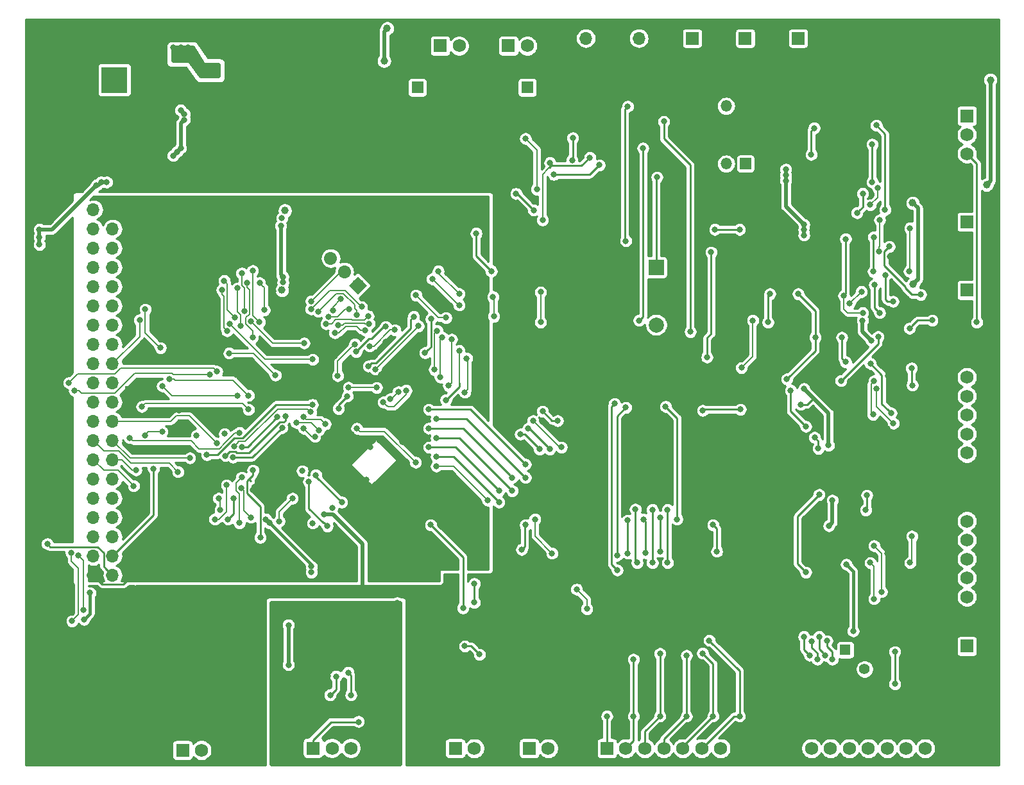
<source format=gbr>
%TF.GenerationSoftware,KiCad,Pcbnew,(5.1.4)-1*%
%TF.CreationDate,2020-11-06T00:10:57+08:00*%
%TF.ProjectId,MCU,4d43552e-6b69-4636-9164-5f7063625858,rev?*%
%TF.SameCoordinates,Original*%
%TF.FileFunction,Copper,L1,Top*%
%TF.FilePolarity,Positive*%
%FSLAX46Y46*%
G04 Gerber Fmt 4.6, Leading zero omitted, Abs format (unit mm)*
G04 Created by KiCad (PCBNEW (5.1.4)-1) date 2020-11-06 00:10:57*
%MOMM*%
%LPD*%
G04 APERTURE LIST*
%ADD10C,1.750000*%
%ADD11R,1.750000X1.750000*%
%ADD12R,3.500000X3.500000*%
%ADD13C,0.800000*%
%ADD14C,6.000000*%
%ADD15C,1.600000*%
%ADD16R,1.600000X1.600000*%
%ADD17C,1.700000*%
%ADD18C,1.700000*%
%ADD19C,0.350000*%
%ADD20O,1.500000X1.500000*%
%ADD21R,1.500000X1.500000*%
%ADD22O,1.700000X1.700000*%
%ADD23R,1.700000X1.700000*%
%ADD24R,1.400000X1.400000*%
%ADD25C,1.400000*%
%ADD26C,2.000000*%
%ADD27R,2.000000X2.000000*%
%ADD28C,1.000000*%
%ADD29C,0.600000*%
%ADD30C,0.508000*%
%ADD31C,0.254000*%
%ADD32C,0.250000*%
%ADD33C,0.381000*%
%ADD34C,0.203200*%
%ADD35C,0.228600*%
%ADD36C,0.350000*%
%ADD37C,0.300000*%
%ADD38O,1.000000X3.000000*%
%ADD39O,3.000000X1.000000*%
G04 APERTURE END LIST*
D10*
X44000000Y-117250000D03*
D11*
X41500000Y-117250000D03*
D12*
X37200000Y-25750000D03*
X32500000Y-22750000D03*
X32500000Y-28750000D03*
D13*
X128031810Y-96312500D03*
X128031810Y-98687500D03*
X125975000Y-99875000D03*
X123918190Y-98687500D03*
X123918190Y-96312500D03*
X125975000Y-95125000D03*
D14*
X125975000Y-97500000D03*
D13*
X128031810Y-41312500D03*
X128031810Y-43687500D03*
X125975000Y-44875000D03*
X123918190Y-43687500D03*
X123918190Y-41312500D03*
X125975000Y-40125000D03*
D14*
X125975000Y-42500000D03*
D13*
X25831810Y-41312500D03*
X25831810Y-43687500D03*
X23775000Y-44875000D03*
X21718190Y-43687500D03*
X21718190Y-41312500D03*
X23775000Y-40125000D03*
D14*
X23775000Y-42500000D03*
D13*
X25831810Y-96312500D03*
X25831810Y-98687500D03*
X23775000Y-99875000D03*
X21718190Y-98687500D03*
X21718190Y-96312500D03*
X23775000Y-95125000D03*
D14*
X23775000Y-97500000D03*
D15*
X87000000Y-32250000D03*
D16*
X87000000Y-29750000D03*
D17*
X59254846Y-50491846D03*
D18*
X59254846Y-50491846D02*
X59254846Y-50491846D01*
D17*
X61050898Y-52287898D03*
D18*
X61050898Y-52287898D02*
X61050898Y-52287898D01*
D17*
X62846949Y-54083949D03*
D18*
X62846949Y-54083949D02*
X62846949Y-54083949D01*
D17*
X64643000Y-55880000D03*
D19*
G36*
X64643000Y-57082082D02*
G01*
X63440918Y-55880000D01*
X64643000Y-54677918D01*
X65845082Y-55880000D01*
X64643000Y-57082082D01*
X64643000Y-57082082D01*
G37*
D15*
X72500000Y-32250000D03*
D16*
X72500000Y-29750000D03*
D20*
X115770000Y-32190000D03*
X113230000Y-32190000D03*
X113230000Y-39810000D03*
D21*
X115770000Y-39810000D03*
D13*
X148056810Y-114812500D03*
X148056810Y-117187500D03*
X146000000Y-118375000D03*
X143943190Y-117187500D03*
X143943190Y-114812500D03*
X146000000Y-113625000D03*
D14*
X146000000Y-116000000D03*
D13*
X26056810Y-114812500D03*
X26056810Y-117187500D03*
X24000000Y-118375000D03*
X21943190Y-117187500D03*
X21943190Y-114812500D03*
X24000000Y-113625000D03*
D14*
X24000000Y-116000000D03*
D13*
X148056810Y-22812500D03*
X148056810Y-25187500D03*
X146000000Y-26375000D03*
X143943190Y-25187500D03*
X143943190Y-22812500D03*
X146000000Y-21625000D03*
D14*
X146000000Y-24000000D03*
D13*
X26056810Y-22812500D03*
X26056810Y-25187500D03*
X24000000Y-26375000D03*
X21943190Y-25187500D03*
X21943190Y-22812500D03*
X24000000Y-21625000D03*
D14*
X24000000Y-24000000D03*
D10*
X87000000Y-24250000D03*
D11*
X84500000Y-24250000D03*
D10*
X78000000Y-24250000D03*
D11*
X75500000Y-24250000D03*
D10*
X66250000Y-117000000D03*
X63750000Y-117000000D03*
X61250000Y-117000000D03*
D11*
X58750000Y-117000000D03*
D22*
X94710000Y-23250000D03*
D23*
X97250000Y-23250000D03*
D22*
X118290000Y-23250000D03*
D23*
X115750000Y-23250000D03*
D10*
X80000000Y-117000000D03*
D11*
X77500000Y-117000000D03*
D22*
X29730000Y-94135000D03*
X32270000Y-94135000D03*
X29730000Y-91595000D03*
X32270000Y-91595000D03*
X29730000Y-89055000D03*
X32270000Y-89055000D03*
X29730000Y-86515000D03*
X32270000Y-86515000D03*
X29730000Y-83975000D03*
X32270000Y-83975000D03*
X29730000Y-81435000D03*
X32270000Y-81435000D03*
X29730000Y-78895000D03*
X32270000Y-78895000D03*
X29730000Y-76355000D03*
X32270000Y-76355000D03*
X29730000Y-73815000D03*
X32270000Y-73815000D03*
X29730000Y-71275000D03*
X32270000Y-71275000D03*
X29730000Y-68735000D03*
X32270000Y-68735000D03*
X29730000Y-66195000D03*
X32270000Y-66195000D03*
X29730000Y-63655000D03*
X32270000Y-63655000D03*
X29730000Y-61115000D03*
X32270000Y-61115000D03*
X29730000Y-58575000D03*
X32270000Y-58575000D03*
X29730000Y-56035000D03*
X32270000Y-56035000D03*
X29730000Y-53495000D03*
X32270000Y-53495000D03*
X29730000Y-50955000D03*
X32270000Y-50955000D03*
X29730000Y-48415000D03*
X32270000Y-48415000D03*
X29730000Y-45875000D03*
D23*
X32270000Y-45875000D03*
D10*
X139500000Y-117000000D03*
X137000000Y-117000000D03*
X134500000Y-117000000D03*
X132000000Y-117000000D03*
X129500000Y-117000000D03*
X127000000Y-117000000D03*
X124500000Y-117000000D03*
D11*
X122000000Y-117000000D03*
D10*
X115000000Y-117000000D03*
X112500000Y-117000000D03*
X110000000Y-117000000D03*
X107500000Y-117000000D03*
X105000000Y-117000000D03*
X102500000Y-117000000D03*
X100000000Y-117000000D03*
D11*
X97500000Y-117000000D03*
D15*
X45500000Y-25000000D03*
D16*
X45500000Y-27500000D03*
D24*
X128960000Y-104000000D03*
D25*
X134040000Y-104000000D03*
X131500000Y-106540000D03*
D22*
X125290000Y-23250000D03*
D23*
X122750000Y-23250000D03*
D22*
X101710000Y-23250000D03*
D23*
X104250000Y-23250000D03*
D22*
X111290000Y-23250000D03*
D23*
X108750000Y-23250000D03*
D10*
X89750000Y-117000000D03*
D11*
X87250000Y-117000000D03*
D10*
X145000000Y-106000000D03*
D11*
X145000000Y-103500000D03*
D10*
X145000000Y-97000000D03*
X145000000Y-94500000D03*
X145000000Y-92000000D03*
X145000000Y-89500000D03*
X145000000Y-87000000D03*
D11*
X145000000Y-84500000D03*
D10*
X145000000Y-78000000D03*
X145000000Y-75500000D03*
X145000000Y-73000000D03*
X145000000Y-70500000D03*
X145000000Y-68000000D03*
D11*
X145000000Y-65500000D03*
D10*
X145000000Y-59000000D03*
D11*
X145000000Y-56500000D03*
D10*
X145000000Y-50000000D03*
D11*
X145000000Y-47500000D03*
D10*
X145000000Y-41000000D03*
X145000000Y-38500000D03*
X145000000Y-36000000D03*
D11*
X145000000Y-33500000D03*
D26*
X104000000Y-61100000D03*
D27*
X104000000Y-53500000D03*
D13*
X126750000Y-77000000D03*
X127250000Y-84250000D03*
X123500000Y-69500000D03*
X123080106Y-71598390D03*
X126798398Y-87615091D03*
X104100000Y-41600000D03*
X130000000Y-101500000D03*
X121100000Y-42050000D03*
X132383248Y-63161214D03*
X131233341Y-60503074D03*
X55500000Y-100750000D03*
X55500000Y-106000000D03*
X63250000Y-70500000D03*
X62082324Y-72156676D03*
D28*
X54610013Y-56500014D03*
D13*
X54750000Y-55500000D03*
X54750000Y-54750000D03*
X53000000Y-87250000D03*
X123500000Y-47830444D03*
X123500000Y-48500000D03*
X123500000Y-49249992D03*
X121100000Y-41350000D03*
X121100000Y-40549980D03*
X58500000Y-93000000D03*
X54472588Y-47998146D03*
D28*
X55000000Y-46000000D03*
D13*
X54610013Y-46999994D03*
X52500000Y-86750000D03*
X58500000Y-93750000D03*
X115100000Y-72250000D03*
X110150000Y-72400000D03*
X129100128Y-92707105D03*
X93750000Y-32300000D03*
X95400000Y-32400000D03*
X94600000Y-32400000D03*
X79500000Y-32250000D03*
X81100000Y-32200000D03*
X43750000Y-29750000D03*
X43750000Y-31750000D03*
X43750000Y-30750000D03*
X49250000Y-32250000D03*
X49750000Y-31750000D03*
X66250000Y-25000000D03*
X58000000Y-23103232D03*
X55749998Y-23250000D03*
X49250000Y-36500000D03*
X49250000Y-37250000D03*
X49250000Y-38000000D03*
X53750000Y-38250000D03*
X53000000Y-38250000D03*
X54500000Y-38250000D03*
X23500000Y-38000000D03*
X26500000Y-38000000D03*
X24250000Y-38000000D03*
X22750000Y-38000000D03*
X25750000Y-38000000D03*
X27250000Y-38000000D03*
X23500000Y-29250000D03*
X24250000Y-29250000D03*
X22750000Y-29250000D03*
X65250000Y-34500000D03*
X65250000Y-35500000D03*
X80300000Y-32200000D03*
X130450000Y-26450000D03*
X117400000Y-30000000D03*
X119600000Y-31400000D03*
X129000000Y-30000000D03*
X110500000Y-30250000D03*
X131450000Y-24000000D03*
X121700000Y-61850000D03*
X112300000Y-33850000D03*
X113500000Y-52150000D03*
X119000000Y-52400000D03*
X122000000Y-66250000D03*
X115362622Y-74854370D03*
X115750000Y-85750000D03*
X139250000Y-111250000D03*
X113900720Y-62989176D03*
X123350785Y-59354033D03*
X74000000Y-113250000D03*
X74000000Y-115500000D03*
X77000000Y-106750000D03*
X78250000Y-111250000D03*
X82250000Y-104749998D03*
X83750000Y-111750000D03*
X91250000Y-107750000D03*
X91250000Y-109750000D03*
X84250000Y-108500000D03*
X121250000Y-101000000D03*
X60198000Y-86106000D03*
X125650000Y-33500000D03*
X125600000Y-37500000D03*
X137800000Y-38500000D03*
X142000000Y-31450000D03*
X142000000Y-35450000D03*
X140450000Y-39800000D03*
X124600000Y-50450000D03*
X124500000Y-54400000D03*
X141950000Y-47000000D03*
X141250000Y-53000000D03*
X141500000Y-51000000D03*
X142000000Y-57000000D03*
X126450000Y-67850000D03*
X134850000Y-52100000D03*
X134600000Y-67800000D03*
X134500000Y-74750000D03*
X135300000Y-76900000D03*
X127150000Y-80000000D03*
X135850000Y-84250000D03*
X142000000Y-83500000D03*
X141950000Y-87500000D03*
X142000000Y-91500000D03*
X142000000Y-95500000D03*
X124750000Y-91250000D03*
X134500000Y-91250000D03*
X142000000Y-105750000D03*
X141750000Y-100500000D03*
X135750000Y-102750000D03*
X142000000Y-65000000D03*
X61250000Y-85250000D03*
X58674000Y-87269790D03*
X124601988Y-48588061D03*
X142100000Y-77000000D03*
X141950000Y-73000000D03*
X141950000Y-69000000D03*
X65197858Y-37595078D03*
X65450000Y-40500000D03*
X66450000Y-40500000D03*
X67500000Y-40500000D03*
X68500000Y-40500000D03*
X84750000Y-63000000D03*
X93000000Y-61500000D03*
X93000000Y-71250000D03*
X85750000Y-71250000D03*
X99250000Y-68750000D03*
X106750000Y-63500000D03*
X33500000Y-97000000D03*
X38750000Y-102500000D03*
X46250000Y-102000000D03*
X50750000Y-102000000D03*
X50750000Y-116250000D03*
X43250000Y-109250000D03*
X50750000Y-106250000D03*
X43250000Y-105750000D03*
X36500000Y-35000000D03*
X36500000Y-38750000D03*
X41500000Y-42000000D03*
X52000000Y-42250000D03*
X84500000Y-53500000D03*
X86750000Y-50500000D03*
X90000000Y-79250000D03*
X93750000Y-79250000D03*
X92500000Y-82500000D03*
X95250000Y-82500000D03*
X96750000Y-79000000D03*
X107500000Y-91500000D03*
X109750000Y-91500000D03*
X114500000Y-93000000D03*
X116750000Y-95000000D03*
X119250000Y-97250000D03*
X106750000Y-94750000D03*
X109750000Y-99750000D03*
X99250000Y-97500000D03*
X99250000Y-102500000D03*
X99250000Y-107000000D03*
X93500000Y-92000000D03*
X96000000Y-92000000D03*
X71250000Y-23250000D03*
X72000000Y-103000000D03*
X72000000Y-99250000D03*
X96250000Y-100750000D03*
X92250000Y-109750000D03*
X83250000Y-106500000D03*
X66250000Y-34500000D03*
X66250000Y-35500000D03*
X43750000Y-32750000D03*
X43750000Y-33750000D03*
X115671386Y-70851837D03*
X111250000Y-70500000D03*
X30500000Y-107000000D03*
X30000000Y-114250000D03*
X83650000Y-74850000D03*
X47500000Y-118000000D03*
X42250000Y-112750000D03*
X39750000Y-110250000D03*
X41000000Y-111500000D03*
X61975996Y-67818000D03*
X64232282Y-63637872D03*
X57479081Y-73259252D03*
X60329707Y-74186066D03*
X133385000Y-51385000D03*
X133500000Y-47250000D03*
X134750000Y-50750000D03*
X138900009Y-57093710D03*
X134250000Y-54500000D03*
X135250000Y-58000000D03*
X132250000Y-92500000D03*
X132750000Y-97250000D03*
X132750000Y-90250000D03*
X133750000Y-96319620D03*
X137750000Y-89000000D03*
X137500000Y-92500000D03*
X135300000Y-74100000D03*
X133054811Y-69498063D03*
X132269790Y-66196620D03*
X135000000Y-72750004D03*
X137700000Y-66800000D03*
X137800000Y-69049996D03*
X78750000Y-103500000D03*
X80682689Y-104599984D03*
X116750000Y-60500000D03*
X115250000Y-66750000D03*
X100000000Y-72000000D03*
X98830211Y-91511034D03*
X40250000Y-24500000D03*
X41250000Y-24500000D03*
X42250000Y-24500000D03*
X42500000Y-25500000D03*
X23649767Y-90000000D03*
X124900000Y-75950000D03*
X121250000Y-68250000D03*
X125000000Y-62750000D03*
X121750000Y-69750000D03*
X123750000Y-74500000D03*
X125500000Y-83500000D03*
X123750000Y-93750000D03*
X135500000Y-104250000D03*
X125400455Y-77409589D03*
X122750000Y-57000000D03*
X135500000Y-108500000D03*
X58446532Y-59003742D03*
X128500000Y-62749982D03*
X129000000Y-66000000D03*
X82576847Y-59975450D03*
X74445383Y-55021943D03*
X82472864Y-57398038D03*
X78009336Y-58487417D03*
X65133272Y-58718146D03*
X134200000Y-45900000D03*
X133050000Y-34750000D03*
X87813414Y-45939834D03*
X85510350Y-43760351D03*
X60449744Y-60949975D03*
X65991714Y-59931535D03*
X111750000Y-48500000D03*
X115000000Y-48500000D03*
X60743672Y-59990788D03*
X63500000Y-59000000D03*
X75250000Y-54000000D03*
X78000000Y-57000000D03*
X88600000Y-77500000D03*
X86071717Y-75528210D03*
X66173094Y-63888751D03*
X69500002Y-61750000D03*
X64389000Y-64643000D03*
X131800000Y-83600000D03*
X131650000Y-85545190D03*
X89950000Y-77500000D03*
X87100000Y-74800000D03*
X68297262Y-61333515D03*
X112000000Y-91000000D03*
X111500000Y-87500000D03*
X87750000Y-73750000D03*
X91500000Y-77250000D03*
X127250000Y-105250000D03*
X126531294Y-102814989D03*
X66947905Y-66950272D03*
X72600000Y-61250000D03*
X30750000Y-42250000D03*
X31500000Y-42250000D03*
X40750000Y-38250000D03*
X41250000Y-37750000D03*
X40250000Y-38750000D03*
X41750000Y-34000000D03*
X41750000Y-33250000D03*
X41250000Y-32750000D03*
X30144962Y-42644962D03*
X22614757Y-49500000D03*
X22614757Y-48500000D03*
X22614757Y-50500000D03*
X37663851Y-80064499D03*
X55050024Y-73153835D03*
X47170694Y-78365898D03*
X54627631Y-74676957D03*
X48173525Y-78579723D03*
X48309799Y-77119311D03*
X58409224Y-72594023D03*
X53989705Y-73275493D03*
X49309653Y-77202882D03*
X58632213Y-71615908D03*
X44706435Y-78249632D03*
X36508722Y-75695189D03*
X38800000Y-75200000D03*
X35050000Y-82350000D03*
X43338939Y-75707334D03*
X35364370Y-80254810D03*
X47051372Y-75477434D03*
X40900000Y-80500000D03*
X42452608Y-78668895D03*
X49028391Y-75324608D03*
X34500000Y-76000000D03*
X46024096Y-76729151D03*
X48705305Y-70452057D03*
X38829419Y-69173829D03*
X50199101Y-72259612D03*
X36126624Y-71876624D03*
X53750000Y-67750000D03*
X47654629Y-64827425D03*
X50215341Y-70415272D03*
X39774843Y-68228404D03*
X35829654Y-60448820D03*
X57531000Y-63500000D03*
X50555422Y-60639479D03*
X62399914Y-57673087D03*
X61343292Y-59174373D03*
X58674000Y-65659000D03*
X47695884Y-60942637D03*
X36576000Y-59039200D03*
X38581504Y-64122615D03*
X52286939Y-59133332D03*
X51659611Y-55545435D03*
X58491628Y-57961894D03*
X64500000Y-74750000D03*
X72250000Y-79250000D03*
X75000000Y-79750000D03*
X81750000Y-84250000D03*
X88000000Y-86750000D03*
X90250000Y-91250000D03*
X93500000Y-96000000D03*
X94853646Y-98587778D03*
X115000000Y-112750000D03*
X105500000Y-85500000D03*
X111000000Y-102750000D03*
X74000008Y-72250000D03*
X86750000Y-79500000D03*
X105500000Y-92500000D03*
X111500000Y-112750000D03*
X104500000Y-86500000D03*
X110129511Y-104441223D03*
X74999990Y-73500000D03*
X86749998Y-81250000D03*
X104500000Y-91000004D03*
X108000000Y-112750000D03*
X108000000Y-104750000D03*
X73999996Y-74750000D03*
X85000005Y-81250005D03*
X103500000Y-85500000D03*
X103500000Y-92500000D03*
X104500000Y-112750000D03*
X104500000Y-104500000D03*
X75000000Y-76003213D03*
X85000000Y-82999994D03*
X102300000Y-86750000D03*
X102548270Y-91182757D03*
X101000000Y-112750000D03*
X83250000Y-83000000D03*
X101000000Y-105250000D03*
X73999998Y-77250000D03*
X101250000Y-85450008D03*
X101500000Y-92500000D03*
X97500000Y-112750000D03*
X75000000Y-78500000D03*
X100250000Y-86894632D03*
X83250000Y-84500000D03*
X100249992Y-91249992D03*
X128383154Y-68464411D03*
X133279747Y-62669393D03*
X146300000Y-60750000D03*
X140409682Y-60490318D03*
X137428795Y-61542521D03*
D28*
X137850000Y-45000000D03*
X148100000Y-28750000D03*
X68099996Y-26250000D03*
X68500012Y-21950000D03*
X137881677Y-55747399D03*
X147600020Y-42600012D03*
D13*
X80000000Y-97750000D03*
X80000000Y-95250000D03*
X86250000Y-90750000D03*
X86750000Y-87500000D03*
X106750000Y-86750000D03*
X108500000Y-62000000D03*
X105000000Y-34250000D03*
X105250000Y-71870560D03*
X100250000Y-32250000D03*
X100000000Y-50000000D03*
X111250000Y-51500000D03*
X110700000Y-65350000D03*
X48417509Y-60095794D03*
X47000000Y-55250006D03*
X48727776Y-56259324D03*
X49174578Y-61177091D03*
X96500000Y-40000000D03*
X90500000Y-41250000D03*
X51646953Y-60734258D03*
X50750000Y-53951796D03*
X95250000Y-39000000D03*
X89973623Y-39690949D03*
X78500000Y-98480210D03*
X78750000Y-70000000D03*
X79000000Y-65500000D03*
X88750000Y-60750000D03*
X89000000Y-47250000D03*
X74250000Y-87500000D03*
X88750000Y-56769790D03*
X49307415Y-54274218D03*
X49638779Y-59233098D03*
X129000000Y-49750000D03*
X128750000Y-57250000D03*
X131250000Y-59500000D03*
X59422260Y-59314317D03*
X72295543Y-57171784D03*
X76267160Y-60152214D03*
X64500000Y-59750000D03*
X46481337Y-85514525D03*
X46251186Y-83999994D03*
X45750000Y-86750000D03*
X47322078Y-82249990D03*
X48250000Y-83999994D03*
X47500000Y-86750000D03*
X49000000Y-87250000D03*
X49306677Y-81220576D03*
X132750000Y-68500000D03*
X132612327Y-72918204D03*
X51750000Y-89164537D03*
X50788273Y-80288281D03*
X49269790Y-82632421D03*
X50500000Y-86500000D03*
X54250000Y-87000000D03*
X56000000Y-84000000D03*
X131082397Y-56713212D03*
X129499981Y-58250019D03*
X77000000Y-63000000D03*
X76609277Y-69108049D03*
X137495191Y-48322532D03*
X137387976Y-54021208D03*
X132650000Y-54050000D03*
X132700000Y-49500000D03*
X132810000Y-55810000D03*
X133500000Y-59500000D03*
X76250000Y-71000000D03*
X78000000Y-64500000D03*
X133250000Y-43000000D03*
X132250000Y-45250000D03*
X74750000Y-67000000D03*
X71000000Y-69750000D03*
X57500000Y-74750000D03*
X58955568Y-75834817D03*
X75093696Y-61870153D03*
X68000000Y-71295190D03*
X132500000Y-37250000D03*
X132500000Y-42250000D03*
X131250000Y-43750000D03*
X130503245Y-46296774D03*
X75500000Y-68000000D03*
X56500000Y-74000000D03*
X59485256Y-74982840D03*
X69965770Y-69953280D03*
X63406033Y-69347215D03*
X68910891Y-70874818D03*
X75766337Y-62733663D03*
X67095438Y-69369617D03*
X57250000Y-109250000D03*
X70739000Y-66548000D03*
X63619000Y-82685000D03*
X65786000Y-81534000D03*
X67437000Y-82677000D03*
X69850000Y-97790000D03*
X60706000Y-107442000D03*
X41021000Y-72390000D03*
X53467000Y-56642000D03*
X56094804Y-62142196D03*
X64500000Y-51500000D03*
X66250000Y-77250000D03*
X57249986Y-57000000D03*
X63817261Y-75485051D03*
X70515712Y-76518960D03*
X50750000Y-82900095D03*
X56359048Y-78109048D03*
X54000000Y-94000000D03*
X53000000Y-94000000D03*
X53000000Y-94000000D03*
X52000000Y-94000000D03*
X51000000Y-94000000D03*
X53500000Y-98000000D03*
X54500000Y-98000000D03*
X55500000Y-98000000D03*
X56500000Y-98000000D03*
X65000000Y-46000000D03*
X66000000Y-46000000D03*
X67000000Y-46000000D03*
X68000000Y-46000000D03*
X69000000Y-46000000D03*
X39500000Y-58500000D03*
X42500000Y-58500000D03*
X46000000Y-58500000D03*
X39000000Y-45500000D03*
X43500000Y-45500000D03*
X47500000Y-45500000D03*
X52500000Y-45500000D03*
X38000000Y-61250000D03*
X41250000Y-61250000D03*
X45250000Y-61250000D03*
D29*
X34150000Y-69450000D03*
X36900000Y-69500000D03*
X36300000Y-70850000D03*
X40800000Y-75250000D03*
X38700000Y-77400000D03*
X34450000Y-85800000D03*
X40400000Y-85950000D03*
X53000000Y-69550000D03*
X56550000Y-68250000D03*
X56250000Y-64700000D03*
X71700000Y-74400000D03*
X69850000Y-56150000D03*
X68100000Y-87400000D03*
D13*
X80750000Y-67000000D03*
X80750000Y-63750000D03*
X80500000Y-56250000D03*
X80000000Y-87750000D03*
X34250000Y-72750000D03*
X68312141Y-63312141D03*
D29*
X38500000Y-85750000D03*
X34250000Y-94000000D03*
X35250000Y-94000000D03*
X37000000Y-93250000D03*
X38000000Y-94250000D03*
X35250000Y-94750000D03*
X34250000Y-94750000D03*
X36250000Y-92500000D03*
X35000000Y-91750000D03*
X34000000Y-91750000D03*
D13*
X36500000Y-65800000D03*
X40000000Y-65800000D03*
X67697066Y-67617498D03*
X80900000Y-72200000D03*
X60500000Y-94000000D03*
X62500000Y-94000000D03*
X67500000Y-94000000D03*
X73750000Y-94000000D03*
X81000000Y-92750000D03*
X125500002Y-102249998D03*
X126314779Y-104730210D03*
X125250000Y-105249998D03*
X124556274Y-102868068D03*
X123497160Y-102250000D03*
X124249457Y-104730210D03*
X86750000Y-36500000D03*
X88250000Y-43209390D03*
X62061875Y-61102009D03*
X66112255Y-60927479D03*
X93000000Y-36400000D03*
X61590400Y-62157490D03*
X92900000Y-39350000D03*
X65608755Y-61795190D03*
X102250000Y-37750000D03*
X101749996Y-60500000D03*
X98500000Y-71500000D03*
X98862892Y-93467860D03*
X91000000Y-73750000D03*
X89000000Y-72500000D03*
X72000000Y-60000000D03*
X66030693Y-66543877D03*
X61000000Y-110000000D03*
X61778265Y-107528263D03*
X63750000Y-110000000D03*
X63399970Y-107000000D03*
X64750000Y-113500000D03*
X26500000Y-68750000D03*
X26798270Y-91182757D03*
X26915277Y-100193518D03*
X46030728Y-67235886D03*
X27750000Y-91500000D03*
X28454810Y-98750000D03*
X27250000Y-69750000D03*
X45126451Y-67670301D03*
X28500000Y-100000000D03*
X29287268Y-96471640D03*
X46695189Y-56489783D03*
X47368424Y-61890901D03*
X57304991Y-80371678D03*
X118750000Y-60750000D03*
X119000000Y-57000000D03*
X62500000Y-84500000D03*
X59095767Y-80907875D03*
X124850000Y-35100000D03*
X124450000Y-38600000D03*
X60600000Y-87650000D03*
X74295190Y-60326624D03*
X73502750Y-64785424D03*
X58145388Y-81820139D03*
X82250000Y-54000000D03*
X80250000Y-49000000D03*
X50750000Y-62750000D03*
X50045190Y-55572503D03*
D30*
X126750000Y-77000000D02*
X126750000Y-72750000D01*
X126750000Y-72750000D02*
X124750000Y-70750000D01*
X124750000Y-70750000D02*
X123500000Y-69500000D01*
D31*
X123645791Y-71598390D02*
X123080106Y-71598390D01*
X123901610Y-71598390D02*
X123645791Y-71598390D01*
X124750000Y-70750000D02*
X123901610Y-71598390D01*
D30*
X127250000Y-84250000D02*
X127250000Y-87163489D01*
X127250000Y-87163489D02*
X127198397Y-87215092D01*
X127198397Y-87215092D02*
X126798398Y-87615091D01*
X131233341Y-61068759D02*
X131233341Y-60503074D01*
X131233341Y-62011307D02*
X131233341Y-61068759D01*
X132383248Y-63161214D02*
X131233341Y-62011307D01*
D31*
X104000000Y-41700000D02*
X104100000Y-41600000D01*
X104000000Y-53500000D02*
X104000000Y-41700000D01*
D30*
X55500000Y-100750000D02*
X55500000Y-106000000D01*
D32*
X62082324Y-71667676D02*
X63250000Y-70500000D01*
X62082324Y-72156676D02*
X62082324Y-71667676D01*
D30*
X121100000Y-45430444D02*
X123100001Y-47430445D01*
X123100001Y-47430445D02*
X123500000Y-47830444D01*
X121100000Y-42050000D02*
X121100000Y-45430444D01*
X123500000Y-47830444D02*
X123500000Y-48500000D01*
X123500000Y-48500000D02*
X123500000Y-49249992D01*
X121100000Y-40549980D02*
X121100000Y-42050000D01*
D33*
X58500000Y-92750000D02*
X58500000Y-93000000D01*
X53000000Y-87250000D02*
X58500000Y-92750000D01*
D30*
X54472588Y-54472588D02*
X54750000Y-54750000D01*
X54472588Y-47998146D02*
X54472588Y-54472588D01*
X53000000Y-87250000D02*
X52500000Y-86750000D01*
D31*
X115100000Y-72250000D02*
X110300000Y-72250000D01*
X110300000Y-72250000D02*
X110150000Y-72400000D01*
D33*
X130000000Y-101500000D02*
X130000000Y-93606977D01*
X130000000Y-93606977D02*
X129500127Y-93107104D01*
X129500127Y-93107104D02*
X129100128Y-92707105D01*
D31*
X49250000Y-32250000D02*
X49750000Y-31750000D01*
D30*
X49250000Y-36500000D02*
X49250000Y-37250000D01*
X53750000Y-38250000D02*
X53000000Y-38250000D01*
X25750000Y-38000000D02*
X27250000Y-38000000D01*
X24250000Y-29250000D02*
X22750000Y-29250000D01*
X65250000Y-35250000D02*
X65250000Y-33750000D01*
X60198000Y-86106000D02*
X61356000Y-86106000D01*
X61356000Y-86106000D02*
X65250000Y-90000000D01*
X65250000Y-90000000D02*
X65250000Y-96000000D01*
D34*
X61975996Y-65894158D02*
X63832283Y-64037871D01*
X63832283Y-64037871D02*
X64232282Y-63637872D01*
X61975996Y-67818000D02*
X61975996Y-65894158D01*
X59737230Y-73593589D02*
X59929708Y-73786067D01*
X59929708Y-73786067D02*
X60329707Y-74186066D01*
X57813418Y-73593589D02*
X59737230Y-73593589D01*
X57479081Y-73259252D02*
X57813418Y-73593589D01*
X133385000Y-50819315D02*
X133500000Y-50704315D01*
X133385000Y-51385000D02*
X133385000Y-50819315D01*
X133500000Y-50704315D02*
X133500000Y-47250000D01*
D31*
X134115201Y-51384799D02*
X134115201Y-53265201D01*
X138334324Y-57093710D02*
X138900009Y-57093710D01*
X134115201Y-53265201D02*
X136873685Y-56023685D01*
X134750000Y-50750000D02*
X134115201Y-51384799D01*
X136873685Y-56023685D02*
X136873685Y-56231250D01*
X137736145Y-57093710D02*
X138334324Y-57093710D01*
X136873685Y-56231250D02*
X137736145Y-57093710D01*
X134250000Y-57750000D02*
X134500000Y-58000000D01*
X134250000Y-54500000D02*
X134250000Y-57750000D01*
X134500000Y-58000000D02*
X135250000Y-58000000D01*
D34*
X132250000Y-92500000D02*
X132750000Y-93000000D01*
X132750000Y-93000000D02*
X132750000Y-97250000D01*
X133750000Y-91250000D02*
X133750000Y-95753935D01*
X133750000Y-95753935D02*
X133750000Y-96319620D01*
X132750000Y-90250000D02*
X133750000Y-91250000D01*
X137750000Y-89000000D02*
X137750000Y-92250000D01*
X137750000Y-92250000D02*
X137500000Y-92500000D01*
X133054811Y-71854811D02*
X135300000Y-74100000D01*
X133054811Y-69498063D02*
X133054811Y-71854811D01*
D31*
X133785013Y-67711843D02*
X133785013Y-71535017D01*
X133785013Y-71535017D02*
X134600001Y-72350005D01*
X134600001Y-72350005D02*
X135000000Y-72750004D01*
X132269790Y-66196620D02*
X133785013Y-67711843D01*
X137700000Y-66800000D02*
X137700000Y-68949996D01*
X137700000Y-68949996D02*
X137800000Y-69049996D01*
X79582705Y-103500000D02*
X80282690Y-104199985D01*
X78750000Y-103500000D02*
X79582705Y-103500000D01*
X80282690Y-104199985D02*
X80682689Y-104599984D01*
D34*
X116750000Y-60500000D02*
X116750000Y-65250000D01*
X116750000Y-65250000D02*
X115250000Y-66750000D01*
D31*
X100000000Y-72000000D02*
X98830211Y-73169789D01*
X98830211Y-73169789D02*
X98830211Y-90945349D01*
X98830211Y-90945349D02*
X98830211Y-91511034D01*
X31420001Y-93285001D02*
X32270000Y-94135000D01*
X31089799Y-92954799D02*
X31420001Y-93285001D01*
X31089799Y-91208101D02*
X31089799Y-92954799D01*
X30281697Y-90399999D02*
X31089799Y-91208101D01*
X24049766Y-90399999D02*
X30281697Y-90399999D01*
X23649767Y-90000000D02*
X24049766Y-90399999D01*
X125000000Y-63315685D02*
X125000000Y-62750000D01*
X125000000Y-64500000D02*
X125000000Y-63315685D01*
X121250000Y-68250000D02*
X125000000Y-64500000D01*
X121750000Y-69750000D02*
X121750000Y-72500000D01*
X121750000Y-72500000D02*
X123750000Y-74500000D01*
X122644799Y-86355201D02*
X122644799Y-92644799D01*
X125500000Y-83500000D02*
X122644799Y-86355201D01*
X122644799Y-92644799D02*
X123750000Y-93750000D01*
X125400455Y-76450455D02*
X125400455Y-76843904D01*
X125400455Y-76843904D02*
X125400455Y-77409589D01*
X124900000Y-75950000D02*
X125400455Y-76450455D01*
X123149999Y-57399999D02*
X122750000Y-57000000D01*
X125000000Y-59250000D02*
X123149999Y-57399999D01*
X125000000Y-62750000D02*
X125000000Y-59250000D01*
X135500000Y-104250000D02*
X135500000Y-108500000D01*
X128500000Y-65500000D02*
X128600001Y-65600001D01*
X128600001Y-65600001D02*
X129000000Y-66000000D01*
X128500000Y-62749982D02*
X128500000Y-65500000D01*
D34*
X74445383Y-55021943D02*
X77910857Y-58487417D01*
X82576847Y-57502021D02*
X82472864Y-57398038D01*
X77910857Y-58487417D02*
X78009336Y-58487417D01*
X82576847Y-59975450D02*
X82576847Y-57502021D01*
X60888400Y-56561874D02*
X62977000Y-56561874D01*
X58446532Y-59003742D02*
X60888400Y-56561874D01*
X62977000Y-56561874D02*
X64733273Y-58318147D01*
X64733273Y-58318147D02*
X65133272Y-58718146D01*
D31*
X134200000Y-45900000D02*
X134200000Y-35900000D01*
X134200000Y-35900000D02*
X133050000Y-34750000D01*
X87813414Y-45939834D02*
X85633931Y-43760351D01*
X85633931Y-43760351D02*
X85510350Y-43760351D01*
D34*
X65591715Y-60331534D02*
X65991714Y-59931535D01*
X65468448Y-60454801D02*
X65591715Y-60331534D01*
X60449744Y-60949975D02*
X61143548Y-60949975D01*
X61143548Y-60949975D02*
X61696324Y-60397199D01*
X61696324Y-60397199D02*
X63854093Y-60397199D01*
X63854093Y-60397199D02*
X63911695Y-60454801D01*
X63911695Y-60454801D02*
X65468448Y-60454801D01*
D31*
X111750000Y-48500000D02*
X115000000Y-48500000D01*
D34*
X62934315Y-59000000D02*
X61943527Y-59990788D01*
X63500000Y-59000000D02*
X62934315Y-59000000D01*
X61943527Y-59990788D02*
X61309357Y-59990788D01*
X61309357Y-59990788D02*
X60743672Y-59990788D01*
X75250000Y-54250000D02*
X75250000Y-54000000D01*
X78000000Y-57000000D02*
X75250000Y-54250000D01*
D32*
X86628210Y-75528210D02*
X86071717Y-75528210D01*
X88600000Y-77500000D02*
X86628210Y-75528210D01*
D34*
X68934317Y-61750000D02*
X69500002Y-61750000D01*
X68877530Y-61750000D02*
X68934317Y-61750000D01*
X66738779Y-63888751D02*
X68877530Y-61750000D01*
X66173094Y-63888751D02*
X66738779Y-63888751D01*
D31*
X131800000Y-83600000D02*
X131800000Y-85395190D01*
X131800000Y-85395190D02*
X131650000Y-85545190D01*
D32*
X87250000Y-74800000D02*
X87100000Y-74800000D01*
X89950000Y-77500000D02*
X87250000Y-74800000D01*
X68024329Y-61333515D02*
X68297262Y-61333515D01*
X64389000Y-64643000D02*
X66102190Y-62929810D01*
X66102190Y-62929810D02*
X66428034Y-62929810D01*
X66428034Y-62929810D02*
X68024329Y-61333515D01*
D31*
X112000000Y-91000000D02*
X112000000Y-88000000D01*
X112000000Y-88000000D02*
X111500000Y-87500000D01*
D34*
X91250000Y-77250000D02*
X91500000Y-77250000D01*
X87750000Y-73750000D02*
X91250000Y-77250000D01*
D31*
X126531294Y-103531294D02*
X127250000Y-104250000D01*
X126531294Y-102814989D02*
X126531294Y-103531294D01*
X127250000Y-105250000D02*
X127250000Y-104250000D01*
D34*
X66947905Y-66950272D02*
X72600000Y-61298177D01*
X72600000Y-61298177D02*
X72600000Y-61250000D01*
D30*
X40750000Y-38250000D02*
X41250000Y-37750000D01*
X40250000Y-38750000D02*
X41250000Y-37750000D01*
X41250000Y-37750000D02*
X41250000Y-34500000D01*
X41250000Y-34500000D02*
X41750000Y-34000000D01*
X30750000Y-42250000D02*
X30350001Y-42649999D01*
X30350001Y-42649999D02*
X30149999Y-42649999D01*
X30149999Y-42649999D02*
X30144962Y-42644962D01*
X22614757Y-49500000D02*
X22614757Y-50500000D01*
X22614757Y-48500000D02*
X22614757Y-49500000D01*
X24289924Y-48500000D02*
X23180442Y-48500000D01*
X30144962Y-42644962D02*
X24289924Y-48500000D01*
X23180442Y-48500000D02*
X22614757Y-48500000D01*
D31*
X37663851Y-86201149D02*
X37663851Y-80630184D01*
X37663851Y-80630184D02*
X37663851Y-80064499D01*
X32270000Y-91595000D02*
X37663851Y-86201149D01*
X55050024Y-73153835D02*
X55050024Y-73719520D01*
X47687070Y-77849522D02*
X47570693Y-77965899D01*
X47570693Y-77965899D02*
X47170694Y-78365898D01*
X48524022Y-77849522D02*
X47687070Y-77849522D01*
X48678536Y-78004036D02*
X48524022Y-77849522D01*
X50233177Y-78004036D02*
X48678536Y-78004036D01*
X55050024Y-73719520D02*
X54822789Y-73946755D01*
X54290458Y-73946755D02*
X50233177Y-78004036D01*
X54822789Y-73946755D02*
X54290458Y-73946755D01*
X50724865Y-78579723D02*
X48739210Y-78579723D01*
X48739210Y-78579723D02*
X48173525Y-78579723D01*
X54627631Y-74676957D02*
X50724865Y-78579723D01*
D34*
X58009225Y-72194024D02*
X54049984Y-72194024D01*
X49757387Y-76486621D02*
X48942489Y-76486621D01*
X48709798Y-76719312D02*
X48309799Y-77119311D01*
X58409224Y-72594023D02*
X58009225Y-72194024D01*
X54049984Y-72194024D02*
X49757387Y-76486621D01*
X48942489Y-76486621D02*
X48709798Y-76719312D01*
D31*
X50062316Y-77202882D02*
X49875338Y-77202882D01*
X53989705Y-73275493D02*
X50062316Y-77202882D01*
X49875338Y-77202882D02*
X49309653Y-77202882D01*
X58632213Y-71615908D02*
X53817791Y-71615908D01*
X47579597Y-76768813D02*
X47579597Y-76818389D01*
X49378889Y-76054810D02*
X48293600Y-76054810D01*
X48293600Y-76054810D02*
X47579597Y-76768813D01*
X46148354Y-78249632D02*
X45272120Y-78249632D01*
X45272120Y-78249632D02*
X44706435Y-78249632D01*
X47579597Y-76818389D02*
X46148354Y-78249632D01*
X53817791Y-71615908D02*
X49378889Y-76054810D01*
D34*
X38234315Y-75200000D02*
X38800000Y-75200000D01*
X36508722Y-75695189D02*
X37003911Y-75200000D01*
X37003911Y-75200000D02*
X38234315Y-75200000D01*
X31115199Y-80280199D02*
X32980199Y-80280199D01*
X32980199Y-80280199D02*
X34650001Y-81950001D01*
X29730000Y-78895000D02*
X31115199Y-80280199D01*
X34650001Y-81950001D02*
X35050000Y-82350000D01*
X34831891Y-80254810D02*
X35364370Y-80254810D01*
X32270000Y-78895000D02*
X33472081Y-78895000D01*
X33472081Y-78895000D02*
X34831891Y-80254810D01*
X31093341Y-77718341D02*
X30579999Y-77204999D01*
X30579999Y-77204999D02*
X29730000Y-76355000D01*
X34699948Y-79359698D02*
X33058591Y-77718341D01*
X39759698Y-79359698D02*
X34699948Y-79359698D01*
X40900000Y-80500000D02*
X39759698Y-79359698D01*
X33058591Y-77718341D02*
X31093341Y-77718341D01*
X32270000Y-76355000D02*
X34583895Y-78668895D01*
X41886923Y-78668895D02*
X42452608Y-78668895D01*
X34583895Y-78668895D02*
X41886923Y-78668895D01*
X43689381Y-77439381D02*
X42649999Y-76399999D01*
X48413130Y-75324608D02*
X47147786Y-76589952D01*
X49028391Y-75324608D02*
X48413130Y-75324608D01*
X34899999Y-76399999D02*
X34500000Y-76000000D01*
X42649999Y-76399999D02*
X34899999Y-76399999D01*
X47147786Y-76639528D02*
X46347933Y-77439381D01*
X46347933Y-77439381D02*
X43689381Y-77439381D01*
X47147786Y-76589952D02*
X47147786Y-76639528D01*
X42389746Y-73094801D02*
X45624097Y-76329152D01*
X45624097Y-76329152D02*
X46024096Y-76729151D01*
X32270000Y-73815000D02*
X39962496Y-73815000D01*
X40682695Y-73094801D02*
X42389746Y-73094801D01*
X39962496Y-73815000D02*
X40682695Y-73094801D01*
X40107647Y-70452057D02*
X39229418Y-69573828D01*
X39229418Y-69573828D02*
X38829419Y-69173829D01*
X48705305Y-70452057D02*
X40107647Y-70452057D01*
X36526623Y-71476625D02*
X36126624Y-71876624D01*
X50199101Y-72259612D02*
X49416114Y-71476625D01*
X49416114Y-71476625D02*
X36526623Y-71476625D01*
X53350001Y-67350001D02*
X53750000Y-67750000D01*
X50827425Y-64827425D02*
X53350001Y-67350001D01*
X47654629Y-64827425D02*
X50827425Y-64827425D01*
X50215341Y-70415272D02*
X48178473Y-68378404D01*
X48178473Y-68378404D02*
X40490528Y-68378404D01*
X40490528Y-68378404D02*
X40340528Y-68228404D01*
X40340528Y-68228404D02*
X39774843Y-68228404D01*
X35829654Y-62635346D02*
X35829654Y-61014505D01*
X35829654Y-61014505D02*
X35829654Y-60448820D01*
X32270000Y-66195000D02*
X35829654Y-62635346D01*
X50955421Y-61039478D02*
X50555422Y-60639479D01*
X53415943Y-63500000D02*
X50955421Y-61039478D01*
X57531000Y-63500000D02*
X53415943Y-63500000D01*
X61343292Y-58729709D02*
X61343292Y-59174373D01*
X62399914Y-57673087D02*
X61343292Y-58729709D01*
X52412247Y-65659000D02*
X48095883Y-61342636D01*
X48095883Y-61342636D02*
X47695884Y-60942637D01*
X58674000Y-65659000D02*
X52412247Y-65659000D01*
X38181505Y-63722616D02*
X38581504Y-64122615D01*
X36576000Y-62117111D02*
X38181505Y-63722616D01*
X36576000Y-59039200D02*
X36576000Y-62117111D01*
X52059610Y-55945434D02*
X51659611Y-55545435D01*
X52286939Y-59133332D02*
X52286939Y-56172763D01*
X52286939Y-56172763D02*
X52059610Y-55945434D01*
X62369573Y-54083949D02*
X62846949Y-54083949D01*
X58491628Y-57961894D02*
X62369573Y-54083949D01*
X64899999Y-75149999D02*
X68149999Y-75149999D01*
X64500000Y-74750000D02*
X64899999Y-75149999D01*
X68149999Y-75149999D02*
X72250000Y-79250000D01*
X75000000Y-79750000D02*
X77250000Y-79750000D01*
X77250000Y-79750000D02*
X81750000Y-84250000D01*
X88000000Y-86750000D02*
X88000000Y-89000000D01*
X88000000Y-89000000D02*
X90250000Y-91250000D01*
X93500000Y-96000000D02*
X94853646Y-97353646D01*
X94853646Y-98022093D02*
X94853646Y-98587778D01*
X94853646Y-97353646D02*
X94853646Y-98022093D01*
D31*
X114250000Y-112750000D02*
X115000000Y-112750000D01*
X110000000Y-117000000D02*
X114250000Y-112750000D01*
X115000000Y-106750000D02*
X111000000Y-102750000D01*
X115000000Y-112750000D02*
X115000000Y-106750000D01*
X79500000Y-72250000D02*
X86350001Y-79100001D01*
X86350001Y-79100001D02*
X86750000Y-79500000D01*
X74000008Y-72250000D02*
X79500000Y-72250000D01*
X105500000Y-85500000D02*
X105500000Y-92500000D01*
X107500000Y-116750000D02*
X107500000Y-117000000D01*
X111500000Y-112750000D02*
X107500000Y-116750000D01*
X110602806Y-104914518D02*
X110129511Y-104441223D01*
X111500000Y-105811712D02*
X110129511Y-104441223D01*
X111500000Y-112750000D02*
X111500000Y-105811712D01*
X78999998Y-73500000D02*
X86349999Y-80850001D01*
X86349999Y-80850001D02*
X86749998Y-81250000D01*
X74999990Y-73500000D02*
X78999998Y-73500000D01*
X104500000Y-86500000D02*
X104500000Y-91000004D01*
X105000000Y-115750000D02*
X105000000Y-117000000D01*
X108000000Y-112750000D02*
X105000000Y-115750000D01*
X108000000Y-104750000D02*
X108000000Y-112750000D01*
X78500000Y-74750000D02*
X84600006Y-80850006D01*
X73999996Y-74750000D02*
X78500000Y-74750000D01*
X84600006Y-80850006D02*
X85000005Y-81250005D01*
X103500000Y-85500000D02*
X103500000Y-92500000D01*
X102500000Y-114750000D02*
X102500000Y-117000000D01*
X104500000Y-112750000D02*
X102500000Y-114750000D01*
X104500000Y-104500000D02*
X104500000Y-112750000D01*
X84600001Y-82599995D02*
X85000000Y-82999994D01*
X78003219Y-76003213D02*
X84600001Y-82599995D01*
X75000000Y-76003213D02*
X78003219Y-76003213D01*
X102548270Y-91182757D02*
X102548270Y-86998270D01*
X102548270Y-86998270D02*
X102300000Y-86750000D01*
X101000000Y-116000000D02*
X100000000Y-117000000D01*
X101000000Y-112750000D02*
X101000000Y-116000000D01*
X101000000Y-105250000D02*
X101000000Y-112750000D01*
X77500000Y-77250000D02*
X74565683Y-77250000D01*
X74565683Y-77250000D02*
X73999998Y-77250000D01*
X83250000Y-83000000D02*
X77500000Y-77250000D01*
X101250000Y-85450008D02*
X101250000Y-92250000D01*
X101250000Y-92250000D02*
X101500000Y-92500000D01*
X97500000Y-112750000D02*
X97500000Y-117000000D01*
X82850001Y-84100001D02*
X83250000Y-84500000D01*
X77250000Y-78500000D02*
X82850001Y-84100001D01*
X75000000Y-78500000D02*
X77250000Y-78500000D01*
X100250000Y-86894632D02*
X100250000Y-91249984D01*
X100250000Y-91249984D02*
X100249992Y-91249992D01*
X133279747Y-63567818D02*
X133279747Y-63235078D01*
X128383154Y-68464411D02*
X133279747Y-63567818D01*
X133279747Y-63235078D02*
X133279747Y-62669393D01*
X137828794Y-61142522D02*
X137428795Y-61542521D01*
X140409682Y-60490318D02*
X138480998Y-60490318D01*
X138480998Y-60490318D02*
X137828794Y-61142522D01*
X146300000Y-60184315D02*
X146300000Y-60750000D01*
X146300000Y-39800000D02*
X146300000Y-60184315D01*
X145000000Y-38500000D02*
X146300000Y-39800000D01*
D30*
X68099996Y-26250000D02*
X68099996Y-22350016D01*
X68099996Y-22350016D02*
X68500012Y-21950000D01*
X138530201Y-55098875D02*
X138381676Y-55247400D01*
X137850000Y-45000000D02*
X138530201Y-45680201D01*
X138381676Y-55247400D02*
X137881677Y-55747399D01*
X138530201Y-45680201D02*
X138530201Y-55098875D01*
X148100000Y-28750000D02*
X148100000Y-42100032D01*
X148100000Y-42100032D02*
X147600020Y-42600012D01*
D31*
X80000000Y-97750000D02*
X80000000Y-95250000D01*
X86649999Y-90350001D02*
X86649999Y-87850001D01*
X86250000Y-90750000D02*
X86649999Y-90350001D01*
X86649999Y-87850001D02*
X86750000Y-87750000D01*
X86750000Y-87750000D02*
X86750000Y-87500000D01*
X105000000Y-36500000D02*
X105000000Y-34250000D01*
X108500000Y-62000000D02*
X108500000Y-40000000D01*
X108500000Y-40000000D02*
X105000000Y-36500000D01*
X106750000Y-86750000D02*
X106750000Y-73370560D01*
X105649999Y-72270559D02*
X105250000Y-71870560D01*
X106750000Y-73370560D02*
X105649999Y-72270559D01*
X99850001Y-32649999D02*
X99850001Y-49850001D01*
X100250000Y-32250000D02*
X99850001Y-32649999D01*
X99850001Y-49850001D02*
X100000000Y-50000000D01*
X110700000Y-62800000D02*
X110700000Y-65350000D01*
X111250000Y-51500000D02*
X111250000Y-62250000D01*
X111250000Y-62250000D02*
X110700000Y-62800000D01*
D34*
X47399999Y-59078284D02*
X48017510Y-59695795D01*
X48017510Y-59695795D02*
X48417509Y-60095794D01*
X47399999Y-55650005D02*
X47399999Y-59078284D01*
X47000000Y-55250006D02*
X47399999Y-55650005D01*
X48727776Y-59362955D02*
X49174578Y-59809757D01*
X48727776Y-56259324D02*
X48727776Y-59362955D01*
X49174578Y-60611406D02*
X49174578Y-61177091D01*
X49174578Y-59809757D02*
X49174578Y-60611406D01*
D35*
X90500000Y-41250000D02*
X95250000Y-41250000D01*
X95250000Y-41250000D02*
X96500000Y-40000000D01*
D34*
X50750000Y-59837305D02*
X51646953Y-60734258D01*
X50750000Y-53951796D02*
X50750000Y-59837305D01*
D31*
X90373622Y-40090948D02*
X89973623Y-39690949D01*
X95250000Y-39000000D02*
X94159052Y-40090948D01*
D34*
X79149999Y-69600001D02*
X79149999Y-65649999D01*
X78750000Y-70000000D02*
X79149999Y-69600001D01*
X79149999Y-65649999D02*
X79000000Y-65500000D01*
X89973623Y-39690949D02*
X89973623Y-40276377D01*
X89000000Y-41250000D02*
X89000000Y-47250000D01*
D31*
X74649999Y-87899999D02*
X74250000Y-87500000D01*
X78500000Y-91750000D02*
X74649999Y-87899999D01*
X78500000Y-98480210D02*
X78500000Y-91750000D01*
D34*
X90159052Y-40090948D02*
X89750000Y-40500000D01*
X89750000Y-40500000D02*
X89000000Y-41250000D01*
X89973623Y-40276377D02*
X89750000Y-40500000D01*
D31*
X90590948Y-40090948D02*
X90373622Y-40090948D01*
D35*
X90159052Y-40090948D02*
X90590948Y-40090948D01*
D31*
X90159052Y-40090948D02*
X90909052Y-40090948D01*
X89973623Y-40276377D02*
X90159052Y-40090948D01*
X94159052Y-40090948D02*
X90909052Y-40090948D01*
X90909052Y-40090948D02*
X90590948Y-40090948D01*
D34*
X88750000Y-60750000D02*
X88750000Y-56769790D01*
X49638779Y-58667413D02*
X49638779Y-59233098D01*
X49307415Y-54274218D02*
X49307415Y-54839903D01*
X49638779Y-56209198D02*
X49638779Y-58667413D01*
X49340389Y-55910808D02*
X49638779Y-56209198D01*
X49340389Y-54872877D02*
X49340389Y-55910808D01*
X49307415Y-54839903D02*
X49340389Y-54872877D01*
D31*
X129000000Y-49750000D02*
X129000000Y-57000000D01*
X129000000Y-57000000D02*
X128750000Y-57250000D01*
D34*
X128750000Y-57250000D02*
X128750000Y-57815685D01*
X128750000Y-57815685D02*
X128750000Y-59000000D01*
X129250000Y-59500000D02*
X131250000Y-59500000D01*
X128750000Y-59000000D02*
X129250000Y-59500000D01*
X75275973Y-60152214D02*
X75701475Y-60152214D01*
X72295543Y-57171784D02*
X75275973Y-60152214D01*
X75701475Y-60152214D02*
X76267160Y-60152214D01*
X64204801Y-58889116D02*
X64500000Y-59184315D01*
X59422260Y-59314317D02*
X61768292Y-56968285D01*
X61768292Y-56968285D02*
X62738220Y-56968285D01*
X62738220Y-56968285D02*
X64204801Y-58434866D01*
X64204801Y-58434866D02*
X64204801Y-58889116D01*
X64500000Y-59184315D02*
X64500000Y-59750000D01*
X46481337Y-84230145D02*
X46251186Y-83999994D01*
X46481337Y-85514525D02*
X46481337Y-84230145D01*
X47322084Y-85743601D02*
X47322084Y-82815681D01*
X47322084Y-82815681D02*
X47322078Y-82815675D01*
X45750000Y-86750000D02*
X46315685Y-86750000D01*
X47322078Y-82815675D02*
X47322078Y-82249990D01*
X46315685Y-86750000D02*
X47322084Y-85743601D01*
D31*
X48250000Y-86000000D02*
X47899999Y-86350001D01*
X47899999Y-86350001D02*
X47500000Y-86750000D01*
X48250000Y-83999994D02*
X48250000Y-86000000D01*
D34*
X49000000Y-86684315D02*
X49000000Y-87250000D01*
X49000000Y-83393632D02*
X49000000Y-86684315D01*
X48564989Y-82958621D02*
X49000000Y-83393632D01*
X48564989Y-81962264D02*
X48564989Y-82958621D01*
X49306677Y-81220576D02*
X48564989Y-81962264D01*
X132750000Y-68500000D02*
X132350001Y-68899999D01*
X132350001Y-72655878D02*
X132612327Y-72918204D01*
X132350001Y-68899999D02*
X132350001Y-72655878D01*
D31*
X50264865Y-81489115D02*
X50500000Y-81724250D01*
X50788273Y-80853966D02*
X50788273Y-80288281D01*
X50264865Y-81489115D02*
X50788273Y-80965707D01*
X50788273Y-80965707D02*
X50788273Y-80853966D01*
X51750000Y-88598852D02*
X51750000Y-89164537D01*
X50019799Y-81734181D02*
X50019799Y-83350497D01*
X50264865Y-81489115D02*
X50019799Y-81734181D01*
X50019799Y-83350497D02*
X51750000Y-85080698D01*
X51750000Y-85080698D02*
X51750000Y-88598852D01*
D34*
X49269790Y-82632421D02*
X49587988Y-82950619D01*
X49587988Y-82950619D02*
X49587988Y-85587988D01*
X50100001Y-86100001D02*
X50500000Y-86500000D01*
X49587988Y-85587988D02*
X50100001Y-86100001D01*
X54250000Y-85750000D02*
X55600001Y-84399999D01*
X55600001Y-84399999D02*
X56000000Y-84000000D01*
X54250000Y-87000000D02*
X54250000Y-85750000D01*
X129545590Y-58250019D02*
X129499981Y-58250019D01*
X131082397Y-56713212D02*
X129545590Y-58250019D01*
X77000000Y-68717326D02*
X76609277Y-69108049D01*
X77000000Y-63000000D02*
X77000000Y-68717326D01*
X137495191Y-53913993D02*
X137387976Y-54021208D01*
X137495191Y-48322532D02*
X137495191Y-53913993D01*
D31*
X132650000Y-49550000D02*
X132700000Y-49500000D01*
X132650000Y-54050000D02*
X132650000Y-49550000D01*
X132810000Y-55810000D02*
X132810000Y-58810000D01*
X132810000Y-58810000D02*
X133500000Y-59500000D01*
D34*
X78000000Y-68750000D02*
X78000000Y-64500000D01*
D31*
X76250000Y-71000000D02*
X78000000Y-69250000D01*
X78000000Y-69250000D02*
X78000000Y-68750000D01*
D34*
X133250000Y-43000000D02*
X133250000Y-44250000D01*
X133250000Y-44250000D02*
X132250000Y-45250000D01*
X57500000Y-74750000D02*
X58584817Y-75834817D01*
X58584817Y-75834817D02*
X58955568Y-75834817D01*
X74750000Y-67000000D02*
X74750000Y-62213849D01*
X74750000Y-62213849D02*
X75093696Y-61870153D01*
X68399999Y-71695189D02*
X68000000Y-71295190D01*
X68604817Y-71900007D02*
X68399999Y-71695189D01*
X71000000Y-70315685D02*
X69415678Y-71900007D01*
X69415678Y-71900007D02*
X68604817Y-71900007D01*
X71000000Y-69750000D02*
X71000000Y-70315685D01*
D31*
X132500000Y-37250000D02*
X132500000Y-42250000D01*
X130903244Y-45896775D02*
X130503245Y-46296774D01*
X131250000Y-45550019D02*
X130903244Y-45896775D01*
X131250000Y-43750000D02*
X131250000Y-45550019D01*
D34*
X56500000Y-74000000D02*
X58502416Y-74000000D01*
X59085257Y-74582841D02*
X59485256Y-74982840D01*
X58502416Y-74000000D02*
X59085257Y-74582841D01*
X69044232Y-70874818D02*
X68910891Y-70874818D01*
X69965770Y-69953280D02*
X69044232Y-70874818D01*
X75500000Y-68000000D02*
X75500000Y-63000000D01*
X75500000Y-63000000D02*
X75766337Y-62733663D01*
X63406033Y-69347215D02*
X67073036Y-69347215D01*
X67073036Y-69347215D02*
X67095438Y-69369617D01*
D31*
X34250000Y-94000000D02*
X35250000Y-94000000D01*
X33950001Y-95049999D02*
X34250000Y-94750000D01*
X33684799Y-95315201D02*
X33950001Y-95049999D01*
X30910201Y-95315201D02*
X33684799Y-95315201D01*
X29730000Y-94135000D02*
X30910201Y-95315201D01*
X30910201Y-95315201D02*
X30910201Y-94839799D01*
X125500002Y-103915433D02*
X125914780Y-104330211D01*
X125500002Y-102249998D02*
X125500002Y-103915433D01*
X125914780Y-104330211D02*
X126314779Y-104730210D01*
X124556274Y-103433753D02*
X124556274Y-102868068D01*
X125250000Y-105249998D02*
X125250000Y-104419299D01*
X124556274Y-103725573D02*
X124556274Y-103433753D01*
X125250000Y-104419299D02*
X124556274Y-103725573D01*
X123849458Y-104330211D02*
X124249457Y-104730210D01*
X123497160Y-102250000D02*
X123497160Y-103977913D01*
X123497160Y-103977913D02*
X123849458Y-104330211D01*
D34*
X88250000Y-42643705D02*
X88250000Y-43209390D01*
X86750000Y-36500000D02*
X88250000Y-38000000D01*
X88250000Y-38000000D02*
X88250000Y-42643705D01*
X65546570Y-60927479D02*
X66112255Y-60927479D01*
X62061875Y-61102009D02*
X62627560Y-61102009D01*
X65480303Y-60861212D02*
X65546570Y-60927479D01*
X62868357Y-60861212D02*
X65480303Y-60861212D01*
X62627560Y-61102009D02*
X62868357Y-60861212D01*
D31*
X93000000Y-36400000D02*
X93000000Y-39250000D01*
X93000000Y-39250000D02*
X92900000Y-39350000D01*
D34*
X62156085Y-62157490D02*
X63043776Y-61269799D01*
X61590400Y-62157490D02*
X62156085Y-62157490D01*
X63043776Y-61269799D02*
X64480201Y-61269799D01*
X64480201Y-61269799D02*
X65005592Y-61795190D01*
X65043070Y-61795190D02*
X65608755Y-61795190D01*
X65005592Y-61795190D02*
X65043070Y-61795190D01*
D31*
X102149995Y-60100001D02*
X101749996Y-60500000D01*
X102250000Y-37750000D02*
X102250000Y-59999996D01*
X102250000Y-59999996D02*
X102149995Y-60100001D01*
X98100001Y-92704969D02*
X98462893Y-93067861D01*
X98462893Y-93067861D02*
X98862892Y-93467860D01*
X98100001Y-71899999D02*
X98100001Y-92704969D01*
X98500000Y-71500000D02*
X98100001Y-71899999D01*
X91000000Y-73750000D02*
X90250000Y-73750000D01*
X90250000Y-73750000D02*
X89000000Y-72500000D01*
X71600001Y-61553684D02*
X67009807Y-66143878D01*
X66430692Y-66143878D02*
X66030693Y-66543877D01*
X72000000Y-60000000D02*
X71600001Y-60399999D01*
X67009807Y-66143878D02*
X66430692Y-66143878D01*
X71600001Y-60399999D02*
X71600001Y-61553684D01*
X61000000Y-110000000D02*
X61778265Y-109221735D01*
X61778265Y-108093948D02*
X61778265Y-107528263D01*
X61778265Y-109221735D02*
X61778265Y-108093948D01*
X63750000Y-107350030D02*
X63399970Y-107000000D01*
X63750000Y-110000000D02*
X63750000Y-107350030D01*
X58750000Y-115871000D02*
X58750000Y-117000000D01*
X61121000Y-113500000D02*
X58750000Y-115871000D01*
X64750000Y-113500000D02*
X61121000Y-113500000D01*
D34*
X26798270Y-91182757D02*
X26798270Y-92298270D01*
X26798270Y-92298270D02*
X27750000Y-93250000D01*
X27750000Y-99358795D02*
X26915277Y-100193518D01*
X27750000Y-93250000D02*
X27750000Y-99358795D01*
X26500000Y-68750000D02*
X27669801Y-67580199D01*
X33338219Y-66835887D02*
X45630729Y-66835887D01*
X27669801Y-67580199D02*
X32593907Y-67580199D01*
X32593907Y-67580199D02*
X33338219Y-66835887D01*
X45630729Y-66835887D02*
X46030728Y-67235886D01*
X27750000Y-91500000D02*
X28454810Y-92204810D01*
X28454810Y-92204810D02*
X28454810Y-98184315D01*
X28454810Y-98184315D02*
X28454810Y-98750000D01*
X44560766Y-67670301D02*
X45126451Y-67670301D01*
X40259848Y-67670301D02*
X44560766Y-67670301D01*
X27250000Y-69750000D02*
X27815685Y-69750000D01*
X27815685Y-69750000D02*
X28185884Y-70120199D01*
X28185884Y-70120199D02*
X32584695Y-70120199D01*
X32584695Y-70120199D02*
X35181292Y-67523602D01*
X40113149Y-67523602D02*
X40259848Y-67670301D01*
X35181292Y-67523602D02*
X40113149Y-67523602D01*
D33*
X29287268Y-99212732D02*
X29287268Y-97037325D01*
X28500000Y-100000000D02*
X29287268Y-99212732D01*
X29287268Y-97037325D02*
X29287268Y-96471640D01*
D34*
X46695189Y-57055468D02*
X46969723Y-57330002D01*
X46969723Y-57330002D02*
X46969723Y-61492200D01*
X46695189Y-56489783D02*
X46695189Y-57055468D01*
X46969723Y-61492200D02*
X47368424Y-61890901D01*
D31*
X118750000Y-60750000D02*
X118750000Y-57000000D01*
D34*
X118750000Y-57250000D02*
X119000000Y-57000000D01*
X118750000Y-60750000D02*
X118750000Y-57250000D01*
D32*
X62500000Y-84500000D02*
X59095767Y-81095767D01*
X59095767Y-81095767D02*
X59095767Y-80907875D01*
D31*
X124850000Y-35100000D02*
X124450000Y-35500000D01*
X124450000Y-35500000D02*
X124450000Y-38600000D01*
X74295190Y-60326624D02*
X74295190Y-63992984D01*
X74295190Y-63992984D02*
X73902749Y-64385425D01*
X73902749Y-64385425D02*
X73502750Y-64785424D01*
X60600000Y-87650000D02*
X60200001Y-87250001D01*
X58145388Y-82385824D02*
X58145388Y-81820139D01*
X60050001Y-87250001D02*
X58145388Y-85345388D01*
X58145388Y-85345388D02*
X58145388Y-82385824D01*
X60200001Y-87250001D02*
X60050001Y-87250001D01*
X82250000Y-54000000D02*
X80250000Y-52000000D01*
X80250000Y-52000000D02*
X80250000Y-49000000D01*
D34*
X50750000Y-62750000D02*
X50750000Y-61877163D01*
X50750000Y-61877163D02*
X49850621Y-60977784D01*
X49850621Y-60977784D02*
X49850621Y-60149379D01*
X50343589Y-59656411D02*
X50343589Y-56436587D01*
X50045190Y-56138188D02*
X50045190Y-55572503D01*
X49850621Y-60149379D02*
X50343589Y-59656411D01*
X50343589Y-56436587D02*
X50045190Y-56138188D01*
D30*
G36*
X44288659Y-26640894D02*
G01*
X44320207Y-26679417D01*
X44358664Y-26711046D01*
X44402553Y-26734564D01*
X44450187Y-26749067D01*
X44500000Y-26754000D01*
X46246000Y-26754000D01*
X46246000Y-28246000D01*
X43877000Y-28246000D01*
X42453200Y-26347600D01*
X42419564Y-26310886D01*
X42379411Y-26281439D01*
X42334286Y-26260392D01*
X42285921Y-26248553D01*
X42250000Y-26246000D01*
X40254000Y-26246000D01*
X40254000Y-24504000D01*
X42864063Y-24504000D01*
X44288659Y-26640894D01*
X44288659Y-26640894D01*
G37*
X44288659Y-26640894D02*
X44320207Y-26679417D01*
X44358664Y-26711046D01*
X44402553Y-26734564D01*
X44450187Y-26749067D01*
X44500000Y-26754000D01*
X46246000Y-26754000D01*
X46246000Y-28246000D01*
X43877000Y-28246000D01*
X42453200Y-26347600D01*
X42419564Y-26310886D01*
X42379411Y-26281439D01*
X42334286Y-26260392D01*
X42285921Y-26248553D01*
X42250000Y-26246000D01*
X40254000Y-26246000D01*
X40254000Y-24504000D01*
X42864063Y-24504000D01*
X44288659Y-26640894D01*
D31*
G36*
X30454800Y-92923608D02*
G01*
X30451728Y-92954799D01*
X30463988Y-93079280D01*
X30500297Y-93198978D01*
X30546278Y-93285001D01*
X30559263Y-93309293D01*
X30638615Y-93405984D01*
X30662845Y-93425869D01*
X30972174Y-93735198D01*
X30931650Y-93868786D01*
X30905430Y-94135000D01*
X30931650Y-94401214D01*
X31009302Y-94657198D01*
X31124651Y-94873000D01*
X29064410Y-94873000D01*
X29064410Y-92779053D01*
X29207802Y-92855698D01*
X29463786Y-92933350D01*
X29663294Y-92953000D01*
X29796706Y-92953000D01*
X29996214Y-92933350D01*
X30252198Y-92855698D01*
X30454800Y-92747405D01*
X30454800Y-92923608D01*
X30454800Y-92923608D01*
G37*
X30454800Y-92923608D02*
X30451728Y-92954799D01*
X30463988Y-93079280D01*
X30500297Y-93198978D01*
X30546278Y-93285001D01*
X30559263Y-93309293D01*
X30638615Y-93405984D01*
X30662845Y-93425869D01*
X30972174Y-93735198D01*
X30931650Y-93868786D01*
X30905430Y-94135000D01*
X30931650Y-94401214D01*
X31009302Y-94657198D01*
X31124651Y-94873000D01*
X29064410Y-94873000D01*
X29064410Y-92779053D01*
X29207802Y-92855698D01*
X29463786Y-92933350D01*
X29663294Y-92953000D01*
X29796706Y-92953000D01*
X29996214Y-92933350D01*
X30252198Y-92855698D01*
X30454800Y-92747405D01*
X30454800Y-92923608D01*
G36*
X81873000Y-52724975D02*
G01*
X80885000Y-51736976D01*
X80885000Y-49649105D01*
X80955289Y-49578816D01*
X81054659Y-49430099D01*
X81123106Y-49264854D01*
X81158000Y-49089430D01*
X81158000Y-48910570D01*
X81123106Y-48735146D01*
X81054659Y-48569901D01*
X80955289Y-48421184D01*
X80828816Y-48294711D01*
X80680099Y-48195341D01*
X80514854Y-48126894D01*
X80339430Y-48092000D01*
X80160570Y-48092000D01*
X79985146Y-48126894D01*
X79819901Y-48195341D01*
X79671184Y-48294711D01*
X79544711Y-48421184D01*
X79445341Y-48569901D01*
X79376894Y-48735146D01*
X79342000Y-48910570D01*
X79342000Y-49089430D01*
X79376894Y-49264854D01*
X79445341Y-49430099D01*
X79544711Y-49578816D01*
X79615001Y-49649106D01*
X79615000Y-51968819D01*
X79611929Y-52000000D01*
X79615000Y-52031181D01*
X79615000Y-52031191D01*
X79624188Y-52124481D01*
X79660498Y-52244179D01*
X79719463Y-52354493D01*
X79798815Y-52451185D01*
X79823050Y-52471074D01*
X81342000Y-53990025D01*
X81342000Y-54089430D01*
X81376894Y-54264854D01*
X81445341Y-54430099D01*
X81544711Y-54578816D01*
X81671184Y-54705289D01*
X81819901Y-54804659D01*
X81873000Y-54826653D01*
X81873000Y-56713797D01*
X81767575Y-56819222D01*
X81668205Y-56967939D01*
X81599758Y-57133184D01*
X81564864Y-57308608D01*
X81564864Y-57487468D01*
X81599758Y-57662892D01*
X81668205Y-57828137D01*
X81767575Y-57976854D01*
X81873000Y-58082279D01*
X81873000Y-59395192D01*
X81871558Y-59396634D01*
X81772188Y-59545351D01*
X81703741Y-59710596D01*
X81668847Y-59886020D01*
X81668847Y-60064880D01*
X81703741Y-60240304D01*
X81772188Y-60405549D01*
X81871558Y-60554266D01*
X81873000Y-60555708D01*
X81873000Y-73724976D01*
X79971074Y-71823050D01*
X79951185Y-71798815D01*
X79854494Y-71719463D01*
X79744180Y-71660498D01*
X79624482Y-71624188D01*
X79531192Y-71615000D01*
X79531181Y-71615000D01*
X79500000Y-71611929D01*
X79468819Y-71615000D01*
X76919105Y-71615000D01*
X76955289Y-71578816D01*
X77054659Y-71430099D01*
X77123106Y-71264854D01*
X77158000Y-71089430D01*
X77158000Y-70990025D01*
X77878733Y-70269293D01*
X77945341Y-70430099D01*
X78044711Y-70578816D01*
X78171184Y-70705289D01*
X78319901Y-70804659D01*
X78485146Y-70873106D01*
X78660570Y-70908000D01*
X78839430Y-70908000D01*
X79014854Y-70873106D01*
X79180099Y-70804659D01*
X79328816Y-70705289D01*
X79455289Y-70578816D01*
X79554659Y-70430099D01*
X79623106Y-70264854D01*
X79658000Y-70089430D01*
X79658000Y-69941917D01*
X79659315Y-69940315D01*
X79715920Y-69834413D01*
X79750609Y-69720060D01*
X79750778Y-69719504D01*
X79762548Y-69600002D01*
X79759599Y-69570060D01*
X79759599Y-65997536D01*
X79804659Y-65930099D01*
X79873106Y-65764854D01*
X79908000Y-65589430D01*
X79908000Y-65410570D01*
X79873106Y-65235146D01*
X79804659Y-65069901D01*
X79705289Y-64921184D01*
X79578816Y-64794711D01*
X79430099Y-64695341D01*
X79264854Y-64626894D01*
X79089430Y-64592000D01*
X78910570Y-64592000D01*
X78907362Y-64592638D01*
X78908000Y-64589430D01*
X78908000Y-64410570D01*
X78873106Y-64235146D01*
X78804659Y-64069901D01*
X78705289Y-63921184D01*
X78578816Y-63794711D01*
X78430099Y-63695341D01*
X78264854Y-63626894D01*
X78089430Y-63592000D01*
X77910570Y-63592000D01*
X77735146Y-63626894D01*
X77609600Y-63678897D01*
X77609600Y-63674505D01*
X77705289Y-63578816D01*
X77804659Y-63430099D01*
X77873106Y-63264854D01*
X77908000Y-63089430D01*
X77908000Y-62910570D01*
X77873106Y-62735146D01*
X77804659Y-62569901D01*
X77705289Y-62421184D01*
X77578816Y-62294711D01*
X77430099Y-62195341D01*
X77264854Y-62126894D01*
X77089430Y-62092000D01*
X76910570Y-62092000D01*
X76735146Y-62126894D01*
X76569901Y-62195341D01*
X76520665Y-62228239D01*
X76471626Y-62154847D01*
X76345153Y-62028374D01*
X76196436Y-61929004D01*
X76031191Y-61860557D01*
X76001696Y-61854690D01*
X76001696Y-61780723D01*
X75966802Y-61605299D01*
X75898355Y-61440054D01*
X75798985Y-61291337D01*
X75672512Y-61164864D01*
X75523795Y-61065494D01*
X75358550Y-60997047D01*
X75183126Y-60962153D01*
X75004266Y-60962153D01*
X74930190Y-60976888D01*
X74930190Y-60975729D01*
X75000479Y-60905440D01*
X75099849Y-60756723D01*
X75107542Y-60738151D01*
X75156470Y-60752993D01*
X75275973Y-60764763D01*
X75305914Y-60761814D01*
X75592655Y-60761814D01*
X75688344Y-60857503D01*
X75837061Y-60956873D01*
X76002306Y-61025320D01*
X76177730Y-61060214D01*
X76356590Y-61060214D01*
X76532014Y-61025320D01*
X76697259Y-60956873D01*
X76845976Y-60857503D01*
X76972449Y-60731030D01*
X77071819Y-60582313D01*
X77140266Y-60417068D01*
X77175160Y-60241644D01*
X77175160Y-60062784D01*
X77140266Y-59887360D01*
X77071819Y-59722115D01*
X76972449Y-59573398D01*
X76845976Y-59446925D01*
X76697259Y-59347555D01*
X76532014Y-59279108D01*
X76356590Y-59244214D01*
X76177730Y-59244214D01*
X76002306Y-59279108D01*
X75837061Y-59347555D01*
X75688344Y-59446925D01*
X75592655Y-59542614D01*
X75528478Y-59542614D01*
X73203543Y-57217681D01*
X73203543Y-57082354D01*
X73168649Y-56906930D01*
X73100202Y-56741685D01*
X73000832Y-56592968D01*
X72874359Y-56466495D01*
X72725642Y-56367125D01*
X72560397Y-56298678D01*
X72384973Y-56263784D01*
X72206113Y-56263784D01*
X72030689Y-56298678D01*
X71865444Y-56367125D01*
X71716727Y-56466495D01*
X71590254Y-56592968D01*
X71490884Y-56741685D01*
X71422437Y-56906930D01*
X71387543Y-57082354D01*
X71387543Y-57261214D01*
X71422437Y-57436638D01*
X71490884Y-57601883D01*
X71590254Y-57750600D01*
X71716727Y-57877073D01*
X71865444Y-57976443D01*
X72030689Y-58044890D01*
X72206113Y-58079784D01*
X72341440Y-58079784D01*
X73816253Y-59554598D01*
X73716374Y-59621335D01*
X73589901Y-59747808D01*
X73490531Y-59896525D01*
X73422084Y-60061770D01*
X73387190Y-60237194D01*
X73387190Y-60416054D01*
X73422084Y-60591478D01*
X73490531Y-60756723D01*
X73589901Y-60905440D01*
X73660190Y-60975729D01*
X73660191Y-63729959D01*
X73512726Y-63877424D01*
X73413320Y-63877424D01*
X73237896Y-63912318D01*
X73072651Y-63980765D01*
X72923934Y-64080135D01*
X72797461Y-64206608D01*
X72698091Y-64355325D01*
X72629644Y-64520570D01*
X72594750Y-64695994D01*
X72594750Y-64874854D01*
X72629644Y-65050278D01*
X72698091Y-65215523D01*
X72797461Y-65364240D01*
X72923934Y-65490713D01*
X73072651Y-65590083D01*
X73237896Y-65658530D01*
X73413320Y-65693424D01*
X73592180Y-65693424D01*
X73767604Y-65658530D01*
X73932849Y-65590083D01*
X74081566Y-65490713D01*
X74140400Y-65431879D01*
X74140400Y-66325495D01*
X74044711Y-66421184D01*
X73945341Y-66569901D01*
X73876894Y-66735146D01*
X73842000Y-66910570D01*
X73842000Y-67089430D01*
X73876894Y-67264854D01*
X73945341Y-67430099D01*
X74044711Y-67578816D01*
X74171184Y-67705289D01*
X74319901Y-67804659D01*
X74485146Y-67873106D01*
X74595102Y-67894978D01*
X74592000Y-67910570D01*
X74592000Y-68089430D01*
X74626894Y-68264854D01*
X74695341Y-68430099D01*
X74794711Y-68578816D01*
X74921184Y-68705289D01*
X75069901Y-68804659D01*
X75235146Y-68873106D01*
X75410570Y-68908000D01*
X75589430Y-68908000D01*
X75728795Y-68880279D01*
X75701277Y-69018619D01*
X75701277Y-69197479D01*
X75736171Y-69372903D01*
X75804618Y-69538148D01*
X75903988Y-69686865D01*
X76030461Y-69813338D01*
X76179178Y-69912708D01*
X76344423Y-69981155D01*
X76366441Y-69985535D01*
X76259975Y-70092000D01*
X76160570Y-70092000D01*
X75985146Y-70126894D01*
X75819901Y-70195341D01*
X75671184Y-70294711D01*
X75544711Y-70421184D01*
X75445341Y-70569901D01*
X75376894Y-70735146D01*
X75342000Y-70910570D01*
X75342000Y-71089430D01*
X75376894Y-71264854D01*
X75445341Y-71430099D01*
X75544711Y-71578816D01*
X75580895Y-71615000D01*
X74649113Y-71615000D01*
X74578824Y-71544711D01*
X74430107Y-71445341D01*
X74264862Y-71376894D01*
X74089438Y-71342000D01*
X73910578Y-71342000D01*
X73735154Y-71376894D01*
X73569909Y-71445341D01*
X73421192Y-71544711D01*
X73294719Y-71671184D01*
X73195349Y-71819901D01*
X73126902Y-71985146D01*
X73092008Y-72160570D01*
X73092008Y-72339430D01*
X73126902Y-72514854D01*
X73195349Y-72680099D01*
X73294719Y-72828816D01*
X73421192Y-72955289D01*
X73569909Y-73054659D01*
X73735154Y-73123106D01*
X73910578Y-73158000D01*
X74089438Y-73158000D01*
X74165071Y-73142956D01*
X74126884Y-73235146D01*
X74091990Y-73410570D01*
X74091990Y-73589430D01*
X74126884Y-73764854D01*
X74165072Y-73857047D01*
X74089426Y-73842000D01*
X73910566Y-73842000D01*
X73735142Y-73876894D01*
X73569897Y-73945341D01*
X73421180Y-74044711D01*
X73294707Y-74171184D01*
X73195337Y-74319901D01*
X73126890Y-74485146D01*
X73091996Y-74660570D01*
X73091996Y-74839430D01*
X73126890Y-75014854D01*
X73195337Y-75180099D01*
X73294707Y-75328816D01*
X73421180Y-75455289D01*
X73569897Y-75554659D01*
X73735142Y-75623106D01*
X73910566Y-75658000D01*
X74089426Y-75658000D01*
X74166533Y-75642662D01*
X74126894Y-75738359D01*
X74092000Y-75913783D01*
X74092000Y-76092643D01*
X74126894Y-76268067D01*
X74163632Y-76356760D01*
X74089428Y-76342000D01*
X73910568Y-76342000D01*
X73735144Y-76376894D01*
X73569899Y-76445341D01*
X73421182Y-76544711D01*
X73294709Y-76671184D01*
X73195339Y-76819901D01*
X73126892Y-76985146D01*
X73091998Y-77160570D01*
X73091998Y-77339430D01*
X73126892Y-77514854D01*
X73195339Y-77680099D01*
X73294709Y-77828816D01*
X73421182Y-77955289D01*
X73569899Y-78054659D01*
X73735144Y-78123106D01*
X73910568Y-78158000D01*
X74089428Y-78158000D01*
X74165082Y-78142951D01*
X74126894Y-78235146D01*
X74092000Y-78410570D01*
X74092000Y-78589430D01*
X74126894Y-78764854D01*
X74195341Y-78930099D01*
X74294711Y-79078816D01*
X74340895Y-79125000D01*
X74294711Y-79171184D01*
X74195341Y-79319901D01*
X74126894Y-79485146D01*
X74092000Y-79660570D01*
X74092000Y-79839430D01*
X74126894Y-80014854D01*
X74195341Y-80180099D01*
X74294711Y-80328816D01*
X74421184Y-80455289D01*
X74569901Y-80554659D01*
X74735146Y-80623106D01*
X74910570Y-80658000D01*
X75089430Y-80658000D01*
X75264854Y-80623106D01*
X75430099Y-80554659D01*
X75578816Y-80455289D01*
X75674505Y-80359600D01*
X76997497Y-80359600D01*
X80842000Y-84204104D01*
X80842000Y-84339430D01*
X80876894Y-84514854D01*
X80945341Y-84680099D01*
X81044711Y-84828816D01*
X81171184Y-84955289D01*
X81319901Y-85054659D01*
X81485146Y-85123106D01*
X81660570Y-85158000D01*
X81839430Y-85158000D01*
X81873000Y-85151323D01*
X81873000Y-93373000D01*
X79135000Y-93373000D01*
X79135000Y-91781189D01*
X79138072Y-91750000D01*
X79135000Y-91718808D01*
X79125812Y-91625518D01*
X79089502Y-91505820D01*
X79060884Y-91452280D01*
X79030538Y-91395506D01*
X78971069Y-91323043D01*
X78971065Y-91323039D01*
X78951185Y-91298815D01*
X78926961Y-91278935D01*
X75158000Y-87509976D01*
X75158000Y-87410570D01*
X75123106Y-87235146D01*
X75054659Y-87069901D01*
X74955289Y-86921184D01*
X74828816Y-86794711D01*
X74680099Y-86695341D01*
X74514854Y-86626894D01*
X74339430Y-86592000D01*
X74160570Y-86592000D01*
X73985146Y-86626894D01*
X73819901Y-86695341D01*
X73671184Y-86794711D01*
X73544711Y-86921184D01*
X73445341Y-87069901D01*
X73376894Y-87235146D01*
X73342000Y-87410570D01*
X73342000Y-87589430D01*
X73376894Y-87764854D01*
X73445341Y-87930099D01*
X73544711Y-88078816D01*
X73671184Y-88205289D01*
X73819901Y-88304659D01*
X73985146Y-88373106D01*
X74160570Y-88408000D01*
X74259976Y-88408000D01*
X77865001Y-92013027D01*
X77865001Y-93373000D01*
X75500000Y-93373000D01*
X75475224Y-93375440D01*
X75451399Y-93382667D01*
X75429443Y-93394403D01*
X75410197Y-93410197D01*
X75394403Y-93429443D01*
X75382667Y-93451399D01*
X75375440Y-93475224D01*
X75373000Y-93500000D01*
X75373000Y-94873000D01*
X66012000Y-94873000D01*
X66012000Y-90037423D01*
X66015686Y-90000000D01*
X66012000Y-89962574D01*
X66000974Y-89850622D01*
X65957402Y-89706985D01*
X65908621Y-89615722D01*
X65886645Y-89574607D01*
X65841034Y-89519031D01*
X65791422Y-89458578D01*
X65762347Y-89434717D01*
X62035861Y-85708231D01*
X62054659Y-85680099D01*
X62123106Y-85514854D01*
X62157684Y-85341020D01*
X62235146Y-85373106D01*
X62410570Y-85408000D01*
X62589430Y-85408000D01*
X62764854Y-85373106D01*
X62930099Y-85304659D01*
X63078816Y-85205289D01*
X63205289Y-85078816D01*
X63304659Y-84930099D01*
X63373106Y-84764854D01*
X63408000Y-84589430D01*
X63408000Y-84410570D01*
X63373106Y-84235146D01*
X63304659Y-84069901D01*
X63205289Y-83921184D01*
X63078816Y-83794711D01*
X62930099Y-83695341D01*
X62764854Y-83626894D01*
X62589430Y-83592000D01*
X62487197Y-83592000D01*
X59985307Y-81090110D01*
X60003767Y-80997305D01*
X60003767Y-80818445D01*
X59968873Y-80643021D01*
X59900426Y-80477776D01*
X59801056Y-80329059D01*
X59674583Y-80202586D01*
X59525866Y-80103216D01*
X59360621Y-80034769D01*
X59185197Y-79999875D01*
X59006337Y-79999875D01*
X58830913Y-80034769D01*
X58665668Y-80103216D01*
X58516951Y-80202586D01*
X58390478Y-80329059D01*
X58291108Y-80477776D01*
X58222661Y-80643021D01*
X58187767Y-80818445D01*
X58187767Y-80912139D01*
X58055958Y-80912139D01*
X58032835Y-80916738D01*
X58109650Y-80801777D01*
X58178097Y-80636532D01*
X58212991Y-80461108D01*
X58212991Y-80282248D01*
X58178097Y-80106824D01*
X58109650Y-79941579D01*
X58010280Y-79792862D01*
X57883807Y-79666389D01*
X57735090Y-79567019D01*
X57694003Y-79550000D01*
X63723000Y-79550000D01*
X63725440Y-79574776D01*
X63732667Y-79598601D01*
X63744403Y-79620557D01*
X63760197Y-79639803D01*
X66360197Y-82239803D01*
X66379443Y-82255597D01*
X66401399Y-82267333D01*
X66425224Y-82274560D01*
X66450000Y-82277000D01*
X66474776Y-82274560D01*
X66498601Y-82267333D01*
X66520557Y-82255597D01*
X66539803Y-82239803D01*
X69739803Y-79039803D01*
X69755597Y-79020557D01*
X69767333Y-78998601D01*
X69774560Y-78974776D01*
X69777000Y-78950000D01*
X69774560Y-78925224D01*
X69767333Y-78901399D01*
X69755597Y-78879443D01*
X69739803Y-78860197D01*
X67139803Y-76260197D01*
X67120557Y-76244403D01*
X67098601Y-76232667D01*
X67074776Y-76225440D01*
X67050000Y-76223000D01*
X67025224Y-76225440D01*
X67001399Y-76232667D01*
X66979443Y-76244403D01*
X66960197Y-76260197D01*
X63760197Y-79460197D01*
X63744403Y-79479443D01*
X63732667Y-79501399D01*
X63725440Y-79525224D01*
X63723000Y-79550000D01*
X57694003Y-79550000D01*
X57569845Y-79498572D01*
X57394421Y-79463678D01*
X57215561Y-79463678D01*
X57040137Y-79498572D01*
X56874892Y-79567019D01*
X56726175Y-79666389D01*
X56599702Y-79792862D01*
X56500332Y-79941579D01*
X56431885Y-80106824D01*
X56396991Y-80282248D01*
X56396991Y-80461108D01*
X56431885Y-80636532D01*
X56500332Y-80801777D01*
X56599702Y-80950494D01*
X56726175Y-81076967D01*
X56874892Y-81176337D01*
X57040137Y-81244784D01*
X57215561Y-81279678D01*
X57394421Y-81279678D01*
X57417544Y-81275079D01*
X57340729Y-81390040D01*
X57272282Y-81555285D01*
X57237388Y-81730709D01*
X57237388Y-81909569D01*
X57272282Y-82084993D01*
X57340729Y-82250238D01*
X57440099Y-82398955D01*
X57510389Y-82469245D01*
X57510388Y-85314207D01*
X57507317Y-85345388D01*
X57510388Y-85376569D01*
X57510388Y-85376579D01*
X57519576Y-85469869D01*
X57555886Y-85589567D01*
X57614851Y-85699881D01*
X57694203Y-85796573D01*
X57718438Y-85816462D01*
X58331020Y-86429045D01*
X58243901Y-86465131D01*
X58095184Y-86564501D01*
X57968711Y-86690974D01*
X57869341Y-86839691D01*
X57800894Y-87004936D01*
X57766000Y-87180360D01*
X57766000Y-87359220D01*
X57800894Y-87534644D01*
X57869341Y-87699889D01*
X57968711Y-87848606D01*
X58095184Y-87975079D01*
X58243901Y-88074449D01*
X58409146Y-88142896D01*
X58584570Y-88177790D01*
X58763430Y-88177790D01*
X58938854Y-88142896D01*
X59104099Y-88074449D01*
X59252816Y-87975079D01*
X59379289Y-87848606D01*
X59478659Y-87699889D01*
X59514745Y-87612771D01*
X59578935Y-87676961D01*
X59598816Y-87701186D01*
X59623040Y-87721066D01*
X59623044Y-87721070D01*
X59695507Y-87780539D01*
X59700733Y-87783332D01*
X59726894Y-87914854D01*
X59795341Y-88080099D01*
X59894711Y-88228816D01*
X60021184Y-88355289D01*
X60169901Y-88454659D01*
X60335146Y-88523106D01*
X60510570Y-88558000D01*
X60689430Y-88558000D01*
X60864854Y-88523106D01*
X61030099Y-88454659D01*
X61178816Y-88355289D01*
X61305289Y-88228816D01*
X61404659Y-88080099D01*
X61473106Y-87914854D01*
X61508000Y-87739430D01*
X61508000Y-87560570D01*
X61473106Y-87385146D01*
X61413419Y-87241049D01*
X64488000Y-90315630D01*
X64488001Y-94873000D01*
X33415349Y-94873000D01*
X33530698Y-94657198D01*
X33608350Y-94401214D01*
X33634570Y-94135000D01*
X33608350Y-93868786D01*
X33530698Y-93612802D01*
X33404598Y-93376886D01*
X33234897Y-93170103D01*
X33028114Y-93000402D01*
X32792198Y-92874302D01*
X32761533Y-92865000D01*
X32792198Y-92855698D01*
X33028114Y-92729598D01*
X33234897Y-92559897D01*
X33404598Y-92353114D01*
X33530698Y-92117198D01*
X33608350Y-91861214D01*
X33634570Y-91595000D01*
X33608350Y-91328786D01*
X33567826Y-91195198D01*
X38090807Y-86672218D01*
X38105000Y-86660570D01*
X44842000Y-86660570D01*
X44842000Y-86839430D01*
X44876894Y-87014854D01*
X44945341Y-87180099D01*
X45044711Y-87328816D01*
X45171184Y-87455289D01*
X45319901Y-87554659D01*
X45485146Y-87623106D01*
X45660570Y-87658000D01*
X45839430Y-87658000D01*
X46014854Y-87623106D01*
X46180099Y-87554659D01*
X46328816Y-87455289D01*
X46433123Y-87350982D01*
X46435187Y-87350779D01*
X46550097Y-87315921D01*
X46655999Y-87259316D01*
X46715593Y-87210409D01*
X46794711Y-87328816D01*
X46921184Y-87455289D01*
X47069901Y-87554659D01*
X47235146Y-87623106D01*
X47410570Y-87658000D01*
X47589430Y-87658000D01*
X47764854Y-87623106D01*
X47930099Y-87554659D01*
X48078816Y-87455289D01*
X48109035Y-87425070D01*
X48126894Y-87514854D01*
X48195341Y-87680099D01*
X48294711Y-87828816D01*
X48421184Y-87955289D01*
X48569901Y-88054659D01*
X48735146Y-88123106D01*
X48910570Y-88158000D01*
X49089430Y-88158000D01*
X49264854Y-88123106D01*
X49430099Y-88054659D01*
X49578816Y-87955289D01*
X49705289Y-87828816D01*
X49804659Y-87680099D01*
X49873106Y-87514854D01*
X49908000Y-87339430D01*
X49908000Y-87192105D01*
X49921184Y-87205289D01*
X50069901Y-87304659D01*
X50235146Y-87373106D01*
X50410570Y-87408000D01*
X50589430Y-87408000D01*
X50764854Y-87373106D01*
X50930099Y-87304659D01*
X51078816Y-87205289D01*
X51115001Y-87169104D01*
X51115001Y-88515431D01*
X51044711Y-88585721D01*
X50945341Y-88734438D01*
X50876894Y-88899683D01*
X50842000Y-89075107D01*
X50842000Y-89253967D01*
X50876894Y-89429391D01*
X50945341Y-89594636D01*
X51044711Y-89743353D01*
X51171184Y-89869826D01*
X51319901Y-89969196D01*
X51485146Y-90037643D01*
X51660570Y-90072537D01*
X51839430Y-90072537D01*
X52014854Y-90037643D01*
X52180099Y-89969196D01*
X52328816Y-89869826D01*
X52455289Y-89743353D01*
X52554659Y-89594636D01*
X52623106Y-89429391D01*
X52658000Y-89253967D01*
X52658000Y-89075107D01*
X52623106Y-88899683D01*
X52554659Y-88734438D01*
X52455289Y-88585721D01*
X52385000Y-88515432D01*
X52385000Y-87919105D01*
X52421184Y-87955289D01*
X52569901Y-88054659D01*
X52735146Y-88123106D01*
X52910570Y-88158000D01*
X52920173Y-88158000D01*
X57605396Y-92843224D01*
X57592000Y-92910570D01*
X57592000Y-93089430D01*
X57626894Y-93264854D01*
X57672518Y-93375000D01*
X57626894Y-93485146D01*
X57592000Y-93660570D01*
X57592000Y-93839430D01*
X57626894Y-94014854D01*
X57695341Y-94180099D01*
X57794711Y-94328816D01*
X57921184Y-94455289D01*
X58069901Y-94554659D01*
X58235146Y-94623106D01*
X58410570Y-94658000D01*
X58589430Y-94658000D01*
X58764854Y-94623106D01*
X58930099Y-94554659D01*
X59078816Y-94455289D01*
X59205289Y-94328816D01*
X59304659Y-94180099D01*
X59373106Y-94014854D01*
X59408000Y-93839430D01*
X59408000Y-93660570D01*
X59373106Y-93485146D01*
X59327482Y-93375000D01*
X59373106Y-93264854D01*
X59408000Y-93089430D01*
X59408000Y-92910570D01*
X59373106Y-92735146D01*
X59304659Y-92569901D01*
X59205289Y-92421184D01*
X59078816Y-92294711D01*
X58939351Y-92201523D01*
X54582792Y-87844965D01*
X54680099Y-87804659D01*
X54828816Y-87705289D01*
X54955289Y-87578816D01*
X55054659Y-87430099D01*
X55123106Y-87264854D01*
X55158000Y-87089430D01*
X55158000Y-86910570D01*
X55123106Y-86735146D01*
X55054659Y-86569901D01*
X54955289Y-86421184D01*
X54859600Y-86325495D01*
X54859600Y-86002503D01*
X55954104Y-84908000D01*
X56089430Y-84908000D01*
X56264854Y-84873106D01*
X56430099Y-84804659D01*
X56578816Y-84705289D01*
X56705289Y-84578816D01*
X56804659Y-84430099D01*
X56873106Y-84264854D01*
X56908000Y-84089430D01*
X56908000Y-83910570D01*
X56873106Y-83735146D01*
X56804659Y-83569901D01*
X56705289Y-83421184D01*
X56578816Y-83294711D01*
X56430099Y-83195341D01*
X56264854Y-83126894D01*
X56089430Y-83092000D01*
X55910570Y-83092000D01*
X55735146Y-83126894D01*
X55569901Y-83195341D01*
X55421184Y-83294711D01*
X55294711Y-83421184D01*
X55195341Y-83569901D01*
X55126894Y-83735146D01*
X55092000Y-83910570D01*
X55092000Y-84045896D01*
X53840127Y-85297770D01*
X53816863Y-85316862D01*
X53742069Y-85408000D01*
X53740685Y-85409686D01*
X53684080Y-85515588D01*
X53649221Y-85630498D01*
X53637451Y-85750000D01*
X53640401Y-85779951D01*
X53640401Y-86325494D01*
X53544711Y-86421184D01*
X53498176Y-86490829D01*
X53430099Y-86445341D01*
X53341400Y-86408600D01*
X53304659Y-86319901D01*
X53205289Y-86171184D01*
X53078816Y-86044711D01*
X52930099Y-85945341D01*
X52764854Y-85876894D01*
X52589430Y-85842000D01*
X52410570Y-85842000D01*
X52385000Y-85847086D01*
X52385000Y-85111887D01*
X52388072Y-85080698D01*
X52382967Y-85028866D01*
X52375812Y-84956216D01*
X52339502Y-84836518D01*
X52327921Y-84814851D01*
X52280538Y-84726204D01*
X52221069Y-84653741D01*
X52221065Y-84653737D01*
X52201185Y-84629513D01*
X52176962Y-84609634D01*
X50654799Y-83087473D01*
X50654799Y-82340864D01*
X50744179Y-82313752D01*
X50854493Y-82254787D01*
X50951184Y-82175434D01*
X51030537Y-82078743D01*
X51089502Y-81968429D01*
X51125811Y-81848731D01*
X51138071Y-81724249D01*
X51125811Y-81599768D01*
X51108687Y-81543318D01*
X51215234Y-81436772D01*
X51239458Y-81416892D01*
X51259338Y-81392668D01*
X51259342Y-81392664D01*
X51318811Y-81320201D01*
X51377775Y-81209887D01*
X51387952Y-81176337D01*
X51414085Y-81090189D01*
X51423273Y-80996899D01*
X51423273Y-80996896D01*
X51426345Y-80965707D01*
X51423530Y-80937129D01*
X51493562Y-80867097D01*
X51592932Y-80718380D01*
X51661379Y-80553135D01*
X51696273Y-80377711D01*
X51696273Y-80198851D01*
X51661379Y-80023427D01*
X51592932Y-79858182D01*
X51493562Y-79709465D01*
X51367089Y-79582992D01*
X51218372Y-79483622D01*
X51053127Y-79415175D01*
X50877703Y-79380281D01*
X50698843Y-79380281D01*
X50523419Y-79415175D01*
X50358174Y-79483622D01*
X50209457Y-79582992D01*
X50082984Y-79709465D01*
X49983614Y-79858182D01*
X49915167Y-80023427D01*
X49880273Y-80198851D01*
X49880273Y-80377711D01*
X49913137Y-80542931D01*
X49885493Y-80515287D01*
X49736776Y-80415917D01*
X49571531Y-80347470D01*
X49396107Y-80312576D01*
X49217247Y-80312576D01*
X49041823Y-80347470D01*
X48876578Y-80415917D01*
X48727861Y-80515287D01*
X48601388Y-80641760D01*
X48502018Y-80790477D01*
X48433571Y-80955722D01*
X48398677Y-81131146D01*
X48398677Y-81266473D01*
X48155121Y-81510029D01*
X48131851Y-81529126D01*
X48055673Y-81621951D01*
X48028476Y-81672834D01*
X48027367Y-81671174D01*
X47900894Y-81544701D01*
X47752177Y-81445331D01*
X47586932Y-81376884D01*
X47411508Y-81341990D01*
X47232648Y-81341990D01*
X47057224Y-81376884D01*
X46891979Y-81445331D01*
X46743262Y-81544701D01*
X46616789Y-81671174D01*
X46517419Y-81819891D01*
X46448972Y-81985136D01*
X46414078Y-82160560D01*
X46414078Y-82339420D01*
X46448972Y-82514844D01*
X46517419Y-82680089D01*
X46616789Y-82828806D01*
X46712485Y-82924502D01*
X46712485Y-83216182D01*
X46681285Y-83195335D01*
X46516040Y-83126888D01*
X46340616Y-83091994D01*
X46161756Y-83091994D01*
X45986332Y-83126888D01*
X45821087Y-83195335D01*
X45672370Y-83294705D01*
X45545897Y-83421178D01*
X45446527Y-83569895D01*
X45378080Y-83735140D01*
X45343186Y-83910564D01*
X45343186Y-84089424D01*
X45378080Y-84264848D01*
X45446527Y-84430093D01*
X45545897Y-84578810D01*
X45672370Y-84705283D01*
X45821087Y-84804653D01*
X45871738Y-84825633D01*
X45871738Y-84840019D01*
X45776048Y-84935709D01*
X45676678Y-85084426D01*
X45608231Y-85249671D01*
X45573337Y-85425095D01*
X45573337Y-85603955D01*
X45608231Y-85779379D01*
X45636179Y-85846852D01*
X45485146Y-85876894D01*
X45319901Y-85945341D01*
X45171184Y-86044711D01*
X45044711Y-86171184D01*
X44945341Y-86319901D01*
X44876894Y-86485146D01*
X44842000Y-86660570D01*
X38105000Y-86660570D01*
X38115036Y-86652334D01*
X38186862Y-86564814D01*
X38194388Y-86555644D01*
X38253353Y-86445329D01*
X38258926Y-86426956D01*
X38289663Y-86325631D01*
X38298851Y-86232341D01*
X38298851Y-86232331D01*
X38301922Y-86201150D01*
X38298851Y-86169969D01*
X38298851Y-80713604D01*
X38369140Y-80643315D01*
X38468510Y-80494598D01*
X38536957Y-80329353D01*
X38571851Y-80153929D01*
X38571851Y-79975069D01*
X38570703Y-79969298D01*
X39507195Y-79969298D01*
X39992000Y-80454104D01*
X39992000Y-80589430D01*
X40026894Y-80764854D01*
X40095341Y-80930099D01*
X40194711Y-81078816D01*
X40321184Y-81205289D01*
X40469901Y-81304659D01*
X40635146Y-81373106D01*
X40810570Y-81408000D01*
X40989430Y-81408000D01*
X41164854Y-81373106D01*
X41330099Y-81304659D01*
X41478816Y-81205289D01*
X41605289Y-81078816D01*
X41704659Y-80930099D01*
X41773106Y-80764854D01*
X41808000Y-80589430D01*
X41808000Y-80410570D01*
X41773106Y-80235146D01*
X41704659Y-80069901D01*
X41605289Y-79921184D01*
X41478816Y-79794711D01*
X41330099Y-79695341D01*
X41164854Y-79626894D01*
X40989430Y-79592000D01*
X40854104Y-79592000D01*
X40540599Y-79278495D01*
X41778103Y-79278495D01*
X41873792Y-79374184D01*
X42022509Y-79473554D01*
X42187754Y-79542001D01*
X42363178Y-79576895D01*
X42542038Y-79576895D01*
X42717462Y-79542001D01*
X42882707Y-79473554D01*
X43031424Y-79374184D01*
X43157897Y-79247711D01*
X43257267Y-79098994D01*
X43325714Y-78933749D01*
X43360608Y-78758325D01*
X43360608Y-78579465D01*
X43325714Y-78404041D01*
X43257267Y-78238796D01*
X43157897Y-78090079D01*
X43031424Y-77963606D01*
X42882707Y-77864236D01*
X42717462Y-77795789D01*
X42542038Y-77760895D01*
X42363178Y-77760895D01*
X42187754Y-77795789D01*
X42022509Y-77864236D01*
X41873792Y-77963606D01*
X41778103Y-78059295D01*
X34836399Y-78059295D01*
X33559466Y-76782363D01*
X33608350Y-76621214D01*
X33634570Y-76355000D01*
X33624512Y-76252878D01*
X33626894Y-76264854D01*
X33695341Y-76430099D01*
X33794711Y-76578816D01*
X33921184Y-76705289D01*
X34069901Y-76804659D01*
X34235146Y-76873106D01*
X34410570Y-76908000D01*
X34558083Y-76908000D01*
X34559685Y-76909315D01*
X34665587Y-76965920D01*
X34728966Y-76985146D01*
X34780496Y-77000778D01*
X34899998Y-77012548D01*
X34929940Y-77009599D01*
X42397496Y-77009599D01*
X43237150Y-77849254D01*
X43256243Y-77872519D01*
X43349067Y-77948697D01*
X43454969Y-78005302D01*
X43527522Y-78027311D01*
X43569878Y-78040160D01*
X43689380Y-78051930D01*
X43719322Y-78048981D01*
X43820558Y-78048981D01*
X43798435Y-78160202D01*
X43798435Y-78339062D01*
X43833329Y-78514486D01*
X43901776Y-78679731D01*
X44001146Y-78828448D01*
X44127619Y-78954921D01*
X44276336Y-79054291D01*
X44441581Y-79122738D01*
X44617005Y-79157632D01*
X44795865Y-79157632D01*
X44971289Y-79122738D01*
X45136534Y-79054291D01*
X45285251Y-78954921D01*
X45355540Y-78884632D01*
X46117173Y-78884632D01*
X46148354Y-78887703D01*
X46179535Y-78884632D01*
X46179546Y-78884632D01*
X46272836Y-78875444D01*
X46392534Y-78839134D01*
X46394247Y-78838219D01*
X46465405Y-78944714D01*
X46591878Y-79071187D01*
X46740595Y-79170557D01*
X46905840Y-79239004D01*
X47081264Y-79273898D01*
X47260124Y-79273898D01*
X47435548Y-79239004D01*
X47515559Y-79205862D01*
X47594709Y-79285012D01*
X47743426Y-79384382D01*
X47908671Y-79452829D01*
X48084095Y-79487723D01*
X48262955Y-79487723D01*
X48438379Y-79452829D01*
X48603624Y-79384382D01*
X48752341Y-79285012D01*
X48822630Y-79214723D01*
X50693684Y-79214723D01*
X50724865Y-79217794D01*
X50756046Y-79214723D01*
X50756057Y-79214723D01*
X50849347Y-79205535D01*
X50969045Y-79169225D01*
X51079359Y-79110260D01*
X51176050Y-79030908D01*
X51195939Y-79006673D01*
X54617657Y-75584957D01*
X54717061Y-75584957D01*
X54892485Y-75550063D01*
X55057730Y-75481616D01*
X55206447Y-75382246D01*
X55332920Y-75255773D01*
X55432290Y-75107056D01*
X55500737Y-74941811D01*
X55535631Y-74766387D01*
X55535631Y-74587527D01*
X55500737Y-74412103D01*
X55432290Y-74246858D01*
X55427652Y-74239917D01*
X55476978Y-74190591D01*
X55501209Y-74170705D01*
X55567850Y-74089502D01*
X55580562Y-74074013D01*
X55592000Y-74052614D01*
X55592000Y-74089430D01*
X55626894Y-74264854D01*
X55695341Y-74430099D01*
X55794711Y-74578816D01*
X55921184Y-74705289D01*
X56069901Y-74804659D01*
X56235146Y-74873106D01*
X56410570Y-74908000D01*
X56589430Y-74908000D01*
X56605022Y-74904898D01*
X56626894Y-75014854D01*
X56695341Y-75180099D01*
X56794711Y-75328816D01*
X56921184Y-75455289D01*
X57069901Y-75554659D01*
X57235146Y-75623106D01*
X57410570Y-75658000D01*
X57545897Y-75658000D01*
X58132586Y-76244690D01*
X58151679Y-76267955D01*
X58154470Y-76270246D01*
X58250279Y-76413633D01*
X58376752Y-76540106D01*
X58525469Y-76639476D01*
X58690714Y-76707923D01*
X58866138Y-76742817D01*
X59044998Y-76742817D01*
X59220422Y-76707923D01*
X59385667Y-76639476D01*
X59534384Y-76540106D01*
X59660857Y-76413633D01*
X59760227Y-76264916D01*
X59828674Y-76099671D01*
X59863568Y-75924247D01*
X59863568Y-75808950D01*
X59915355Y-75787499D01*
X60064072Y-75688129D01*
X60190545Y-75561656D01*
X60289915Y-75412939D01*
X60358362Y-75247694D01*
X60388921Y-75094066D01*
X60419137Y-75094066D01*
X60594561Y-75059172D01*
X60759806Y-74990725D01*
X60908523Y-74891355D01*
X61034996Y-74764882D01*
X61104695Y-74660570D01*
X63592000Y-74660570D01*
X63592000Y-74839430D01*
X63626894Y-75014854D01*
X63695341Y-75180099D01*
X63794711Y-75328816D01*
X63921184Y-75455289D01*
X64069901Y-75554659D01*
X64235146Y-75623106D01*
X64410570Y-75658000D01*
X64558083Y-75658000D01*
X64559685Y-75659315D01*
X64665587Y-75715920D01*
X64728966Y-75735146D01*
X64780496Y-75750778D01*
X64899998Y-75762548D01*
X64929940Y-75759599D01*
X67897496Y-75759599D01*
X71342000Y-79204104D01*
X71342000Y-79339430D01*
X71376894Y-79514854D01*
X71445341Y-79680099D01*
X71544711Y-79828816D01*
X71671184Y-79955289D01*
X71819901Y-80054659D01*
X71985146Y-80123106D01*
X72160570Y-80158000D01*
X72339430Y-80158000D01*
X72514854Y-80123106D01*
X72680099Y-80054659D01*
X72828816Y-79955289D01*
X72955289Y-79828816D01*
X73054659Y-79680099D01*
X73123106Y-79514854D01*
X73158000Y-79339430D01*
X73158000Y-79160570D01*
X73123106Y-78985146D01*
X73054659Y-78819901D01*
X72955289Y-78671184D01*
X72828816Y-78544711D01*
X72680099Y-78445341D01*
X72514854Y-78376894D01*
X72339430Y-78342000D01*
X72204104Y-78342000D01*
X68602234Y-74740131D01*
X68583137Y-74716861D01*
X68490313Y-74640683D01*
X68384411Y-74584078D01*
X68269501Y-74549220D01*
X68179940Y-74540399D01*
X68149999Y-74537450D01*
X68120058Y-74540399D01*
X65384097Y-74540399D01*
X65373106Y-74485146D01*
X65304659Y-74319901D01*
X65205289Y-74171184D01*
X65078816Y-74044711D01*
X64930099Y-73945341D01*
X64764854Y-73876894D01*
X64589430Y-73842000D01*
X64410570Y-73842000D01*
X64235146Y-73876894D01*
X64069901Y-73945341D01*
X63921184Y-74044711D01*
X63794711Y-74171184D01*
X63695341Y-74319901D01*
X63626894Y-74485146D01*
X63592000Y-74660570D01*
X61104695Y-74660570D01*
X61134366Y-74616165D01*
X61202813Y-74450920D01*
X61237707Y-74275496D01*
X61237707Y-74096636D01*
X61202813Y-73921212D01*
X61134366Y-73755967D01*
X61034996Y-73607250D01*
X60908523Y-73480777D01*
X60759806Y-73381407D01*
X60594561Y-73312960D01*
X60419137Y-73278066D01*
X60283810Y-73278066D01*
X60189465Y-73183721D01*
X60170368Y-73160451D01*
X60077544Y-73084273D01*
X59971642Y-73027668D01*
X59856732Y-72992810D01*
X59767171Y-72983989D01*
X59737230Y-72981040D01*
X59707289Y-72983989D01*
X59230507Y-72983989D01*
X59282330Y-72858877D01*
X59317224Y-72683453D01*
X59317224Y-72504593D01*
X59282330Y-72329169D01*
X59259111Y-72273115D01*
X59337502Y-72194724D01*
X59422680Y-72067246D01*
X61174324Y-72067246D01*
X61174324Y-72246106D01*
X61209218Y-72421530D01*
X61277665Y-72586775D01*
X61377035Y-72735492D01*
X61503508Y-72861965D01*
X61652225Y-72961335D01*
X61817470Y-73029782D01*
X61992894Y-73064676D01*
X62171754Y-73064676D01*
X62347178Y-73029782D01*
X62512423Y-72961335D01*
X62661140Y-72861965D01*
X62787613Y-72735492D01*
X62886983Y-72586775D01*
X62955430Y-72421530D01*
X62990324Y-72246106D01*
X62990324Y-72067246D01*
X62955430Y-71891822D01*
X62896249Y-71748948D01*
X63237197Y-71408000D01*
X63339430Y-71408000D01*
X63514854Y-71373106D01*
X63680099Y-71304659D01*
X63828111Y-71205760D01*
X67092000Y-71205760D01*
X67092000Y-71384620D01*
X67126894Y-71560044D01*
X67195341Y-71725289D01*
X67294711Y-71874006D01*
X67421184Y-72000479D01*
X67569901Y-72099849D01*
X67735146Y-72168296D01*
X67910570Y-72203190D01*
X68045897Y-72203190D01*
X68152586Y-72309879D01*
X68171679Y-72333145D01*
X68264503Y-72409323D01*
X68370405Y-72465928D01*
X68485315Y-72500786D01*
X68574876Y-72509607D01*
X68574877Y-72509607D01*
X68604816Y-72512556D01*
X68634755Y-72509607D01*
X69385737Y-72509607D01*
X69415678Y-72512556D01*
X69445619Y-72509607D01*
X69535180Y-72500786D01*
X69650090Y-72465928D01*
X69755992Y-72409323D01*
X69848816Y-72333145D01*
X69867913Y-72309875D01*
X71409879Y-70767911D01*
X71433138Y-70748823D01*
X71509316Y-70655999D01*
X71553988Y-70572422D01*
X71565921Y-70550098D01*
X71600779Y-70435188D01*
X71600982Y-70433123D01*
X71705289Y-70328816D01*
X71804659Y-70180099D01*
X71873106Y-70014854D01*
X71908000Y-69839430D01*
X71908000Y-69660570D01*
X71873106Y-69485146D01*
X71804659Y-69319901D01*
X71705289Y-69171184D01*
X71578816Y-69044711D01*
X71430099Y-68945341D01*
X71264854Y-68876894D01*
X71089430Y-68842000D01*
X70910570Y-68842000D01*
X70735146Y-68876894D01*
X70569901Y-68945341D01*
X70421184Y-69044711D01*
X70340294Y-69125601D01*
X70230624Y-69080174D01*
X70055200Y-69045280D01*
X69876340Y-69045280D01*
X69700916Y-69080174D01*
X69535671Y-69148621D01*
X69386954Y-69247991D01*
X69260481Y-69374464D01*
X69161111Y-69523181D01*
X69092664Y-69688426D01*
X69057770Y-69863850D01*
X69057770Y-69978245D01*
X69000321Y-69966818D01*
X68821461Y-69966818D01*
X68646037Y-70001712D01*
X68480792Y-70070159D01*
X68332075Y-70169529D01*
X68205602Y-70296002D01*
X68138191Y-70396889D01*
X68089430Y-70387190D01*
X67910570Y-70387190D01*
X67735146Y-70422084D01*
X67569901Y-70490531D01*
X67421184Y-70589901D01*
X67294711Y-70716374D01*
X67195341Y-70865091D01*
X67126894Y-71030336D01*
X67092000Y-71205760D01*
X63828111Y-71205760D01*
X63828816Y-71205289D01*
X63955289Y-71078816D01*
X64054659Y-70930099D01*
X64123106Y-70764854D01*
X64158000Y-70589430D01*
X64158000Y-70410570D01*
X64123106Y-70235146D01*
X64054659Y-70069901D01*
X64019729Y-70017624D01*
X64080538Y-69956815D01*
X66398531Y-69956815D01*
X66516622Y-70074906D01*
X66665339Y-70174276D01*
X66830584Y-70242723D01*
X67006008Y-70277617D01*
X67184868Y-70277617D01*
X67360292Y-70242723D01*
X67525537Y-70174276D01*
X67674254Y-70074906D01*
X67800727Y-69948433D01*
X67900097Y-69799716D01*
X67968544Y-69634471D01*
X68003438Y-69459047D01*
X68003438Y-69280187D01*
X67968544Y-69104763D01*
X67900097Y-68939518D01*
X67800727Y-68790801D01*
X67674254Y-68664328D01*
X67525537Y-68564958D01*
X67360292Y-68496511D01*
X67184868Y-68461617D01*
X67006008Y-68461617D01*
X66830584Y-68496511D01*
X66665339Y-68564958D01*
X66516622Y-68664328D01*
X66443335Y-68737615D01*
X64080538Y-68737615D01*
X63984849Y-68641926D01*
X63836132Y-68542556D01*
X63670887Y-68474109D01*
X63495463Y-68439215D01*
X63316603Y-68439215D01*
X63141179Y-68474109D01*
X62975934Y-68542556D01*
X62827217Y-68641926D01*
X62700744Y-68768399D01*
X62601374Y-68917116D01*
X62532927Y-69082361D01*
X62498033Y-69257785D01*
X62498033Y-69436645D01*
X62532927Y-69612069D01*
X62601374Y-69777314D01*
X62636304Y-69829591D01*
X62544711Y-69921184D01*
X62445341Y-70069901D01*
X62376894Y-70235146D01*
X62342000Y-70410570D01*
X62342000Y-70512803D01*
X61656707Y-71198096D01*
X61632561Y-71217912D01*
X61612744Y-71242059D01*
X61612743Y-71242060D01*
X61601594Y-71255646D01*
X61553458Y-71314299D01*
X61494679Y-71424266D01*
X61479025Y-71475870D01*
X61377035Y-71577860D01*
X61277665Y-71726577D01*
X61209218Y-71891822D01*
X61174324Y-72067246D01*
X59422680Y-72067246D01*
X59436872Y-72046007D01*
X59505319Y-71880762D01*
X59540213Y-71705338D01*
X59540213Y-71526478D01*
X59505319Y-71351054D01*
X59436872Y-71185809D01*
X59337502Y-71037092D01*
X59211029Y-70910619D01*
X59062312Y-70811249D01*
X58897067Y-70742802D01*
X58721643Y-70707908D01*
X58542783Y-70707908D01*
X58367359Y-70742802D01*
X58202114Y-70811249D01*
X58053397Y-70910619D01*
X57983108Y-70980908D01*
X53848971Y-70980908D01*
X53817790Y-70977837D01*
X53786609Y-70980908D01*
X53786599Y-70980908D01*
X53693309Y-70990096D01*
X53573611Y-71026406D01*
X53524167Y-71052835D01*
X53463296Y-71085371D01*
X53390833Y-71144840D01*
X53390830Y-71144843D01*
X53366606Y-71164723D01*
X53346726Y-71188947D01*
X49756192Y-74779483D01*
X49733680Y-74745792D01*
X49607207Y-74619319D01*
X49458490Y-74519949D01*
X49293245Y-74451502D01*
X49117821Y-74416608D01*
X48938961Y-74416608D01*
X48763537Y-74451502D01*
X48598292Y-74519949D01*
X48449575Y-74619319D01*
X48350685Y-74718209D01*
X48293627Y-74723829D01*
X48178717Y-74758687D01*
X48153539Y-74772145D01*
X48072816Y-74815292D01*
X47979992Y-74891470D01*
X47960904Y-74914729D01*
X47844923Y-75030710D01*
X47756661Y-74898618D01*
X47630188Y-74772145D01*
X47481471Y-74672775D01*
X47316226Y-74604328D01*
X47140802Y-74569434D01*
X46961942Y-74569434D01*
X46786518Y-74604328D01*
X46621273Y-74672775D01*
X46472556Y-74772145D01*
X46346083Y-74898618D01*
X46246713Y-75047335D01*
X46178266Y-75212580D01*
X46143372Y-75388004D01*
X46143372Y-75566864D01*
X46178266Y-75742288D01*
X46219678Y-75842266D01*
X46113526Y-75821151D01*
X45978200Y-75821151D01*
X42841981Y-72684933D01*
X42822884Y-72661663D01*
X42730060Y-72585485D01*
X42624158Y-72528880D01*
X42509248Y-72494022D01*
X42389746Y-72482252D01*
X42359805Y-72485201D01*
X40712633Y-72485201D01*
X40682694Y-72482252D01*
X40652755Y-72485201D01*
X40652754Y-72485201D01*
X40563193Y-72494022D01*
X40448283Y-72528880D01*
X40342381Y-72585485D01*
X40249557Y-72661663D01*
X40230464Y-72684928D01*
X39709993Y-73205400D01*
X33483981Y-73205400D01*
X33404598Y-73056886D01*
X33234897Y-72850103D01*
X33028114Y-72680402D01*
X32792198Y-72554302D01*
X32761533Y-72545000D01*
X32792198Y-72535698D01*
X33028114Y-72409598D01*
X33234897Y-72239897D01*
X33404598Y-72033114D01*
X33530698Y-71797198D01*
X33608350Y-71541214D01*
X33634570Y-71275000D01*
X33608350Y-71008786D01*
X33530698Y-70752802D01*
X33404598Y-70516886D01*
X33244812Y-70322185D01*
X35433796Y-68133202D01*
X38867991Y-68133202D01*
X38866843Y-68138974D01*
X38866843Y-68265829D01*
X38739989Y-68265829D01*
X38564565Y-68300723D01*
X38399320Y-68369170D01*
X38250603Y-68468540D01*
X38124130Y-68595013D01*
X38024760Y-68743730D01*
X37956313Y-68908975D01*
X37921419Y-69084399D01*
X37921419Y-69263259D01*
X37956313Y-69438683D01*
X38024760Y-69603928D01*
X38124130Y-69752645D01*
X38250603Y-69879118D01*
X38399320Y-69978488D01*
X38564565Y-70046935D01*
X38739989Y-70081829D01*
X38875316Y-70081829D01*
X39655421Y-70861936D01*
X39659597Y-70867025D01*
X36556564Y-70867025D01*
X36526622Y-70864076D01*
X36407120Y-70875846D01*
X36388133Y-70881606D01*
X36292211Y-70910704D01*
X36186309Y-70967309D01*
X36184707Y-70968624D01*
X36037194Y-70968624D01*
X35861770Y-71003518D01*
X35696525Y-71071965D01*
X35547808Y-71171335D01*
X35421335Y-71297808D01*
X35321965Y-71446525D01*
X35253518Y-71611770D01*
X35218624Y-71787194D01*
X35218624Y-71966054D01*
X35253518Y-72141478D01*
X35321965Y-72306723D01*
X35421335Y-72455440D01*
X35547808Y-72581913D01*
X35696525Y-72681283D01*
X35861770Y-72749730D01*
X36037194Y-72784624D01*
X36216054Y-72784624D01*
X36391478Y-72749730D01*
X36556723Y-72681283D01*
X36705440Y-72581913D01*
X36831913Y-72455440D01*
X36931283Y-72306723D01*
X36999730Y-72141478D01*
X37010721Y-72086225D01*
X49163611Y-72086225D01*
X49291101Y-72213715D01*
X49291101Y-72349042D01*
X49325995Y-72524466D01*
X49394442Y-72689711D01*
X49493812Y-72838428D01*
X49620285Y-72964901D01*
X49769002Y-73064271D01*
X49934247Y-73132718D01*
X50109671Y-73167612D01*
X50288531Y-73167612D01*
X50463955Y-73132718D01*
X50629200Y-73064271D01*
X50777917Y-72964901D01*
X50904390Y-72838428D01*
X51003760Y-72689711D01*
X51072207Y-72524466D01*
X51107101Y-72349042D01*
X51107101Y-72170182D01*
X51072207Y-71994758D01*
X51003760Y-71829513D01*
X50904390Y-71680796D01*
X50777917Y-71554323D01*
X50629200Y-71454953D01*
X50463955Y-71386506D01*
X50288531Y-71351612D01*
X50153204Y-71351612D01*
X50124604Y-71323012D01*
X50125911Y-71323272D01*
X50304771Y-71323272D01*
X50480195Y-71288378D01*
X50645440Y-71219931D01*
X50794157Y-71120561D01*
X50920630Y-70994088D01*
X51020000Y-70845371D01*
X51088447Y-70680126D01*
X51123341Y-70504702D01*
X51123341Y-70325842D01*
X51088447Y-70150418D01*
X51020000Y-69985173D01*
X50920630Y-69836456D01*
X50794157Y-69709983D01*
X50645440Y-69610613D01*
X50480195Y-69542166D01*
X50304771Y-69507272D01*
X50169446Y-69507272D01*
X48630708Y-67968536D01*
X48611611Y-67945266D01*
X48518787Y-67869088D01*
X48412885Y-67812483D01*
X48297975Y-67777625D01*
X48208414Y-67768804D01*
X48178473Y-67765855D01*
X48148532Y-67768804D01*
X46766685Y-67768804D01*
X46835387Y-67665985D01*
X46903834Y-67500740D01*
X46938728Y-67325316D01*
X46938728Y-67146456D01*
X46903834Y-66971032D01*
X46835387Y-66805787D01*
X46736017Y-66657070D01*
X46609544Y-66530597D01*
X46460827Y-66431227D01*
X46295582Y-66362780D01*
X46120158Y-66327886D01*
X45972645Y-66327886D01*
X45971043Y-66326571D01*
X45865141Y-66269966D01*
X45750231Y-66235108D01*
X45660670Y-66226287D01*
X45630729Y-66223338D01*
X45600788Y-66226287D01*
X33631488Y-66226287D01*
X33634570Y-66195000D01*
X33608350Y-65928786D01*
X33559466Y-65767637D01*
X36239529Y-63087575D01*
X36262792Y-63068484D01*
X36338970Y-62975660D01*
X36395575Y-62869758D01*
X36412093Y-62815307D01*
X37673504Y-64076719D01*
X37673504Y-64212045D01*
X37708398Y-64387469D01*
X37776845Y-64552714D01*
X37876215Y-64701431D01*
X38002688Y-64827904D01*
X38151405Y-64927274D01*
X38316650Y-64995721D01*
X38492074Y-65030615D01*
X38670934Y-65030615D01*
X38846358Y-64995721D01*
X39011603Y-64927274D01*
X39160320Y-64827904D01*
X39286793Y-64701431D01*
X39386163Y-64552714D01*
X39454610Y-64387469D01*
X39489504Y-64212045D01*
X39489504Y-64033185D01*
X39454610Y-63857761D01*
X39386163Y-63692516D01*
X39286793Y-63543799D01*
X39160320Y-63417326D01*
X39011603Y-63317956D01*
X38846358Y-63249509D01*
X38670934Y-63214615D01*
X38535608Y-63214615D01*
X37185600Y-61864608D01*
X37185600Y-59713705D01*
X37281289Y-59618016D01*
X37380659Y-59469299D01*
X37449106Y-59304054D01*
X37484000Y-59128630D01*
X37484000Y-58949770D01*
X37449106Y-58774346D01*
X37380659Y-58609101D01*
X37281289Y-58460384D01*
X37154816Y-58333911D01*
X37006099Y-58234541D01*
X36840854Y-58166094D01*
X36665430Y-58131200D01*
X36486570Y-58131200D01*
X36311146Y-58166094D01*
X36145901Y-58234541D01*
X35997184Y-58333911D01*
X35870711Y-58460384D01*
X35771341Y-58609101D01*
X35702894Y-58774346D01*
X35668000Y-58949770D01*
X35668000Y-59128630D01*
X35702894Y-59304054D01*
X35771341Y-59469299D01*
X35819130Y-59540820D01*
X35740224Y-59540820D01*
X35564800Y-59575714D01*
X35399555Y-59644161D01*
X35250838Y-59743531D01*
X35124365Y-59870004D01*
X35024995Y-60018721D01*
X34956548Y-60183966D01*
X34921654Y-60359390D01*
X34921654Y-60538250D01*
X34956548Y-60713674D01*
X35024995Y-60878919D01*
X35124365Y-61027636D01*
X35220055Y-61123326D01*
X35220054Y-62382842D01*
X33576418Y-64026478D01*
X33608350Y-63921214D01*
X33634570Y-63655000D01*
X33608350Y-63388786D01*
X33530698Y-63132802D01*
X33404598Y-62896886D01*
X33234897Y-62690103D01*
X33028114Y-62520402D01*
X32792198Y-62394302D01*
X32761533Y-62385000D01*
X32792198Y-62375698D01*
X33028114Y-62249598D01*
X33234897Y-62079897D01*
X33404598Y-61873114D01*
X33530698Y-61637198D01*
X33608350Y-61381214D01*
X33634570Y-61115000D01*
X33608350Y-60848786D01*
X33530698Y-60592802D01*
X33404598Y-60356886D01*
X33234897Y-60150103D01*
X33028114Y-59980402D01*
X32792198Y-59854302D01*
X32761533Y-59845000D01*
X32792198Y-59835698D01*
X33028114Y-59709598D01*
X33234897Y-59539897D01*
X33404598Y-59333114D01*
X33530698Y-59097198D01*
X33608350Y-58841214D01*
X33634570Y-58575000D01*
X33608350Y-58308786D01*
X33530698Y-58052802D01*
X33404598Y-57816886D01*
X33234897Y-57610103D01*
X33028114Y-57440402D01*
X32792198Y-57314302D01*
X32761533Y-57305000D01*
X32792198Y-57295698D01*
X33028114Y-57169598D01*
X33234897Y-56999897D01*
X33404598Y-56793114D01*
X33530698Y-56557198D01*
X33578276Y-56400353D01*
X45787189Y-56400353D01*
X45787189Y-56579213D01*
X45822083Y-56754637D01*
X45890530Y-56919882D01*
X45989900Y-57068599D01*
X46094207Y-57172906D01*
X46094410Y-57174970D01*
X46129268Y-57289880D01*
X46185874Y-57395782D01*
X46262052Y-57488606D01*
X46285317Y-57507699D01*
X46360123Y-57582505D01*
X46360124Y-61462248D01*
X46357174Y-61492200D01*
X46368944Y-61611702D01*
X46398175Y-61708059D01*
X46403803Y-61726612D01*
X46460408Y-61832514D01*
X46460424Y-61832533D01*
X46460424Y-61980331D01*
X46495318Y-62155755D01*
X46563765Y-62321000D01*
X46663135Y-62469717D01*
X46789608Y-62596190D01*
X46938325Y-62695560D01*
X47103570Y-62764007D01*
X47278994Y-62798901D01*
X47457854Y-62798901D01*
X47633278Y-62764007D01*
X47798523Y-62695560D01*
X47947240Y-62596190D01*
X48073713Y-62469717D01*
X48173083Y-62321000D01*
X48184524Y-62293380D01*
X50108968Y-64217825D01*
X48329134Y-64217825D01*
X48233445Y-64122136D01*
X48084728Y-64022766D01*
X47919483Y-63954319D01*
X47744059Y-63919425D01*
X47565199Y-63919425D01*
X47389775Y-63954319D01*
X47224530Y-64022766D01*
X47075813Y-64122136D01*
X46949340Y-64248609D01*
X46849970Y-64397326D01*
X46781523Y-64562571D01*
X46746629Y-64737995D01*
X46746629Y-64916855D01*
X46781523Y-65092279D01*
X46849970Y-65257524D01*
X46949340Y-65406241D01*
X47075813Y-65532714D01*
X47224530Y-65632084D01*
X47389775Y-65700531D01*
X47565199Y-65735425D01*
X47744059Y-65735425D01*
X47919483Y-65700531D01*
X48084728Y-65632084D01*
X48233445Y-65532714D01*
X48329134Y-65437025D01*
X50574922Y-65437025D01*
X52842000Y-67704104D01*
X52842000Y-67839430D01*
X52876894Y-68014854D01*
X52945341Y-68180099D01*
X53044711Y-68328816D01*
X53171184Y-68455289D01*
X53319901Y-68554659D01*
X53485146Y-68623106D01*
X53660570Y-68658000D01*
X53839430Y-68658000D01*
X54014854Y-68623106D01*
X54180099Y-68554659D01*
X54328816Y-68455289D01*
X54455289Y-68328816D01*
X54554659Y-68180099D01*
X54623106Y-68014854D01*
X54658000Y-67839430D01*
X54658000Y-67660570D01*
X54623106Y-67485146D01*
X54554659Y-67319901D01*
X54455289Y-67171184D01*
X54328816Y-67044711D01*
X54180099Y-66945341D01*
X54014854Y-66876894D01*
X53839430Y-66842000D01*
X53704104Y-66842000D01*
X53130704Y-66268600D01*
X57999495Y-66268600D01*
X58095184Y-66364289D01*
X58243901Y-66463659D01*
X58409146Y-66532106D01*
X58584570Y-66567000D01*
X58763430Y-66567000D01*
X58938854Y-66532106D01*
X59104099Y-66463659D01*
X59252816Y-66364289D01*
X59379289Y-66237816D01*
X59478659Y-66089099D01*
X59547106Y-65923854D01*
X59582000Y-65748430D01*
X59582000Y-65569570D01*
X59547106Y-65394146D01*
X59478659Y-65228901D01*
X59379289Y-65080184D01*
X59252816Y-64953711D01*
X59104099Y-64854341D01*
X58938854Y-64785894D01*
X58763430Y-64751000D01*
X58584570Y-64751000D01*
X58409146Y-64785894D01*
X58243901Y-64854341D01*
X58095184Y-64953711D01*
X57999495Y-65049400D01*
X52664752Y-65049400D01*
X51172965Y-63557614D01*
X51180099Y-63554659D01*
X51328816Y-63455289D01*
X51455289Y-63328816D01*
X51554659Y-63180099D01*
X51623106Y-63014854D01*
X51658000Y-62839430D01*
X51658000Y-62660570D01*
X51643993Y-62590154D01*
X52963717Y-63909879D01*
X52982805Y-63933138D01*
X53075629Y-64009316D01*
X53147539Y-64047752D01*
X53181531Y-64065921D01*
X53296440Y-64100779D01*
X53415943Y-64112549D01*
X53445884Y-64109600D01*
X56856495Y-64109600D01*
X56952184Y-64205289D01*
X57100901Y-64304659D01*
X57266146Y-64373106D01*
X57441570Y-64408000D01*
X57620430Y-64408000D01*
X57795854Y-64373106D01*
X57961099Y-64304659D01*
X58109816Y-64205289D01*
X58236289Y-64078816D01*
X58335659Y-63930099D01*
X58404106Y-63764854D01*
X58439000Y-63589430D01*
X58439000Y-63410570D01*
X58404106Y-63235146D01*
X58335659Y-63069901D01*
X58236289Y-62921184D01*
X58109816Y-62794711D01*
X57961099Y-62695341D01*
X57795854Y-62626894D01*
X57620430Y-62592000D01*
X57441570Y-62592000D01*
X57266146Y-62626894D01*
X57100901Y-62695341D01*
X56952184Y-62794711D01*
X56856495Y-62890400D01*
X53668448Y-62890400D01*
X52220868Y-61442822D01*
X52225769Y-61439547D01*
X52352242Y-61313074D01*
X52451612Y-61164357D01*
X52520059Y-60999112D01*
X52554953Y-60823688D01*
X52554953Y-60644828D01*
X52520059Y-60469404D01*
X52451612Y-60304159D01*
X52352242Y-60155442D01*
X52238132Y-60041332D01*
X52376369Y-60041332D01*
X52551793Y-60006438D01*
X52717038Y-59937991D01*
X52865755Y-59838621D01*
X52992228Y-59712148D01*
X53091598Y-59563431D01*
X53160045Y-59398186D01*
X53194939Y-59222762D01*
X53194939Y-59043902D01*
X53169162Y-58914312D01*
X57538532Y-58914312D01*
X57538532Y-59093172D01*
X57573426Y-59268596D01*
X57641873Y-59433841D01*
X57741243Y-59582558D01*
X57867716Y-59709031D01*
X58016433Y-59808401D01*
X58181678Y-59876848D01*
X58357102Y-59911742D01*
X58535962Y-59911742D01*
X58706711Y-59877778D01*
X58716971Y-59893133D01*
X58843444Y-60019606D01*
X58992161Y-60118976D01*
X59157406Y-60187423D01*
X59332830Y-60222317D01*
X59511690Y-60222317D01*
X59687114Y-60187423D01*
X59844065Y-60122412D01*
X59868808Y-60246806D01*
X59744455Y-60371159D01*
X59645085Y-60519876D01*
X59576638Y-60685121D01*
X59541744Y-60860545D01*
X59541744Y-61039405D01*
X59576638Y-61214829D01*
X59645085Y-61380074D01*
X59744455Y-61528791D01*
X59870928Y-61655264D01*
X60019645Y-61754634D01*
X60184890Y-61823081D01*
X60360314Y-61857975D01*
X60539174Y-61857975D01*
X60714598Y-61823081D01*
X60752630Y-61807328D01*
X60717294Y-61892636D01*
X60682400Y-62068060D01*
X60682400Y-62246920D01*
X60717294Y-62422344D01*
X60785741Y-62587589D01*
X60885111Y-62736306D01*
X61011584Y-62862779D01*
X61160301Y-62962149D01*
X61325546Y-63030596D01*
X61500970Y-63065490D01*
X61679830Y-63065490D01*
X61855254Y-63030596D01*
X62020499Y-62962149D01*
X62169216Y-62862779D01*
X62273523Y-62758472D01*
X62275587Y-62758269D01*
X62286864Y-62754848D01*
X62390497Y-62723411D01*
X62496399Y-62666806D01*
X62589223Y-62590628D01*
X62608320Y-62567358D01*
X63296281Y-61879399D01*
X64227698Y-61879399D01*
X64553361Y-62205063D01*
X64572454Y-62228328D01*
X64665278Y-62304506D01*
X64771180Y-62361111D01*
X64851231Y-62385395D01*
X64886089Y-62395969D01*
X64929727Y-62400267D01*
X65029939Y-62500479D01*
X65178656Y-62599849D01*
X65343901Y-62668296D01*
X65447834Y-62688969D01*
X64993718Y-63143085D01*
X64937571Y-63059056D01*
X64811098Y-62932583D01*
X64662381Y-62833213D01*
X64497136Y-62764766D01*
X64321712Y-62729872D01*
X64142852Y-62729872D01*
X63967428Y-62764766D01*
X63802183Y-62833213D01*
X63653466Y-62932583D01*
X63526993Y-63059056D01*
X63427623Y-63207773D01*
X63359176Y-63373018D01*
X63324282Y-63548442D01*
X63324282Y-63683768D01*
X61566123Y-65441928D01*
X61542859Y-65461020D01*
X61469015Y-65551000D01*
X61466681Y-65553844D01*
X61410076Y-65659746D01*
X61375217Y-65774656D01*
X61363447Y-65894158D01*
X61366397Y-65924109D01*
X61366396Y-67143495D01*
X61270707Y-67239184D01*
X61171337Y-67387901D01*
X61102890Y-67553146D01*
X61067996Y-67728570D01*
X61067996Y-67907430D01*
X61102890Y-68082854D01*
X61171337Y-68248099D01*
X61270707Y-68396816D01*
X61397180Y-68523289D01*
X61545897Y-68622659D01*
X61711142Y-68691106D01*
X61886566Y-68726000D01*
X62065426Y-68726000D01*
X62240850Y-68691106D01*
X62406095Y-68622659D01*
X62554812Y-68523289D01*
X62681285Y-68396816D01*
X62780655Y-68248099D01*
X62849102Y-68082854D01*
X62883996Y-67907430D01*
X62883996Y-67728570D01*
X62849102Y-67553146D01*
X62780655Y-67387901D01*
X62681285Y-67239184D01*
X62585596Y-67143495D01*
X62585596Y-66146661D01*
X63614309Y-65117949D01*
X63683711Y-65221816D01*
X63810184Y-65348289D01*
X63958901Y-65447659D01*
X64124146Y-65516106D01*
X64299570Y-65551000D01*
X64478430Y-65551000D01*
X64653854Y-65516106D01*
X64819099Y-65447659D01*
X64967816Y-65348289D01*
X65094289Y-65221816D01*
X65193659Y-65073099D01*
X65262106Y-64907854D01*
X65297000Y-64732430D01*
X65297000Y-64630197D01*
X65464531Y-64462666D01*
X65467805Y-64467567D01*
X65594278Y-64594040D01*
X65742995Y-64693410D01*
X65908240Y-64761857D01*
X66083664Y-64796751D01*
X66262524Y-64796751D01*
X66437948Y-64761857D01*
X66603193Y-64693410D01*
X66751910Y-64594040D01*
X66856217Y-64489733D01*
X66858281Y-64489530D01*
X66973191Y-64454672D01*
X67079093Y-64398067D01*
X67171917Y-64321889D01*
X67191014Y-64298619D01*
X68989020Y-62500615D01*
X69069903Y-62554659D01*
X69235148Y-62623106D01*
X69410572Y-62658000D01*
X69589432Y-62658000D01*
X69599703Y-62655957D01*
X66746783Y-65508878D01*
X66461872Y-65508878D01*
X66430691Y-65505807D01*
X66399510Y-65508878D01*
X66399500Y-65508878D01*
X66306210Y-65518066D01*
X66186512Y-65554376D01*
X66076198Y-65613341D01*
X66048738Y-65635877D01*
X65941263Y-65635877D01*
X65765839Y-65670771D01*
X65600594Y-65739218D01*
X65451877Y-65838588D01*
X65325404Y-65965061D01*
X65226034Y-66113778D01*
X65157587Y-66279023D01*
X65122693Y-66454447D01*
X65122693Y-66633307D01*
X65157587Y-66808731D01*
X65226034Y-66973976D01*
X65325404Y-67122693D01*
X65451877Y-67249166D01*
X65600594Y-67348536D01*
X65765839Y-67416983D01*
X65941263Y-67451877D01*
X66120123Y-67451877D01*
X66182707Y-67439428D01*
X66242616Y-67529088D01*
X66369089Y-67655561D01*
X66517806Y-67754931D01*
X66683051Y-67823378D01*
X66858475Y-67858272D01*
X67037335Y-67858272D01*
X67212759Y-67823378D01*
X67378004Y-67754931D01*
X67526721Y-67655561D01*
X67653194Y-67529088D01*
X67752564Y-67380371D01*
X67821011Y-67215126D01*
X67855905Y-67039702D01*
X67855905Y-66904375D01*
X72602282Y-62158000D01*
X72689430Y-62158000D01*
X72864854Y-62123106D01*
X73030099Y-62054659D01*
X73178816Y-61955289D01*
X73305289Y-61828816D01*
X73404659Y-61680099D01*
X73473106Y-61514854D01*
X73508000Y-61339430D01*
X73508000Y-61160570D01*
X73473106Y-60985146D01*
X73404659Y-60819901D01*
X73305289Y-60671184D01*
X73178816Y-60544711D01*
X73030099Y-60445341D01*
X72864854Y-60376894D01*
X72829602Y-60369882D01*
X72873106Y-60264854D01*
X72908000Y-60089430D01*
X72908000Y-59910570D01*
X72873106Y-59735146D01*
X72804659Y-59569901D01*
X72705289Y-59421184D01*
X72578816Y-59294711D01*
X72430099Y-59195341D01*
X72264854Y-59126894D01*
X72089430Y-59092000D01*
X71910570Y-59092000D01*
X71735146Y-59126894D01*
X71569901Y-59195341D01*
X71421184Y-59294711D01*
X71294711Y-59421184D01*
X71195341Y-59569901D01*
X71126894Y-59735146D01*
X71092000Y-59910570D01*
X71092000Y-60018045D01*
X71069464Y-60045506D01*
X71010499Y-60155820D01*
X70974189Y-60275518D01*
X70965001Y-60368808D01*
X70965001Y-60368818D01*
X70961930Y-60399999D01*
X70965001Y-60431181D01*
X70965002Y-61290657D01*
X70405959Y-61849700D01*
X70408002Y-61839430D01*
X70408002Y-61660570D01*
X70373108Y-61485146D01*
X70304661Y-61319901D01*
X70205291Y-61171184D01*
X70078818Y-61044711D01*
X69930101Y-60945341D01*
X69764856Y-60876894D01*
X69589432Y-60842000D01*
X69410572Y-60842000D01*
X69235148Y-60876894D01*
X69112055Y-60927881D01*
X69101921Y-60903416D01*
X69002551Y-60754699D01*
X68876078Y-60628226D01*
X68727361Y-60528856D01*
X68562116Y-60460409D01*
X68386692Y-60425515D01*
X68207832Y-60425515D01*
X68032408Y-60460409D01*
X67867163Y-60528856D01*
X67718446Y-60628226D01*
X67591973Y-60754699D01*
X67492603Y-60903416D01*
X67445490Y-61017156D01*
X66501541Y-61961106D01*
X66516755Y-61884620D01*
X66516755Y-61742741D01*
X66542354Y-61732138D01*
X66691071Y-61632768D01*
X66817544Y-61506295D01*
X66916914Y-61357578D01*
X66985361Y-61192333D01*
X67020255Y-61016909D01*
X67020255Y-60838049D01*
X66985361Y-60662625D01*
X66916914Y-60497380D01*
X66817544Y-60348663D01*
X66806373Y-60337492D01*
X66864820Y-60196389D01*
X66899714Y-60020965D01*
X66899714Y-59842105D01*
X66864820Y-59666681D01*
X66796373Y-59501436D01*
X66697003Y-59352719D01*
X66570530Y-59226246D01*
X66421813Y-59126876D01*
X66256568Y-59058429D01*
X66081144Y-59023535D01*
X65989588Y-59023535D01*
X66006378Y-58983000D01*
X66041272Y-58807576D01*
X66041272Y-58628716D01*
X66006378Y-58453292D01*
X65937931Y-58288047D01*
X65838561Y-58139330D01*
X65712088Y-58012857D01*
X65563371Y-57913487D01*
X65398126Y-57845040D01*
X65222702Y-57810146D01*
X65087376Y-57810146D01*
X64832642Y-57555412D01*
X64838343Y-57553683D01*
X64926595Y-57506511D01*
X65003948Y-57443030D01*
X66206030Y-56240948D01*
X66269511Y-56163595D01*
X66316683Y-56075343D01*
X66345731Y-55979585D01*
X66355539Y-55880000D01*
X66345731Y-55780415D01*
X66316683Y-55684657D01*
X66269511Y-55596405D01*
X66206030Y-55519052D01*
X65619491Y-54932513D01*
X73537383Y-54932513D01*
X73537383Y-55111373D01*
X73572277Y-55286797D01*
X73640724Y-55452042D01*
X73740094Y-55600759D01*
X73866567Y-55727232D01*
X74015284Y-55826602D01*
X74180529Y-55895049D01*
X74355953Y-55929943D01*
X74491280Y-55929943D01*
X77101336Y-58540001D01*
X77101336Y-58576847D01*
X77136230Y-58752271D01*
X77204677Y-58917516D01*
X77304047Y-59066233D01*
X77430520Y-59192706D01*
X77579237Y-59292076D01*
X77744482Y-59360523D01*
X77919906Y-59395417D01*
X78098766Y-59395417D01*
X78274190Y-59360523D01*
X78439435Y-59292076D01*
X78588152Y-59192706D01*
X78714625Y-59066233D01*
X78813995Y-58917516D01*
X78882442Y-58752271D01*
X78917336Y-58576847D01*
X78917336Y-58397987D01*
X78882442Y-58222563D01*
X78813995Y-58057318D01*
X78714625Y-57908601D01*
X78588152Y-57782128D01*
X78525985Y-57740589D01*
X78578816Y-57705289D01*
X78705289Y-57578816D01*
X78804659Y-57430099D01*
X78873106Y-57264854D01*
X78908000Y-57089430D01*
X78908000Y-56910570D01*
X78873106Y-56735146D01*
X78804659Y-56569901D01*
X78705289Y-56421184D01*
X78578816Y-56294711D01*
X78430099Y-56195341D01*
X78264854Y-56126894D01*
X78089430Y-56092000D01*
X77954105Y-56092000D01*
X76123745Y-54261642D01*
X76158000Y-54089430D01*
X76158000Y-53910570D01*
X76123106Y-53735146D01*
X76054659Y-53569901D01*
X75955289Y-53421184D01*
X75828816Y-53294711D01*
X75680099Y-53195341D01*
X75514854Y-53126894D01*
X75339430Y-53092000D01*
X75160570Y-53092000D01*
X74985146Y-53126894D01*
X74819901Y-53195341D01*
X74671184Y-53294711D01*
X74544711Y-53421184D01*
X74445341Y-53569901D01*
X74376894Y-53735146D01*
X74342000Y-53910570D01*
X74342000Y-54089430D01*
X74347221Y-54115680D01*
X74180529Y-54148837D01*
X74015284Y-54217284D01*
X73866567Y-54316654D01*
X73740094Y-54443127D01*
X73640724Y-54591844D01*
X73572277Y-54757089D01*
X73537383Y-54932513D01*
X65619491Y-54932513D01*
X65003948Y-54316970D01*
X64926595Y-54253489D01*
X64838343Y-54206317D01*
X64742585Y-54177269D01*
X64643000Y-54167461D01*
X64543415Y-54177269D01*
X64447657Y-54206317D01*
X64359405Y-54253489D01*
X64282052Y-54316970D01*
X64157623Y-54441399D01*
X64185299Y-54350163D01*
X64211519Y-54083949D01*
X64185299Y-53817735D01*
X64107647Y-53561751D01*
X63981547Y-53325835D01*
X63811846Y-53119052D01*
X63605063Y-52949351D01*
X63369147Y-52823251D01*
X63113163Y-52745599D01*
X62913655Y-52725949D01*
X62780243Y-52725949D01*
X62580735Y-52745599D01*
X62324751Y-52823251D01*
X62296490Y-52838357D01*
X62311596Y-52810096D01*
X62389248Y-52554112D01*
X62415468Y-52287898D01*
X62389248Y-52021684D01*
X62311596Y-51765700D01*
X62185496Y-51529784D01*
X62015795Y-51323001D01*
X61809012Y-51153300D01*
X61573096Y-51027200D01*
X61317112Y-50949548D01*
X61117604Y-50929898D01*
X60984192Y-50929898D01*
X60784684Y-50949548D01*
X60528700Y-51027200D01*
X60292784Y-51153300D01*
X60086001Y-51323001D01*
X59916300Y-51529784D01*
X59790200Y-51765700D01*
X59712548Y-52021684D01*
X59686328Y-52287898D01*
X59712548Y-52554112D01*
X59790200Y-52810096D01*
X59916300Y-53046012D01*
X60086001Y-53252795D01*
X60292784Y-53422496D01*
X60528700Y-53548596D01*
X60784684Y-53626248D01*
X60984192Y-53645898D01*
X61117604Y-53645898D01*
X61317112Y-53626248D01*
X61573096Y-53548596D01*
X61601357Y-53533490D01*
X61586251Y-53561751D01*
X61508599Y-53817735D01*
X61482379Y-54083949D01*
X61484629Y-54106789D01*
X58537525Y-57053894D01*
X58402198Y-57053894D01*
X58226774Y-57088788D01*
X58061529Y-57157235D01*
X57912812Y-57256605D01*
X57786339Y-57383078D01*
X57686969Y-57531795D01*
X57618522Y-57697040D01*
X57583628Y-57872464D01*
X57583628Y-58051324D01*
X57618522Y-58226748D01*
X57686969Y-58391993D01*
X57725109Y-58449073D01*
X57641873Y-58573643D01*
X57573426Y-58738888D01*
X57538532Y-58914312D01*
X53169162Y-58914312D01*
X53160045Y-58868478D01*
X53091598Y-58703233D01*
X52992228Y-58554516D01*
X52896539Y-58458827D01*
X52896539Y-56202704D01*
X52899488Y-56172763D01*
X52887718Y-56053260D01*
X52852860Y-55938351D01*
X52846938Y-55927271D01*
X52796255Y-55832449D01*
X52720077Y-55739625D01*
X52696807Y-55720528D01*
X52567611Y-55591332D01*
X52567611Y-55456005D01*
X52532717Y-55280581D01*
X52464270Y-55115336D01*
X52364900Y-54966619D01*
X52238427Y-54840146D01*
X52089710Y-54740776D01*
X51924465Y-54672329D01*
X51749041Y-54637435D01*
X51570181Y-54637435D01*
X51394757Y-54672329D01*
X51359600Y-54686892D01*
X51359600Y-54626301D01*
X51455289Y-54530612D01*
X51554659Y-54381895D01*
X51623106Y-54216650D01*
X51658000Y-54041226D01*
X51658000Y-53862366D01*
X51623106Y-53686942D01*
X51554659Y-53521697D01*
X51455289Y-53372980D01*
X51328816Y-53246507D01*
X51180099Y-53147137D01*
X51014854Y-53078690D01*
X50839430Y-53043796D01*
X50660570Y-53043796D01*
X50485146Y-53078690D01*
X50319901Y-53147137D01*
X50171184Y-53246507D01*
X50044711Y-53372980D01*
X49945341Y-53521697D01*
X49914194Y-53596892D01*
X49886231Y-53568929D01*
X49737514Y-53469559D01*
X49572269Y-53401112D01*
X49396845Y-53366218D01*
X49217985Y-53366218D01*
X49042561Y-53401112D01*
X48877316Y-53469559D01*
X48728599Y-53568929D01*
X48602126Y-53695402D01*
X48502756Y-53844119D01*
X48434309Y-54009364D01*
X48399415Y-54184788D01*
X48399415Y-54363648D01*
X48434309Y-54539072D01*
X48502756Y-54704317D01*
X48602126Y-54853034D01*
X48706433Y-54957341D01*
X48706636Y-54959405D01*
X48730789Y-55039026D01*
X48730789Y-55351324D01*
X48638346Y-55351324D01*
X48462922Y-55386218D01*
X48297677Y-55454665D01*
X48148960Y-55554035D01*
X48022487Y-55680508D01*
X48009599Y-55699796D01*
X48009599Y-55679946D01*
X48012548Y-55650004D01*
X48000778Y-55530502D01*
X47983533Y-55473655D01*
X47965920Y-55415593D01*
X47909315Y-55309691D01*
X47908000Y-55308089D01*
X47908000Y-55160576D01*
X47873106Y-54985152D01*
X47804659Y-54819907D01*
X47705289Y-54671190D01*
X47578816Y-54544717D01*
X47430099Y-54445347D01*
X47264854Y-54376900D01*
X47089430Y-54342006D01*
X46910570Y-54342006D01*
X46735146Y-54376900D01*
X46569901Y-54445347D01*
X46421184Y-54544717D01*
X46294711Y-54671190D01*
X46195341Y-54819907D01*
X46126894Y-54985152D01*
X46092000Y-55160576D01*
X46092000Y-55339436D01*
X46126894Y-55514860D01*
X46195341Y-55680105D01*
X46219188Y-55715795D01*
X46116373Y-55784494D01*
X45989900Y-55910967D01*
X45890530Y-56059684D01*
X45822083Y-56224929D01*
X45787189Y-56400353D01*
X33578276Y-56400353D01*
X33608350Y-56301214D01*
X33634570Y-56035000D01*
X33608350Y-55768786D01*
X33530698Y-55512802D01*
X33404598Y-55276886D01*
X33234897Y-55070103D01*
X33028114Y-54900402D01*
X32792198Y-54774302D01*
X32761533Y-54765000D01*
X32792198Y-54755698D01*
X33028114Y-54629598D01*
X33234897Y-54459897D01*
X33404598Y-54253114D01*
X33530698Y-54017198D01*
X33608350Y-53761214D01*
X33634570Y-53495000D01*
X33608350Y-53228786D01*
X33530698Y-52972802D01*
X33404598Y-52736886D01*
X33234897Y-52530103D01*
X33028114Y-52360402D01*
X32792198Y-52234302D01*
X32761533Y-52225000D01*
X32792198Y-52215698D01*
X33028114Y-52089598D01*
X33234897Y-51919897D01*
X33404598Y-51713114D01*
X33530698Y-51477198D01*
X33608350Y-51221214D01*
X33634570Y-50955000D01*
X33608350Y-50688786D01*
X33530698Y-50432802D01*
X33404598Y-50196886D01*
X33234897Y-49990103D01*
X33028114Y-49820402D01*
X32792198Y-49694302D01*
X32761533Y-49685000D01*
X32792198Y-49675698D01*
X33028114Y-49549598D01*
X33234897Y-49379897D01*
X33404598Y-49173114D01*
X33530698Y-48937198D01*
X33608350Y-48681214D01*
X33634570Y-48415000D01*
X33608350Y-48148786D01*
X33535526Y-47908716D01*
X53564588Y-47908716D01*
X53564588Y-48087576D01*
X53599482Y-48263000D01*
X53667929Y-48428245D01*
X53710588Y-48492089D01*
X53710589Y-54435155D01*
X53706902Y-54472588D01*
X53721615Y-54621966D01*
X53765187Y-54765603D01*
X53835943Y-54897980D01*
X53859310Y-54926452D01*
X53876894Y-55014854D01*
X53922518Y-55125000D01*
X53876894Y-55235146D01*
X53842000Y-55410570D01*
X53842000Y-55589430D01*
X53876894Y-55764854D01*
X53889416Y-55795084D01*
X53827048Y-55857452D01*
X53716735Y-56022547D01*
X53640750Y-56205991D01*
X53602013Y-56400735D01*
X53602013Y-56599293D01*
X53640750Y-56794037D01*
X53716735Y-56977481D01*
X53827048Y-57142576D01*
X53967451Y-57282979D01*
X54132546Y-57393292D01*
X54315990Y-57469277D01*
X54510734Y-57508014D01*
X54709292Y-57508014D01*
X54904036Y-57469277D01*
X55087480Y-57393292D01*
X55252575Y-57282979D01*
X55392978Y-57142576D01*
X55503291Y-56977481D01*
X55579276Y-56794037D01*
X55618013Y-56599293D01*
X55618013Y-56400735D01*
X55579276Y-56205991D01*
X55503291Y-56022547D01*
X55498089Y-56014762D01*
X55554659Y-55930099D01*
X55623106Y-55764854D01*
X55658000Y-55589430D01*
X55658000Y-55410570D01*
X55623106Y-55235146D01*
X55577482Y-55125000D01*
X55623106Y-55014854D01*
X55658000Y-54839430D01*
X55658000Y-54660570D01*
X55623106Y-54485146D01*
X55554659Y-54319901D01*
X55455289Y-54171184D01*
X55328816Y-54044711D01*
X55234588Y-53981750D01*
X55234588Y-48492088D01*
X55277247Y-48428245D01*
X55345694Y-48263000D01*
X55380588Y-48087576D01*
X55380588Y-47908716D01*
X55345694Y-47733292D01*
X55291546Y-47602566D01*
X55315302Y-47578810D01*
X55414672Y-47430093D01*
X55483119Y-47264848D01*
X55518013Y-47089424D01*
X55518013Y-46910564D01*
X55510221Y-46871392D01*
X55642562Y-46782965D01*
X55782965Y-46642562D01*
X55893278Y-46477467D01*
X55969263Y-46294023D01*
X56008000Y-46099279D01*
X56008000Y-45900721D01*
X55969263Y-45705977D01*
X55893278Y-45522533D01*
X55782965Y-45357438D01*
X55642562Y-45217035D01*
X55477467Y-45106722D01*
X55294023Y-45030737D01*
X55099279Y-44992000D01*
X54900721Y-44992000D01*
X54705977Y-45030737D01*
X54522533Y-45106722D01*
X54357438Y-45217035D01*
X54217035Y-45357438D01*
X54106722Y-45522533D01*
X54030737Y-45705977D01*
X53992000Y-45900721D01*
X53992000Y-46099279D01*
X54030737Y-46294023D01*
X54031071Y-46294831D01*
X53904724Y-46421178D01*
X53805354Y-46569895D01*
X53736907Y-46735140D01*
X53702013Y-46910564D01*
X53702013Y-47089424D01*
X53736907Y-47264848D01*
X53791055Y-47395574D01*
X53767299Y-47419330D01*
X53667929Y-47568047D01*
X53599482Y-47733292D01*
X53564588Y-47908716D01*
X33535526Y-47908716D01*
X33530698Y-47892802D01*
X33404598Y-47656886D01*
X33234897Y-47450103D01*
X33028114Y-47280402D01*
X32792198Y-47154302D01*
X32536214Y-47076650D01*
X32336706Y-47057000D01*
X32203294Y-47057000D01*
X32003786Y-47076650D01*
X31747802Y-47154302D01*
X31511886Y-47280402D01*
X31305103Y-47450103D01*
X31135402Y-47656886D01*
X31009302Y-47892802D01*
X31000000Y-47923467D01*
X30990698Y-47892802D01*
X30864598Y-47656886D01*
X30694897Y-47450103D01*
X30488114Y-47280402D01*
X30252198Y-47154302D01*
X30221533Y-47145000D01*
X30252198Y-47135698D01*
X30488114Y-47009598D01*
X30694897Y-46839897D01*
X30864598Y-46633114D01*
X30990698Y-46397198D01*
X31068350Y-46141214D01*
X31094570Y-45875000D01*
X31068350Y-45608786D01*
X30990698Y-45352802D01*
X30864598Y-45116886D01*
X30694897Y-44910103D01*
X30488114Y-44740402D01*
X30252198Y-44614302D01*
X29996214Y-44536650D01*
X29796706Y-44517000D01*
X29663294Y-44517000D01*
X29463786Y-44536650D01*
X29273044Y-44594511D01*
X29740555Y-44127000D01*
X81873000Y-44127000D01*
X81873000Y-52724975D01*
X81873000Y-52724975D01*
G37*
X81873000Y-52724975D02*
X80885000Y-51736976D01*
X80885000Y-49649105D01*
X80955289Y-49578816D01*
X81054659Y-49430099D01*
X81123106Y-49264854D01*
X81158000Y-49089430D01*
X81158000Y-48910570D01*
X81123106Y-48735146D01*
X81054659Y-48569901D01*
X80955289Y-48421184D01*
X80828816Y-48294711D01*
X80680099Y-48195341D01*
X80514854Y-48126894D01*
X80339430Y-48092000D01*
X80160570Y-48092000D01*
X79985146Y-48126894D01*
X79819901Y-48195341D01*
X79671184Y-48294711D01*
X79544711Y-48421184D01*
X79445341Y-48569901D01*
X79376894Y-48735146D01*
X79342000Y-48910570D01*
X79342000Y-49089430D01*
X79376894Y-49264854D01*
X79445341Y-49430099D01*
X79544711Y-49578816D01*
X79615001Y-49649106D01*
X79615000Y-51968819D01*
X79611929Y-52000000D01*
X79615000Y-52031181D01*
X79615000Y-52031191D01*
X79624188Y-52124481D01*
X79660498Y-52244179D01*
X79719463Y-52354493D01*
X79798815Y-52451185D01*
X79823050Y-52471074D01*
X81342000Y-53990025D01*
X81342000Y-54089430D01*
X81376894Y-54264854D01*
X81445341Y-54430099D01*
X81544711Y-54578816D01*
X81671184Y-54705289D01*
X81819901Y-54804659D01*
X81873000Y-54826653D01*
X81873000Y-56713797D01*
X81767575Y-56819222D01*
X81668205Y-56967939D01*
X81599758Y-57133184D01*
X81564864Y-57308608D01*
X81564864Y-57487468D01*
X81599758Y-57662892D01*
X81668205Y-57828137D01*
X81767575Y-57976854D01*
X81873000Y-58082279D01*
X81873000Y-59395192D01*
X81871558Y-59396634D01*
X81772188Y-59545351D01*
X81703741Y-59710596D01*
X81668847Y-59886020D01*
X81668847Y-60064880D01*
X81703741Y-60240304D01*
X81772188Y-60405549D01*
X81871558Y-60554266D01*
X81873000Y-60555708D01*
X81873000Y-73724976D01*
X79971074Y-71823050D01*
X79951185Y-71798815D01*
X79854494Y-71719463D01*
X79744180Y-71660498D01*
X79624482Y-71624188D01*
X79531192Y-71615000D01*
X79531181Y-71615000D01*
X79500000Y-71611929D01*
X79468819Y-71615000D01*
X76919105Y-71615000D01*
X76955289Y-71578816D01*
X77054659Y-71430099D01*
X77123106Y-71264854D01*
X77158000Y-71089430D01*
X77158000Y-70990025D01*
X77878733Y-70269293D01*
X77945341Y-70430099D01*
X78044711Y-70578816D01*
X78171184Y-70705289D01*
X78319901Y-70804659D01*
X78485146Y-70873106D01*
X78660570Y-70908000D01*
X78839430Y-70908000D01*
X79014854Y-70873106D01*
X79180099Y-70804659D01*
X79328816Y-70705289D01*
X79455289Y-70578816D01*
X79554659Y-70430099D01*
X79623106Y-70264854D01*
X79658000Y-70089430D01*
X79658000Y-69941917D01*
X79659315Y-69940315D01*
X79715920Y-69834413D01*
X79750609Y-69720060D01*
X79750778Y-69719504D01*
X79762548Y-69600002D01*
X79759599Y-69570060D01*
X79759599Y-65997536D01*
X79804659Y-65930099D01*
X79873106Y-65764854D01*
X79908000Y-65589430D01*
X79908000Y-65410570D01*
X79873106Y-65235146D01*
X79804659Y-65069901D01*
X79705289Y-64921184D01*
X79578816Y-64794711D01*
X79430099Y-64695341D01*
X79264854Y-64626894D01*
X79089430Y-64592000D01*
X78910570Y-64592000D01*
X78907362Y-64592638D01*
X78908000Y-64589430D01*
X78908000Y-64410570D01*
X78873106Y-64235146D01*
X78804659Y-64069901D01*
X78705289Y-63921184D01*
X78578816Y-63794711D01*
X78430099Y-63695341D01*
X78264854Y-63626894D01*
X78089430Y-63592000D01*
X77910570Y-63592000D01*
X77735146Y-63626894D01*
X77609600Y-63678897D01*
X77609600Y-63674505D01*
X77705289Y-63578816D01*
X77804659Y-63430099D01*
X77873106Y-63264854D01*
X77908000Y-63089430D01*
X77908000Y-62910570D01*
X77873106Y-62735146D01*
X77804659Y-62569901D01*
X77705289Y-62421184D01*
X77578816Y-62294711D01*
X77430099Y-62195341D01*
X77264854Y-62126894D01*
X77089430Y-62092000D01*
X76910570Y-62092000D01*
X76735146Y-62126894D01*
X76569901Y-62195341D01*
X76520665Y-62228239D01*
X76471626Y-62154847D01*
X76345153Y-62028374D01*
X76196436Y-61929004D01*
X76031191Y-61860557D01*
X76001696Y-61854690D01*
X76001696Y-61780723D01*
X75966802Y-61605299D01*
X75898355Y-61440054D01*
X75798985Y-61291337D01*
X75672512Y-61164864D01*
X75523795Y-61065494D01*
X75358550Y-60997047D01*
X75183126Y-60962153D01*
X75004266Y-60962153D01*
X74930190Y-60976888D01*
X74930190Y-60975729D01*
X75000479Y-60905440D01*
X75099849Y-60756723D01*
X75107542Y-60738151D01*
X75156470Y-60752993D01*
X75275973Y-60764763D01*
X75305914Y-60761814D01*
X75592655Y-60761814D01*
X75688344Y-60857503D01*
X75837061Y-60956873D01*
X76002306Y-61025320D01*
X76177730Y-61060214D01*
X76356590Y-61060214D01*
X76532014Y-61025320D01*
X76697259Y-60956873D01*
X76845976Y-60857503D01*
X76972449Y-60731030D01*
X77071819Y-60582313D01*
X77140266Y-60417068D01*
X77175160Y-60241644D01*
X77175160Y-60062784D01*
X77140266Y-59887360D01*
X77071819Y-59722115D01*
X76972449Y-59573398D01*
X76845976Y-59446925D01*
X76697259Y-59347555D01*
X76532014Y-59279108D01*
X76356590Y-59244214D01*
X76177730Y-59244214D01*
X76002306Y-59279108D01*
X75837061Y-59347555D01*
X75688344Y-59446925D01*
X75592655Y-59542614D01*
X75528478Y-59542614D01*
X73203543Y-57217681D01*
X73203543Y-57082354D01*
X73168649Y-56906930D01*
X73100202Y-56741685D01*
X73000832Y-56592968D01*
X72874359Y-56466495D01*
X72725642Y-56367125D01*
X72560397Y-56298678D01*
X72384973Y-56263784D01*
X72206113Y-56263784D01*
X72030689Y-56298678D01*
X71865444Y-56367125D01*
X71716727Y-56466495D01*
X71590254Y-56592968D01*
X71490884Y-56741685D01*
X71422437Y-56906930D01*
X71387543Y-57082354D01*
X71387543Y-57261214D01*
X71422437Y-57436638D01*
X71490884Y-57601883D01*
X71590254Y-57750600D01*
X71716727Y-57877073D01*
X71865444Y-57976443D01*
X72030689Y-58044890D01*
X72206113Y-58079784D01*
X72341440Y-58079784D01*
X73816253Y-59554598D01*
X73716374Y-59621335D01*
X73589901Y-59747808D01*
X73490531Y-59896525D01*
X73422084Y-60061770D01*
X73387190Y-60237194D01*
X73387190Y-60416054D01*
X73422084Y-60591478D01*
X73490531Y-60756723D01*
X73589901Y-60905440D01*
X73660190Y-60975729D01*
X73660191Y-63729959D01*
X73512726Y-63877424D01*
X73413320Y-63877424D01*
X73237896Y-63912318D01*
X73072651Y-63980765D01*
X72923934Y-64080135D01*
X72797461Y-64206608D01*
X72698091Y-64355325D01*
X72629644Y-64520570D01*
X72594750Y-64695994D01*
X72594750Y-64874854D01*
X72629644Y-65050278D01*
X72698091Y-65215523D01*
X72797461Y-65364240D01*
X72923934Y-65490713D01*
X73072651Y-65590083D01*
X73237896Y-65658530D01*
X73413320Y-65693424D01*
X73592180Y-65693424D01*
X73767604Y-65658530D01*
X73932849Y-65590083D01*
X74081566Y-65490713D01*
X74140400Y-65431879D01*
X74140400Y-66325495D01*
X74044711Y-66421184D01*
X73945341Y-66569901D01*
X73876894Y-66735146D01*
X73842000Y-66910570D01*
X73842000Y-67089430D01*
X73876894Y-67264854D01*
X73945341Y-67430099D01*
X74044711Y-67578816D01*
X74171184Y-67705289D01*
X74319901Y-67804659D01*
X74485146Y-67873106D01*
X74595102Y-67894978D01*
X74592000Y-67910570D01*
X74592000Y-68089430D01*
X74626894Y-68264854D01*
X74695341Y-68430099D01*
X74794711Y-68578816D01*
X74921184Y-68705289D01*
X75069901Y-68804659D01*
X75235146Y-68873106D01*
X75410570Y-68908000D01*
X75589430Y-68908000D01*
X75728795Y-68880279D01*
X75701277Y-69018619D01*
X75701277Y-69197479D01*
X75736171Y-69372903D01*
X75804618Y-69538148D01*
X75903988Y-69686865D01*
X76030461Y-69813338D01*
X76179178Y-69912708D01*
X76344423Y-69981155D01*
X76366441Y-69985535D01*
X76259975Y-70092000D01*
X76160570Y-70092000D01*
X75985146Y-70126894D01*
X75819901Y-70195341D01*
X75671184Y-70294711D01*
X75544711Y-70421184D01*
X75445341Y-70569901D01*
X75376894Y-70735146D01*
X75342000Y-70910570D01*
X75342000Y-71089430D01*
X75376894Y-71264854D01*
X75445341Y-71430099D01*
X75544711Y-71578816D01*
X75580895Y-71615000D01*
X74649113Y-71615000D01*
X74578824Y-71544711D01*
X74430107Y-71445341D01*
X74264862Y-71376894D01*
X74089438Y-71342000D01*
X73910578Y-71342000D01*
X73735154Y-71376894D01*
X73569909Y-71445341D01*
X73421192Y-71544711D01*
X73294719Y-71671184D01*
X73195349Y-71819901D01*
X73126902Y-71985146D01*
X73092008Y-72160570D01*
X73092008Y-72339430D01*
X73126902Y-72514854D01*
X73195349Y-72680099D01*
X73294719Y-72828816D01*
X73421192Y-72955289D01*
X73569909Y-73054659D01*
X73735154Y-73123106D01*
X73910578Y-73158000D01*
X74089438Y-73158000D01*
X74165071Y-73142956D01*
X74126884Y-73235146D01*
X74091990Y-73410570D01*
X74091990Y-73589430D01*
X74126884Y-73764854D01*
X74165072Y-73857047D01*
X74089426Y-73842000D01*
X73910566Y-73842000D01*
X73735142Y-73876894D01*
X73569897Y-73945341D01*
X73421180Y-74044711D01*
X73294707Y-74171184D01*
X73195337Y-74319901D01*
X73126890Y-74485146D01*
X73091996Y-74660570D01*
X73091996Y-74839430D01*
X73126890Y-75014854D01*
X73195337Y-75180099D01*
X73294707Y-75328816D01*
X73421180Y-75455289D01*
X73569897Y-75554659D01*
X73735142Y-75623106D01*
X73910566Y-75658000D01*
X74089426Y-75658000D01*
X74166533Y-75642662D01*
X74126894Y-75738359D01*
X74092000Y-75913783D01*
X74092000Y-76092643D01*
X74126894Y-76268067D01*
X74163632Y-76356760D01*
X74089428Y-76342000D01*
X73910568Y-76342000D01*
X73735144Y-76376894D01*
X73569899Y-76445341D01*
X73421182Y-76544711D01*
X73294709Y-76671184D01*
X73195339Y-76819901D01*
X73126892Y-76985146D01*
X73091998Y-77160570D01*
X73091998Y-77339430D01*
X73126892Y-77514854D01*
X73195339Y-77680099D01*
X73294709Y-77828816D01*
X73421182Y-77955289D01*
X73569899Y-78054659D01*
X73735144Y-78123106D01*
X73910568Y-78158000D01*
X74089428Y-78158000D01*
X74165082Y-78142951D01*
X74126894Y-78235146D01*
X74092000Y-78410570D01*
X74092000Y-78589430D01*
X74126894Y-78764854D01*
X74195341Y-78930099D01*
X74294711Y-79078816D01*
X74340895Y-79125000D01*
X74294711Y-79171184D01*
X74195341Y-79319901D01*
X74126894Y-79485146D01*
X74092000Y-79660570D01*
X74092000Y-79839430D01*
X74126894Y-80014854D01*
X74195341Y-80180099D01*
X74294711Y-80328816D01*
X74421184Y-80455289D01*
X74569901Y-80554659D01*
X74735146Y-80623106D01*
X74910570Y-80658000D01*
X75089430Y-80658000D01*
X75264854Y-80623106D01*
X75430099Y-80554659D01*
X75578816Y-80455289D01*
X75674505Y-80359600D01*
X76997497Y-80359600D01*
X80842000Y-84204104D01*
X80842000Y-84339430D01*
X80876894Y-84514854D01*
X80945341Y-84680099D01*
X81044711Y-84828816D01*
X81171184Y-84955289D01*
X81319901Y-85054659D01*
X81485146Y-85123106D01*
X81660570Y-85158000D01*
X81839430Y-85158000D01*
X81873000Y-85151323D01*
X81873000Y-93373000D01*
X79135000Y-93373000D01*
X79135000Y-91781189D01*
X79138072Y-91750000D01*
X79135000Y-91718808D01*
X79125812Y-91625518D01*
X79089502Y-91505820D01*
X79060884Y-91452280D01*
X79030538Y-91395506D01*
X78971069Y-91323043D01*
X78971065Y-91323039D01*
X78951185Y-91298815D01*
X78926961Y-91278935D01*
X75158000Y-87509976D01*
X75158000Y-87410570D01*
X75123106Y-87235146D01*
X75054659Y-87069901D01*
X74955289Y-86921184D01*
X74828816Y-86794711D01*
X74680099Y-86695341D01*
X74514854Y-86626894D01*
X74339430Y-86592000D01*
X74160570Y-86592000D01*
X73985146Y-86626894D01*
X73819901Y-86695341D01*
X73671184Y-86794711D01*
X73544711Y-86921184D01*
X73445341Y-87069901D01*
X73376894Y-87235146D01*
X73342000Y-87410570D01*
X73342000Y-87589430D01*
X73376894Y-87764854D01*
X73445341Y-87930099D01*
X73544711Y-88078816D01*
X73671184Y-88205289D01*
X73819901Y-88304659D01*
X73985146Y-88373106D01*
X74160570Y-88408000D01*
X74259976Y-88408000D01*
X77865001Y-92013027D01*
X77865001Y-93373000D01*
X75500000Y-93373000D01*
X75475224Y-93375440D01*
X75451399Y-93382667D01*
X75429443Y-93394403D01*
X75410197Y-93410197D01*
X75394403Y-93429443D01*
X75382667Y-93451399D01*
X75375440Y-93475224D01*
X75373000Y-93500000D01*
X75373000Y-94873000D01*
X66012000Y-94873000D01*
X66012000Y-90037423D01*
X66015686Y-90000000D01*
X66012000Y-89962574D01*
X66000974Y-89850622D01*
X65957402Y-89706985D01*
X65908621Y-89615722D01*
X65886645Y-89574607D01*
X65841034Y-89519031D01*
X65791422Y-89458578D01*
X65762347Y-89434717D01*
X62035861Y-85708231D01*
X62054659Y-85680099D01*
X62123106Y-85514854D01*
X62157684Y-85341020D01*
X62235146Y-85373106D01*
X62410570Y-85408000D01*
X62589430Y-85408000D01*
X62764854Y-85373106D01*
X62930099Y-85304659D01*
X63078816Y-85205289D01*
X63205289Y-85078816D01*
X63304659Y-84930099D01*
X63373106Y-84764854D01*
X63408000Y-84589430D01*
X63408000Y-84410570D01*
X63373106Y-84235146D01*
X63304659Y-84069901D01*
X63205289Y-83921184D01*
X63078816Y-83794711D01*
X62930099Y-83695341D01*
X62764854Y-83626894D01*
X62589430Y-83592000D01*
X62487197Y-83592000D01*
X59985307Y-81090110D01*
X60003767Y-80997305D01*
X60003767Y-80818445D01*
X59968873Y-80643021D01*
X59900426Y-80477776D01*
X59801056Y-80329059D01*
X59674583Y-80202586D01*
X59525866Y-80103216D01*
X59360621Y-80034769D01*
X59185197Y-79999875D01*
X59006337Y-79999875D01*
X58830913Y-80034769D01*
X58665668Y-80103216D01*
X58516951Y-80202586D01*
X58390478Y-80329059D01*
X58291108Y-80477776D01*
X58222661Y-80643021D01*
X58187767Y-80818445D01*
X58187767Y-80912139D01*
X58055958Y-80912139D01*
X58032835Y-80916738D01*
X58109650Y-80801777D01*
X58178097Y-80636532D01*
X58212991Y-80461108D01*
X58212991Y-80282248D01*
X58178097Y-80106824D01*
X58109650Y-79941579D01*
X58010280Y-79792862D01*
X57883807Y-79666389D01*
X57735090Y-79567019D01*
X57694003Y-79550000D01*
X63723000Y-79550000D01*
X63725440Y-79574776D01*
X63732667Y-79598601D01*
X63744403Y-79620557D01*
X63760197Y-79639803D01*
X66360197Y-82239803D01*
X66379443Y-82255597D01*
X66401399Y-82267333D01*
X66425224Y-82274560D01*
X66450000Y-82277000D01*
X66474776Y-82274560D01*
X66498601Y-82267333D01*
X66520557Y-82255597D01*
X66539803Y-82239803D01*
X69739803Y-79039803D01*
X69755597Y-79020557D01*
X69767333Y-78998601D01*
X69774560Y-78974776D01*
X69777000Y-78950000D01*
X69774560Y-78925224D01*
X69767333Y-78901399D01*
X69755597Y-78879443D01*
X69739803Y-78860197D01*
X67139803Y-76260197D01*
X67120557Y-76244403D01*
X67098601Y-76232667D01*
X67074776Y-76225440D01*
X67050000Y-76223000D01*
X67025224Y-76225440D01*
X67001399Y-76232667D01*
X66979443Y-76244403D01*
X66960197Y-76260197D01*
X63760197Y-79460197D01*
X63744403Y-79479443D01*
X63732667Y-79501399D01*
X63725440Y-79525224D01*
X63723000Y-79550000D01*
X57694003Y-79550000D01*
X57569845Y-79498572D01*
X57394421Y-79463678D01*
X57215561Y-79463678D01*
X57040137Y-79498572D01*
X56874892Y-79567019D01*
X56726175Y-79666389D01*
X56599702Y-79792862D01*
X56500332Y-79941579D01*
X56431885Y-80106824D01*
X56396991Y-80282248D01*
X56396991Y-80461108D01*
X56431885Y-80636532D01*
X56500332Y-80801777D01*
X56599702Y-80950494D01*
X56726175Y-81076967D01*
X56874892Y-81176337D01*
X57040137Y-81244784D01*
X57215561Y-81279678D01*
X57394421Y-81279678D01*
X57417544Y-81275079D01*
X57340729Y-81390040D01*
X57272282Y-81555285D01*
X57237388Y-81730709D01*
X57237388Y-81909569D01*
X57272282Y-82084993D01*
X57340729Y-82250238D01*
X57440099Y-82398955D01*
X57510389Y-82469245D01*
X57510388Y-85314207D01*
X57507317Y-85345388D01*
X57510388Y-85376569D01*
X57510388Y-85376579D01*
X57519576Y-85469869D01*
X57555886Y-85589567D01*
X57614851Y-85699881D01*
X57694203Y-85796573D01*
X57718438Y-85816462D01*
X58331020Y-86429045D01*
X58243901Y-86465131D01*
X58095184Y-86564501D01*
X57968711Y-86690974D01*
X57869341Y-86839691D01*
X57800894Y-87004936D01*
X57766000Y-87180360D01*
X57766000Y-87359220D01*
X57800894Y-87534644D01*
X57869341Y-87699889D01*
X57968711Y-87848606D01*
X58095184Y-87975079D01*
X58243901Y-88074449D01*
X58409146Y-88142896D01*
X58584570Y-88177790D01*
X58763430Y-88177790D01*
X58938854Y-88142896D01*
X59104099Y-88074449D01*
X59252816Y-87975079D01*
X59379289Y-87848606D01*
X59478659Y-87699889D01*
X59514745Y-87612771D01*
X59578935Y-87676961D01*
X59598816Y-87701186D01*
X59623040Y-87721066D01*
X59623044Y-87721070D01*
X59695507Y-87780539D01*
X59700733Y-87783332D01*
X59726894Y-87914854D01*
X59795341Y-88080099D01*
X59894711Y-88228816D01*
X60021184Y-88355289D01*
X60169901Y-88454659D01*
X60335146Y-88523106D01*
X60510570Y-88558000D01*
X60689430Y-88558000D01*
X60864854Y-88523106D01*
X61030099Y-88454659D01*
X61178816Y-88355289D01*
X61305289Y-88228816D01*
X61404659Y-88080099D01*
X61473106Y-87914854D01*
X61508000Y-87739430D01*
X61508000Y-87560570D01*
X61473106Y-87385146D01*
X61413419Y-87241049D01*
X64488000Y-90315630D01*
X64488001Y-94873000D01*
X33415349Y-94873000D01*
X33530698Y-94657198D01*
X33608350Y-94401214D01*
X33634570Y-94135000D01*
X33608350Y-93868786D01*
X33530698Y-93612802D01*
X33404598Y-93376886D01*
X33234897Y-93170103D01*
X33028114Y-93000402D01*
X32792198Y-92874302D01*
X32761533Y-92865000D01*
X32792198Y-92855698D01*
X33028114Y-92729598D01*
X33234897Y-92559897D01*
X33404598Y-92353114D01*
X33530698Y-92117198D01*
X33608350Y-91861214D01*
X33634570Y-91595000D01*
X33608350Y-91328786D01*
X33567826Y-91195198D01*
X38090807Y-86672218D01*
X38105000Y-86660570D01*
X44842000Y-86660570D01*
X44842000Y-86839430D01*
X44876894Y-87014854D01*
X44945341Y-87180099D01*
X45044711Y-87328816D01*
X45171184Y-87455289D01*
X45319901Y-87554659D01*
X45485146Y-87623106D01*
X45660570Y-87658000D01*
X45839430Y-87658000D01*
X46014854Y-87623106D01*
X46180099Y-87554659D01*
X46328816Y-87455289D01*
X46433123Y-87350982D01*
X46435187Y-87350779D01*
X46550097Y-87315921D01*
X46655999Y-87259316D01*
X46715593Y-87210409D01*
X46794711Y-87328816D01*
X46921184Y-87455289D01*
X47069901Y-87554659D01*
X47235146Y-87623106D01*
X47410570Y-87658000D01*
X47589430Y-87658000D01*
X47764854Y-87623106D01*
X47930099Y-87554659D01*
X48078816Y-87455289D01*
X48109035Y-87425070D01*
X48126894Y-87514854D01*
X48195341Y-87680099D01*
X48294711Y-87828816D01*
X48421184Y-87955289D01*
X48569901Y-88054659D01*
X48735146Y-88123106D01*
X48910570Y-88158000D01*
X49089430Y-88158000D01*
X49264854Y-88123106D01*
X49430099Y-88054659D01*
X49578816Y-87955289D01*
X49705289Y-87828816D01*
X49804659Y-87680099D01*
X49873106Y-87514854D01*
X49908000Y-87339430D01*
X49908000Y-87192105D01*
X49921184Y-87205289D01*
X50069901Y-87304659D01*
X50235146Y-87373106D01*
X50410570Y-87408000D01*
X50589430Y-87408000D01*
X50764854Y-87373106D01*
X50930099Y-87304659D01*
X51078816Y-87205289D01*
X51115001Y-87169104D01*
X51115001Y-88515431D01*
X51044711Y-88585721D01*
X50945341Y-88734438D01*
X50876894Y-88899683D01*
X50842000Y-89075107D01*
X50842000Y-89253967D01*
X50876894Y-89429391D01*
X50945341Y-89594636D01*
X51044711Y-89743353D01*
X51171184Y-89869826D01*
X51319901Y-89969196D01*
X51485146Y-90037643D01*
X51660570Y-90072537D01*
X51839430Y-90072537D01*
X52014854Y-90037643D01*
X52180099Y-89969196D01*
X52328816Y-89869826D01*
X52455289Y-89743353D01*
X52554659Y-89594636D01*
X52623106Y-89429391D01*
X52658000Y-89253967D01*
X52658000Y-89075107D01*
X52623106Y-88899683D01*
X52554659Y-88734438D01*
X52455289Y-88585721D01*
X52385000Y-88515432D01*
X52385000Y-87919105D01*
X52421184Y-87955289D01*
X52569901Y-88054659D01*
X52735146Y-88123106D01*
X52910570Y-88158000D01*
X52920173Y-88158000D01*
X57605396Y-92843224D01*
X57592000Y-92910570D01*
X57592000Y-93089430D01*
X57626894Y-93264854D01*
X57672518Y-93375000D01*
X57626894Y-93485146D01*
X57592000Y-93660570D01*
X57592000Y-93839430D01*
X57626894Y-94014854D01*
X57695341Y-94180099D01*
X57794711Y-94328816D01*
X57921184Y-94455289D01*
X58069901Y-94554659D01*
X58235146Y-94623106D01*
X58410570Y-94658000D01*
X58589430Y-94658000D01*
X58764854Y-94623106D01*
X58930099Y-94554659D01*
X59078816Y-94455289D01*
X59205289Y-94328816D01*
X59304659Y-94180099D01*
X59373106Y-94014854D01*
X59408000Y-93839430D01*
X59408000Y-93660570D01*
X59373106Y-93485146D01*
X59327482Y-93375000D01*
X59373106Y-93264854D01*
X59408000Y-93089430D01*
X59408000Y-92910570D01*
X59373106Y-92735146D01*
X59304659Y-92569901D01*
X59205289Y-92421184D01*
X59078816Y-92294711D01*
X58939351Y-92201523D01*
X54582792Y-87844965D01*
X54680099Y-87804659D01*
X54828816Y-87705289D01*
X54955289Y-87578816D01*
X55054659Y-87430099D01*
X55123106Y-87264854D01*
X55158000Y-87089430D01*
X55158000Y-86910570D01*
X55123106Y-86735146D01*
X55054659Y-86569901D01*
X54955289Y-86421184D01*
X54859600Y-86325495D01*
X54859600Y-86002503D01*
X55954104Y-84908000D01*
X56089430Y-84908000D01*
X56264854Y-84873106D01*
X56430099Y-84804659D01*
X56578816Y-84705289D01*
X56705289Y-84578816D01*
X56804659Y-84430099D01*
X56873106Y-84264854D01*
X56908000Y-84089430D01*
X56908000Y-83910570D01*
X56873106Y-83735146D01*
X56804659Y-83569901D01*
X56705289Y-83421184D01*
X56578816Y-83294711D01*
X56430099Y-83195341D01*
X56264854Y-83126894D01*
X56089430Y-83092000D01*
X55910570Y-83092000D01*
X55735146Y-83126894D01*
X55569901Y-83195341D01*
X55421184Y-83294711D01*
X55294711Y-83421184D01*
X55195341Y-83569901D01*
X55126894Y-83735146D01*
X55092000Y-83910570D01*
X55092000Y-84045896D01*
X53840127Y-85297770D01*
X53816863Y-85316862D01*
X53742069Y-85408000D01*
X53740685Y-85409686D01*
X53684080Y-85515588D01*
X53649221Y-85630498D01*
X53637451Y-85750000D01*
X53640401Y-85779951D01*
X53640401Y-86325494D01*
X53544711Y-86421184D01*
X53498176Y-86490829D01*
X53430099Y-86445341D01*
X53341400Y-86408600D01*
X53304659Y-86319901D01*
X53205289Y-86171184D01*
X53078816Y-86044711D01*
X52930099Y-85945341D01*
X52764854Y-85876894D01*
X52589430Y-85842000D01*
X52410570Y-85842000D01*
X52385000Y-85847086D01*
X52385000Y-85111887D01*
X52388072Y-85080698D01*
X52382967Y-85028866D01*
X52375812Y-84956216D01*
X52339502Y-84836518D01*
X52327921Y-84814851D01*
X52280538Y-84726204D01*
X52221069Y-84653741D01*
X52221065Y-84653737D01*
X52201185Y-84629513D01*
X52176962Y-84609634D01*
X50654799Y-83087473D01*
X50654799Y-82340864D01*
X50744179Y-82313752D01*
X50854493Y-82254787D01*
X50951184Y-82175434D01*
X51030537Y-82078743D01*
X51089502Y-81968429D01*
X51125811Y-81848731D01*
X51138071Y-81724249D01*
X51125811Y-81599768D01*
X51108687Y-81543318D01*
X51215234Y-81436772D01*
X51239458Y-81416892D01*
X51259338Y-81392668D01*
X51259342Y-81392664D01*
X51318811Y-81320201D01*
X51377775Y-81209887D01*
X51387952Y-81176337D01*
X51414085Y-81090189D01*
X51423273Y-80996899D01*
X51423273Y-80996896D01*
X51426345Y-80965707D01*
X51423530Y-80937129D01*
X51493562Y-80867097D01*
X51592932Y-80718380D01*
X51661379Y-80553135D01*
X51696273Y-80377711D01*
X51696273Y-80198851D01*
X51661379Y-80023427D01*
X51592932Y-79858182D01*
X51493562Y-79709465D01*
X51367089Y-79582992D01*
X51218372Y-79483622D01*
X51053127Y-79415175D01*
X50877703Y-79380281D01*
X50698843Y-79380281D01*
X50523419Y-79415175D01*
X50358174Y-79483622D01*
X50209457Y-79582992D01*
X50082984Y-79709465D01*
X49983614Y-79858182D01*
X49915167Y-80023427D01*
X49880273Y-80198851D01*
X49880273Y-80377711D01*
X49913137Y-80542931D01*
X49885493Y-80515287D01*
X49736776Y-80415917D01*
X49571531Y-80347470D01*
X49396107Y-80312576D01*
X49217247Y-80312576D01*
X49041823Y-80347470D01*
X48876578Y-80415917D01*
X48727861Y-80515287D01*
X48601388Y-80641760D01*
X48502018Y-80790477D01*
X48433571Y-80955722D01*
X48398677Y-81131146D01*
X48398677Y-81266473D01*
X48155121Y-81510029D01*
X48131851Y-81529126D01*
X48055673Y-81621951D01*
X48028476Y-81672834D01*
X48027367Y-81671174D01*
X47900894Y-81544701D01*
X47752177Y-81445331D01*
X47586932Y-81376884D01*
X47411508Y-81341990D01*
X47232648Y-81341990D01*
X47057224Y-81376884D01*
X46891979Y-81445331D01*
X46743262Y-81544701D01*
X46616789Y-81671174D01*
X46517419Y-81819891D01*
X46448972Y-81985136D01*
X46414078Y-82160560D01*
X46414078Y-82339420D01*
X46448972Y-82514844D01*
X46517419Y-82680089D01*
X46616789Y-82828806D01*
X46712485Y-82924502D01*
X46712485Y-83216182D01*
X46681285Y-83195335D01*
X46516040Y-83126888D01*
X46340616Y-83091994D01*
X46161756Y-83091994D01*
X45986332Y-83126888D01*
X45821087Y-83195335D01*
X45672370Y-83294705D01*
X45545897Y-83421178D01*
X45446527Y-83569895D01*
X45378080Y-83735140D01*
X45343186Y-83910564D01*
X45343186Y-84089424D01*
X45378080Y-84264848D01*
X45446527Y-84430093D01*
X45545897Y-84578810D01*
X45672370Y-84705283D01*
X45821087Y-84804653D01*
X45871738Y-84825633D01*
X45871738Y-84840019D01*
X45776048Y-84935709D01*
X45676678Y-85084426D01*
X45608231Y-85249671D01*
X45573337Y-85425095D01*
X45573337Y-85603955D01*
X45608231Y-85779379D01*
X45636179Y-85846852D01*
X45485146Y-85876894D01*
X45319901Y-85945341D01*
X45171184Y-86044711D01*
X45044711Y-86171184D01*
X44945341Y-86319901D01*
X44876894Y-86485146D01*
X44842000Y-86660570D01*
X38105000Y-86660570D01*
X38115036Y-86652334D01*
X38186862Y-86564814D01*
X38194388Y-86555644D01*
X38253353Y-86445329D01*
X38258926Y-86426956D01*
X38289663Y-86325631D01*
X38298851Y-86232341D01*
X38298851Y-86232331D01*
X38301922Y-86201150D01*
X38298851Y-86169969D01*
X38298851Y-80713604D01*
X38369140Y-80643315D01*
X38468510Y-80494598D01*
X38536957Y-80329353D01*
X38571851Y-80153929D01*
X38571851Y-79975069D01*
X38570703Y-79969298D01*
X39507195Y-79969298D01*
X39992000Y-80454104D01*
X39992000Y-80589430D01*
X40026894Y-80764854D01*
X40095341Y-80930099D01*
X40194711Y-81078816D01*
X40321184Y-81205289D01*
X40469901Y-81304659D01*
X40635146Y-81373106D01*
X40810570Y-81408000D01*
X40989430Y-81408000D01*
X41164854Y-81373106D01*
X41330099Y-81304659D01*
X41478816Y-81205289D01*
X41605289Y-81078816D01*
X41704659Y-80930099D01*
X41773106Y-80764854D01*
X41808000Y-80589430D01*
X41808000Y-80410570D01*
X41773106Y-80235146D01*
X41704659Y-80069901D01*
X41605289Y-79921184D01*
X41478816Y-79794711D01*
X41330099Y-79695341D01*
X41164854Y-79626894D01*
X40989430Y-79592000D01*
X40854104Y-79592000D01*
X40540599Y-79278495D01*
X41778103Y-79278495D01*
X41873792Y-79374184D01*
X42022509Y-79473554D01*
X42187754Y-79542001D01*
X42363178Y-79576895D01*
X42542038Y-79576895D01*
X42717462Y-79542001D01*
X42882707Y-79473554D01*
X43031424Y-79374184D01*
X43157897Y-79247711D01*
X43257267Y-79098994D01*
X43325714Y-78933749D01*
X43360608Y-78758325D01*
X43360608Y-78579465D01*
X43325714Y-78404041D01*
X43257267Y-78238796D01*
X43157897Y-78090079D01*
X43031424Y-77963606D01*
X42882707Y-77864236D01*
X42717462Y-77795789D01*
X42542038Y-77760895D01*
X42363178Y-77760895D01*
X42187754Y-77795789D01*
X42022509Y-77864236D01*
X41873792Y-77963606D01*
X41778103Y-78059295D01*
X34836399Y-78059295D01*
X33559466Y-76782363D01*
X33608350Y-76621214D01*
X33634570Y-76355000D01*
X33624512Y-76252878D01*
X33626894Y-76264854D01*
X33695341Y-76430099D01*
X33794711Y-76578816D01*
X33921184Y-76705289D01*
X34069901Y-76804659D01*
X34235146Y-76873106D01*
X34410570Y-76908000D01*
X34558083Y-76908000D01*
X34559685Y-76909315D01*
X34665587Y-76965920D01*
X34728966Y-76985146D01*
X34780496Y-77000778D01*
X34899998Y-77012548D01*
X34929940Y-77009599D01*
X42397496Y-77009599D01*
X43237150Y-77849254D01*
X43256243Y-77872519D01*
X43349067Y-77948697D01*
X43454969Y-78005302D01*
X43527522Y-78027311D01*
X43569878Y-78040160D01*
X43689380Y-78051930D01*
X43719322Y-78048981D01*
X43820558Y-78048981D01*
X43798435Y-78160202D01*
X43798435Y-78339062D01*
X43833329Y-78514486D01*
X43901776Y-78679731D01*
X44001146Y-78828448D01*
X44127619Y-78954921D01*
X44276336Y-79054291D01*
X44441581Y-79122738D01*
X44617005Y-79157632D01*
X44795865Y-79157632D01*
X44971289Y-79122738D01*
X45136534Y-79054291D01*
X45285251Y-78954921D01*
X45355540Y-78884632D01*
X46117173Y-78884632D01*
X46148354Y-78887703D01*
X46179535Y-78884632D01*
X46179546Y-78884632D01*
X46272836Y-78875444D01*
X46392534Y-78839134D01*
X46394247Y-78838219D01*
X46465405Y-78944714D01*
X46591878Y-79071187D01*
X46740595Y-79170557D01*
X46905840Y-79239004D01*
X47081264Y-79273898D01*
X47260124Y-79273898D01*
X47435548Y-79239004D01*
X47515559Y-79205862D01*
X47594709Y-79285012D01*
X47743426Y-79384382D01*
X47908671Y-79452829D01*
X48084095Y-79487723D01*
X48262955Y-79487723D01*
X48438379Y-79452829D01*
X48603624Y-79384382D01*
X48752341Y-79285012D01*
X48822630Y-79214723D01*
X50693684Y-79214723D01*
X50724865Y-79217794D01*
X50756046Y-79214723D01*
X50756057Y-79214723D01*
X50849347Y-79205535D01*
X50969045Y-79169225D01*
X51079359Y-79110260D01*
X51176050Y-79030908D01*
X51195939Y-79006673D01*
X54617657Y-75584957D01*
X54717061Y-75584957D01*
X54892485Y-75550063D01*
X55057730Y-75481616D01*
X55206447Y-75382246D01*
X55332920Y-75255773D01*
X55432290Y-75107056D01*
X55500737Y-74941811D01*
X55535631Y-74766387D01*
X55535631Y-74587527D01*
X55500737Y-74412103D01*
X55432290Y-74246858D01*
X55427652Y-74239917D01*
X55476978Y-74190591D01*
X55501209Y-74170705D01*
X55567850Y-74089502D01*
X55580562Y-74074013D01*
X55592000Y-74052614D01*
X55592000Y-74089430D01*
X55626894Y-74264854D01*
X55695341Y-74430099D01*
X55794711Y-74578816D01*
X55921184Y-74705289D01*
X56069901Y-74804659D01*
X56235146Y-74873106D01*
X56410570Y-74908000D01*
X56589430Y-74908000D01*
X56605022Y-74904898D01*
X56626894Y-75014854D01*
X56695341Y-75180099D01*
X56794711Y-75328816D01*
X56921184Y-75455289D01*
X57069901Y-75554659D01*
X57235146Y-75623106D01*
X57410570Y-75658000D01*
X57545897Y-75658000D01*
X58132586Y-76244690D01*
X58151679Y-76267955D01*
X58154470Y-76270246D01*
X58250279Y-76413633D01*
X58376752Y-76540106D01*
X58525469Y-76639476D01*
X58690714Y-76707923D01*
X58866138Y-76742817D01*
X59044998Y-76742817D01*
X59220422Y-76707923D01*
X59385667Y-76639476D01*
X59534384Y-76540106D01*
X59660857Y-76413633D01*
X59760227Y-76264916D01*
X59828674Y-76099671D01*
X59863568Y-75924247D01*
X59863568Y-75808950D01*
X59915355Y-75787499D01*
X60064072Y-75688129D01*
X60190545Y-75561656D01*
X60289915Y-75412939D01*
X60358362Y-75247694D01*
X60388921Y-75094066D01*
X60419137Y-75094066D01*
X60594561Y-75059172D01*
X60759806Y-74990725D01*
X60908523Y-74891355D01*
X61034996Y-74764882D01*
X61104695Y-74660570D01*
X63592000Y-74660570D01*
X63592000Y-74839430D01*
X63626894Y-75014854D01*
X63695341Y-75180099D01*
X63794711Y-75328816D01*
X63921184Y-75455289D01*
X64069901Y-75554659D01*
X64235146Y-75623106D01*
X64410570Y-75658000D01*
X64558083Y-75658000D01*
X64559685Y-75659315D01*
X64665587Y-75715920D01*
X64728966Y-75735146D01*
X64780496Y-75750778D01*
X64899998Y-75762548D01*
X64929940Y-75759599D01*
X67897496Y-75759599D01*
X71342000Y-79204104D01*
X71342000Y-79339430D01*
X71376894Y-79514854D01*
X71445341Y-79680099D01*
X71544711Y-79828816D01*
X71671184Y-79955289D01*
X71819901Y-80054659D01*
X71985146Y-80123106D01*
X72160570Y-80158000D01*
X72339430Y-80158000D01*
X72514854Y-80123106D01*
X72680099Y-80054659D01*
X72828816Y-79955289D01*
X72955289Y-79828816D01*
X73054659Y-79680099D01*
X73123106Y-79514854D01*
X73158000Y-79339430D01*
X73158000Y-79160570D01*
X73123106Y-78985146D01*
X73054659Y-78819901D01*
X72955289Y-78671184D01*
X72828816Y-78544711D01*
X72680099Y-78445341D01*
X72514854Y-78376894D01*
X72339430Y-78342000D01*
X72204104Y-78342000D01*
X68602234Y-74740131D01*
X68583137Y-74716861D01*
X68490313Y-74640683D01*
X68384411Y-74584078D01*
X68269501Y-74549220D01*
X68179940Y-74540399D01*
X68149999Y-74537450D01*
X68120058Y-74540399D01*
X65384097Y-74540399D01*
X65373106Y-74485146D01*
X65304659Y-74319901D01*
X65205289Y-74171184D01*
X65078816Y-74044711D01*
X64930099Y-73945341D01*
X64764854Y-73876894D01*
X64589430Y-73842000D01*
X64410570Y-73842000D01*
X64235146Y-73876894D01*
X64069901Y-73945341D01*
X63921184Y-74044711D01*
X63794711Y-74171184D01*
X63695341Y-74319901D01*
X63626894Y-74485146D01*
X63592000Y-74660570D01*
X61104695Y-74660570D01*
X61134366Y-74616165D01*
X61202813Y-74450920D01*
X61237707Y-74275496D01*
X61237707Y-74096636D01*
X61202813Y-73921212D01*
X61134366Y-73755967D01*
X61034996Y-73607250D01*
X60908523Y-73480777D01*
X60759806Y-73381407D01*
X60594561Y-73312960D01*
X60419137Y-73278066D01*
X60283810Y-73278066D01*
X60189465Y-73183721D01*
X60170368Y-73160451D01*
X60077544Y-73084273D01*
X59971642Y-73027668D01*
X59856732Y-72992810D01*
X59767171Y-72983989D01*
X59737230Y-72981040D01*
X59707289Y-72983989D01*
X59230507Y-72983989D01*
X59282330Y-72858877D01*
X59317224Y-72683453D01*
X59317224Y-72504593D01*
X59282330Y-72329169D01*
X59259111Y-72273115D01*
X59337502Y-72194724D01*
X59422680Y-72067246D01*
X61174324Y-72067246D01*
X61174324Y-72246106D01*
X61209218Y-72421530D01*
X61277665Y-72586775D01*
X61377035Y-72735492D01*
X61503508Y-72861965D01*
X61652225Y-72961335D01*
X61817470Y-73029782D01*
X61992894Y-73064676D01*
X62171754Y-73064676D01*
X62347178Y-73029782D01*
X62512423Y-72961335D01*
X62661140Y-72861965D01*
X62787613Y-72735492D01*
X62886983Y-72586775D01*
X62955430Y-72421530D01*
X62990324Y-72246106D01*
X62990324Y-72067246D01*
X62955430Y-71891822D01*
X62896249Y-71748948D01*
X63237197Y-71408000D01*
X63339430Y-71408000D01*
X63514854Y-71373106D01*
X63680099Y-71304659D01*
X63828111Y-71205760D01*
X67092000Y-71205760D01*
X67092000Y-71384620D01*
X67126894Y-71560044D01*
X67195341Y-71725289D01*
X67294711Y-71874006D01*
X67421184Y-72000479D01*
X67569901Y-72099849D01*
X67735146Y-72168296D01*
X67910570Y-72203190D01*
X68045897Y-72203190D01*
X68152586Y-72309879D01*
X68171679Y-72333145D01*
X68264503Y-72409323D01*
X68370405Y-72465928D01*
X68485315Y-72500786D01*
X68574876Y-72509607D01*
X68574877Y-72509607D01*
X68604816Y-72512556D01*
X68634755Y-72509607D01*
X69385737Y-72509607D01*
X69415678Y-72512556D01*
X69445619Y-72509607D01*
X69535180Y-72500786D01*
X69650090Y-72465928D01*
X69755992Y-72409323D01*
X69848816Y-72333145D01*
X69867913Y-72309875D01*
X71409879Y-70767911D01*
X71433138Y-70748823D01*
X71509316Y-70655999D01*
X71553988Y-70572422D01*
X71565921Y-70550098D01*
X71600779Y-70435188D01*
X71600982Y-70433123D01*
X71705289Y-70328816D01*
X71804659Y-70180099D01*
X71873106Y-70014854D01*
X71908000Y-69839430D01*
X71908000Y-69660570D01*
X71873106Y-69485146D01*
X71804659Y-69319901D01*
X71705289Y-69171184D01*
X71578816Y-69044711D01*
X71430099Y-68945341D01*
X71264854Y-68876894D01*
X71089430Y-68842000D01*
X70910570Y-68842000D01*
X70735146Y-68876894D01*
X70569901Y-68945341D01*
X70421184Y-69044711D01*
X70340294Y-69125601D01*
X70230624Y-69080174D01*
X70055200Y-69045280D01*
X69876340Y-69045280D01*
X69700916Y-69080174D01*
X69535671Y-69148621D01*
X69386954Y-69247991D01*
X69260481Y-69374464D01*
X69161111Y-69523181D01*
X69092664Y-69688426D01*
X69057770Y-69863850D01*
X69057770Y-69978245D01*
X69000321Y-69966818D01*
X68821461Y-69966818D01*
X68646037Y-70001712D01*
X68480792Y-70070159D01*
X68332075Y-70169529D01*
X68205602Y-70296002D01*
X68138191Y-70396889D01*
X68089430Y-70387190D01*
X67910570Y-70387190D01*
X67735146Y-70422084D01*
X67569901Y-70490531D01*
X67421184Y-70589901D01*
X67294711Y-70716374D01*
X67195341Y-70865091D01*
X67126894Y-71030336D01*
X67092000Y-71205760D01*
X63828111Y-71205760D01*
X63828816Y-71205289D01*
X63955289Y-71078816D01*
X64054659Y-70930099D01*
X64123106Y-70764854D01*
X64158000Y-70589430D01*
X64158000Y-70410570D01*
X64123106Y-70235146D01*
X64054659Y-70069901D01*
X64019729Y-70017624D01*
X64080538Y-69956815D01*
X66398531Y-69956815D01*
X66516622Y-70074906D01*
X66665339Y-70174276D01*
X66830584Y-70242723D01*
X67006008Y-70277617D01*
X67184868Y-70277617D01*
X67360292Y-70242723D01*
X67525537Y-70174276D01*
X67674254Y-70074906D01*
X67800727Y-69948433D01*
X67900097Y-69799716D01*
X67968544Y-69634471D01*
X68003438Y-69459047D01*
X68003438Y-69280187D01*
X67968544Y-69104763D01*
X67900097Y-68939518D01*
X67800727Y-68790801D01*
X67674254Y-68664328D01*
X67525537Y-68564958D01*
X67360292Y-68496511D01*
X67184868Y-68461617D01*
X67006008Y-68461617D01*
X66830584Y-68496511D01*
X66665339Y-68564958D01*
X66516622Y-68664328D01*
X66443335Y-68737615D01*
X64080538Y-68737615D01*
X63984849Y-68641926D01*
X63836132Y-68542556D01*
X63670887Y-68474109D01*
X63495463Y-68439215D01*
X63316603Y-68439215D01*
X63141179Y-68474109D01*
X62975934Y-68542556D01*
X62827217Y-68641926D01*
X62700744Y-68768399D01*
X62601374Y-68917116D01*
X62532927Y-69082361D01*
X62498033Y-69257785D01*
X62498033Y-69436645D01*
X62532927Y-69612069D01*
X62601374Y-69777314D01*
X62636304Y-69829591D01*
X62544711Y-69921184D01*
X62445341Y-70069901D01*
X62376894Y-70235146D01*
X62342000Y-70410570D01*
X62342000Y-70512803D01*
X61656707Y-71198096D01*
X61632561Y-71217912D01*
X61612744Y-71242059D01*
X61612743Y-71242060D01*
X61601594Y-71255646D01*
X61553458Y-71314299D01*
X61494679Y-71424266D01*
X61479025Y-71475870D01*
X61377035Y-71577860D01*
X61277665Y-71726577D01*
X61209218Y-71891822D01*
X61174324Y-72067246D01*
X59422680Y-72067246D01*
X59436872Y-72046007D01*
X59505319Y-71880762D01*
X59540213Y-71705338D01*
X59540213Y-71526478D01*
X59505319Y-71351054D01*
X59436872Y-71185809D01*
X59337502Y-71037092D01*
X59211029Y-70910619D01*
X59062312Y-70811249D01*
X58897067Y-70742802D01*
X58721643Y-70707908D01*
X58542783Y-70707908D01*
X58367359Y-70742802D01*
X58202114Y-70811249D01*
X58053397Y-70910619D01*
X57983108Y-70980908D01*
X53848971Y-70980908D01*
X53817790Y-70977837D01*
X53786609Y-70980908D01*
X53786599Y-70980908D01*
X53693309Y-70990096D01*
X53573611Y-71026406D01*
X53524167Y-71052835D01*
X53463296Y-71085371D01*
X53390833Y-71144840D01*
X53390830Y-71144843D01*
X53366606Y-71164723D01*
X53346726Y-71188947D01*
X49756192Y-74779483D01*
X49733680Y-74745792D01*
X49607207Y-74619319D01*
X49458490Y-74519949D01*
X49293245Y-74451502D01*
X49117821Y-74416608D01*
X48938961Y-74416608D01*
X48763537Y-74451502D01*
X48598292Y-74519949D01*
X48449575Y-74619319D01*
X48350685Y-74718209D01*
X48293627Y-74723829D01*
X48178717Y-74758687D01*
X48153539Y-74772145D01*
X48072816Y-74815292D01*
X47979992Y-74891470D01*
X47960904Y-74914729D01*
X47844923Y-75030710D01*
X47756661Y-74898618D01*
X47630188Y-74772145D01*
X47481471Y-74672775D01*
X47316226Y-74604328D01*
X47140802Y-74569434D01*
X46961942Y-74569434D01*
X46786518Y-74604328D01*
X46621273Y-74672775D01*
X46472556Y-74772145D01*
X46346083Y-74898618D01*
X46246713Y-75047335D01*
X46178266Y-75212580D01*
X46143372Y-75388004D01*
X46143372Y-75566864D01*
X46178266Y-75742288D01*
X46219678Y-75842266D01*
X46113526Y-75821151D01*
X45978200Y-75821151D01*
X42841981Y-72684933D01*
X42822884Y-72661663D01*
X42730060Y-72585485D01*
X42624158Y-72528880D01*
X42509248Y-72494022D01*
X42389746Y-72482252D01*
X42359805Y-72485201D01*
X40712633Y-72485201D01*
X40682694Y-72482252D01*
X40652755Y-72485201D01*
X40652754Y-72485201D01*
X40563193Y-72494022D01*
X40448283Y-72528880D01*
X40342381Y-72585485D01*
X40249557Y-72661663D01*
X40230464Y-72684928D01*
X39709993Y-73205400D01*
X33483981Y-73205400D01*
X33404598Y-73056886D01*
X33234897Y-72850103D01*
X33028114Y-72680402D01*
X32792198Y-72554302D01*
X32761533Y-72545000D01*
X32792198Y-72535698D01*
X33028114Y-72409598D01*
X33234897Y-72239897D01*
X33404598Y-72033114D01*
X33530698Y-71797198D01*
X33608350Y-71541214D01*
X33634570Y-71275000D01*
X33608350Y-71008786D01*
X33530698Y-70752802D01*
X33404598Y-70516886D01*
X33244812Y-70322185D01*
X35433796Y-68133202D01*
X38867991Y-68133202D01*
X38866843Y-68138974D01*
X38866843Y-68265829D01*
X38739989Y-68265829D01*
X38564565Y-68300723D01*
X38399320Y-68369170D01*
X38250603Y-68468540D01*
X38124130Y-68595013D01*
X38024760Y-68743730D01*
X37956313Y-68908975D01*
X37921419Y-69084399D01*
X37921419Y-69263259D01*
X37956313Y-69438683D01*
X38024760Y-69603928D01*
X38124130Y-69752645D01*
X38250603Y-69879118D01*
X38399320Y-69978488D01*
X38564565Y-70046935D01*
X38739989Y-70081829D01*
X38875316Y-70081829D01*
X39655421Y-70861936D01*
X39659597Y-70867025D01*
X36556564Y-70867025D01*
X36526622Y-70864076D01*
X36407120Y-70875846D01*
X36388133Y-70881606D01*
X36292211Y-70910704D01*
X36186309Y-70967309D01*
X36184707Y-70968624D01*
X36037194Y-70968624D01*
X35861770Y-71003518D01*
X35696525Y-71071965D01*
X35547808Y-71171335D01*
X35421335Y-71297808D01*
X35321965Y-71446525D01*
X35253518Y-71611770D01*
X35218624Y-71787194D01*
X35218624Y-71966054D01*
X35253518Y-72141478D01*
X35321965Y-72306723D01*
X35421335Y-72455440D01*
X35547808Y-72581913D01*
X35696525Y-72681283D01*
X35861770Y-72749730D01*
X36037194Y-72784624D01*
X36216054Y-72784624D01*
X36391478Y-72749730D01*
X36556723Y-72681283D01*
X36705440Y-72581913D01*
X36831913Y-72455440D01*
X36931283Y-72306723D01*
X36999730Y-72141478D01*
X37010721Y-72086225D01*
X49163611Y-72086225D01*
X49291101Y-72213715D01*
X49291101Y-72349042D01*
X49325995Y-72524466D01*
X49394442Y-72689711D01*
X49493812Y-72838428D01*
X49620285Y-72964901D01*
X49769002Y-73064271D01*
X49934247Y-73132718D01*
X50109671Y-73167612D01*
X50288531Y-73167612D01*
X50463955Y-73132718D01*
X50629200Y-73064271D01*
X50777917Y-72964901D01*
X50904390Y-72838428D01*
X51003760Y-72689711D01*
X51072207Y-72524466D01*
X51107101Y-72349042D01*
X51107101Y-72170182D01*
X51072207Y-71994758D01*
X51003760Y-71829513D01*
X50904390Y-71680796D01*
X50777917Y-71554323D01*
X50629200Y-71454953D01*
X50463955Y-71386506D01*
X50288531Y-71351612D01*
X50153204Y-71351612D01*
X50124604Y-71323012D01*
X50125911Y-71323272D01*
X50304771Y-71323272D01*
X50480195Y-71288378D01*
X50645440Y-71219931D01*
X50794157Y-71120561D01*
X50920630Y-70994088D01*
X51020000Y-70845371D01*
X51088447Y-70680126D01*
X51123341Y-70504702D01*
X51123341Y-70325842D01*
X51088447Y-70150418D01*
X51020000Y-69985173D01*
X50920630Y-69836456D01*
X50794157Y-69709983D01*
X50645440Y-69610613D01*
X50480195Y-69542166D01*
X50304771Y-69507272D01*
X50169446Y-69507272D01*
X48630708Y-67968536D01*
X48611611Y-67945266D01*
X48518787Y-67869088D01*
X48412885Y-67812483D01*
X48297975Y-67777625D01*
X48208414Y-67768804D01*
X48178473Y-67765855D01*
X48148532Y-67768804D01*
X46766685Y-67768804D01*
X46835387Y-67665985D01*
X46903834Y-67500740D01*
X46938728Y-67325316D01*
X46938728Y-67146456D01*
X46903834Y-66971032D01*
X46835387Y-66805787D01*
X46736017Y-66657070D01*
X46609544Y-66530597D01*
X46460827Y-66431227D01*
X46295582Y-66362780D01*
X46120158Y-66327886D01*
X45972645Y-66327886D01*
X45971043Y-66326571D01*
X45865141Y-66269966D01*
X45750231Y-66235108D01*
X45660670Y-66226287D01*
X45630729Y-66223338D01*
X45600788Y-66226287D01*
X33631488Y-66226287D01*
X33634570Y-66195000D01*
X33608350Y-65928786D01*
X33559466Y-65767637D01*
X36239529Y-63087575D01*
X36262792Y-63068484D01*
X36338970Y-62975660D01*
X36395575Y-62869758D01*
X36412093Y-62815307D01*
X37673504Y-64076719D01*
X37673504Y-64212045D01*
X37708398Y-64387469D01*
X37776845Y-64552714D01*
X37876215Y-64701431D01*
X38002688Y-64827904D01*
X38151405Y-64927274D01*
X38316650Y-64995721D01*
X38492074Y-65030615D01*
X38670934Y-65030615D01*
X38846358Y-64995721D01*
X39011603Y-64927274D01*
X39160320Y-64827904D01*
X39286793Y-64701431D01*
X39386163Y-64552714D01*
X39454610Y-64387469D01*
X39489504Y-64212045D01*
X39489504Y-64033185D01*
X39454610Y-63857761D01*
X39386163Y-63692516D01*
X39286793Y-63543799D01*
X39160320Y-63417326D01*
X39011603Y-63317956D01*
X38846358Y-63249509D01*
X38670934Y-63214615D01*
X38535608Y-63214615D01*
X37185600Y-61864608D01*
X37185600Y-59713705D01*
X37281289Y-59618016D01*
X37380659Y-59469299D01*
X37449106Y-59304054D01*
X37484000Y-59128630D01*
X37484000Y-58949770D01*
X37449106Y-58774346D01*
X37380659Y-58609101D01*
X37281289Y-58460384D01*
X37154816Y-58333911D01*
X37006099Y-58234541D01*
X36840854Y-58166094D01*
X36665430Y-58131200D01*
X36486570Y-58131200D01*
X36311146Y-58166094D01*
X36145901Y-58234541D01*
X35997184Y-58333911D01*
X35870711Y-58460384D01*
X35771341Y-58609101D01*
X35702894Y-58774346D01*
X35668000Y-58949770D01*
X35668000Y-59128630D01*
X35702894Y-59304054D01*
X35771341Y-59469299D01*
X35819130Y-59540820D01*
X35740224Y-59540820D01*
X35564800Y-59575714D01*
X35399555Y-59644161D01*
X35250838Y-59743531D01*
X35124365Y-59870004D01*
X35024995Y-60018721D01*
X34956548Y-60183966D01*
X34921654Y-60359390D01*
X34921654Y-60538250D01*
X34956548Y-60713674D01*
X35024995Y-60878919D01*
X35124365Y-61027636D01*
X35220055Y-61123326D01*
X35220054Y-62382842D01*
X33576418Y-64026478D01*
X33608350Y-63921214D01*
X33634570Y-63655000D01*
X33608350Y-63388786D01*
X33530698Y-63132802D01*
X33404598Y-62896886D01*
X33234897Y-62690103D01*
X33028114Y-62520402D01*
X32792198Y-62394302D01*
X32761533Y-62385000D01*
X32792198Y-62375698D01*
X33028114Y-62249598D01*
X33234897Y-62079897D01*
X33404598Y-61873114D01*
X33530698Y-61637198D01*
X33608350Y-61381214D01*
X33634570Y-61115000D01*
X33608350Y-60848786D01*
X33530698Y-60592802D01*
X33404598Y-60356886D01*
X33234897Y-60150103D01*
X33028114Y-59980402D01*
X32792198Y-59854302D01*
X32761533Y-59845000D01*
X32792198Y-59835698D01*
X33028114Y-59709598D01*
X33234897Y-59539897D01*
X33404598Y-59333114D01*
X33530698Y-59097198D01*
X33608350Y-58841214D01*
X33634570Y-58575000D01*
X33608350Y-58308786D01*
X33530698Y-58052802D01*
X33404598Y-57816886D01*
X33234897Y-57610103D01*
X33028114Y-57440402D01*
X32792198Y-57314302D01*
X32761533Y-57305000D01*
X32792198Y-57295698D01*
X33028114Y-57169598D01*
X33234897Y-56999897D01*
X33404598Y-56793114D01*
X33530698Y-56557198D01*
X33578276Y-56400353D01*
X45787189Y-56400353D01*
X45787189Y-56579213D01*
X45822083Y-56754637D01*
X45890530Y-56919882D01*
X45989900Y-57068599D01*
X46094207Y-57172906D01*
X46094410Y-57174970D01*
X46129268Y-57289880D01*
X46185874Y-57395782D01*
X46262052Y-57488606D01*
X46285317Y-57507699D01*
X46360123Y-57582505D01*
X46360124Y-61462248D01*
X46357174Y-61492200D01*
X46368944Y-61611702D01*
X46398175Y-61708059D01*
X46403803Y-61726612D01*
X46460408Y-61832514D01*
X46460424Y-61832533D01*
X46460424Y-61980331D01*
X46495318Y-62155755D01*
X46563765Y-62321000D01*
X46663135Y-62469717D01*
X46789608Y-62596190D01*
X46938325Y-62695560D01*
X47103570Y-62764007D01*
X47278994Y-62798901D01*
X47457854Y-62798901D01*
X47633278Y-62764007D01*
X47798523Y-62695560D01*
X47947240Y-62596190D01*
X48073713Y-62469717D01*
X48173083Y-62321000D01*
X48184524Y-62293380D01*
X50108968Y-64217825D01*
X48329134Y-64217825D01*
X48233445Y-64122136D01*
X48084728Y-64022766D01*
X47919483Y-63954319D01*
X47744059Y-63919425D01*
X47565199Y-63919425D01*
X47389775Y-63954319D01*
X47224530Y-64022766D01*
X47075813Y-64122136D01*
X46949340Y-64248609D01*
X46849970Y-64397326D01*
X46781523Y-64562571D01*
X46746629Y-64737995D01*
X46746629Y-64916855D01*
X46781523Y-65092279D01*
X46849970Y-65257524D01*
X46949340Y-65406241D01*
X47075813Y-65532714D01*
X47224530Y-65632084D01*
X47389775Y-65700531D01*
X47565199Y-65735425D01*
X47744059Y-65735425D01*
X47919483Y-65700531D01*
X48084728Y-65632084D01*
X48233445Y-65532714D01*
X48329134Y-65437025D01*
X50574922Y-65437025D01*
X52842000Y-67704104D01*
X52842000Y-67839430D01*
X52876894Y-68014854D01*
X52945341Y-68180099D01*
X53044711Y-68328816D01*
X53171184Y-68455289D01*
X53319901Y-68554659D01*
X53485146Y-68623106D01*
X53660570Y-68658000D01*
X53839430Y-68658000D01*
X54014854Y-68623106D01*
X54180099Y-68554659D01*
X54328816Y-68455289D01*
X54455289Y-68328816D01*
X54554659Y-68180099D01*
X54623106Y-68014854D01*
X54658000Y-67839430D01*
X54658000Y-67660570D01*
X54623106Y-67485146D01*
X54554659Y-67319901D01*
X54455289Y-67171184D01*
X54328816Y-67044711D01*
X54180099Y-66945341D01*
X54014854Y-66876894D01*
X53839430Y-66842000D01*
X53704104Y-66842000D01*
X53130704Y-66268600D01*
X57999495Y-66268600D01*
X58095184Y-66364289D01*
X58243901Y-66463659D01*
X58409146Y-66532106D01*
X58584570Y-66567000D01*
X58763430Y-66567000D01*
X58938854Y-66532106D01*
X59104099Y-66463659D01*
X59252816Y-66364289D01*
X59379289Y-66237816D01*
X59478659Y-66089099D01*
X59547106Y-65923854D01*
X59582000Y-65748430D01*
X59582000Y-65569570D01*
X59547106Y-65394146D01*
X59478659Y-65228901D01*
X59379289Y-65080184D01*
X59252816Y-64953711D01*
X59104099Y-64854341D01*
X58938854Y-64785894D01*
X58763430Y-64751000D01*
X58584570Y-64751000D01*
X58409146Y-64785894D01*
X58243901Y-64854341D01*
X58095184Y-64953711D01*
X57999495Y-65049400D01*
X52664752Y-65049400D01*
X51172965Y-63557614D01*
X51180099Y-63554659D01*
X51328816Y-63455289D01*
X51455289Y-63328816D01*
X51554659Y-63180099D01*
X51623106Y-63014854D01*
X51658000Y-62839430D01*
X51658000Y-62660570D01*
X51643993Y-62590154D01*
X52963717Y-63909879D01*
X52982805Y-63933138D01*
X53075629Y-64009316D01*
X53147539Y-64047752D01*
X53181531Y-64065921D01*
X53296440Y-64100779D01*
X53415943Y-64112549D01*
X53445884Y-64109600D01*
X56856495Y-64109600D01*
X56952184Y-64205289D01*
X57100901Y-64304659D01*
X57266146Y-64373106D01*
X57441570Y-64408000D01*
X57620430Y-64408000D01*
X57795854Y-64373106D01*
X57961099Y-64304659D01*
X58109816Y-64205289D01*
X58236289Y-64078816D01*
X58335659Y-63930099D01*
X58404106Y-63764854D01*
X58439000Y-63589430D01*
X58439000Y-63410570D01*
X58404106Y-63235146D01*
X58335659Y-63069901D01*
X58236289Y-62921184D01*
X58109816Y-62794711D01*
X57961099Y-62695341D01*
X57795854Y-62626894D01*
X57620430Y-62592000D01*
X57441570Y-62592000D01*
X57266146Y-62626894D01*
X57100901Y-62695341D01*
X56952184Y-62794711D01*
X56856495Y-62890400D01*
X53668448Y-62890400D01*
X52220868Y-61442822D01*
X52225769Y-61439547D01*
X52352242Y-61313074D01*
X52451612Y-61164357D01*
X52520059Y-60999112D01*
X52554953Y-60823688D01*
X52554953Y-60644828D01*
X52520059Y-60469404D01*
X52451612Y-60304159D01*
X52352242Y-60155442D01*
X52238132Y-60041332D01*
X52376369Y-60041332D01*
X52551793Y-60006438D01*
X52717038Y-59937991D01*
X52865755Y-59838621D01*
X52992228Y-59712148D01*
X53091598Y-59563431D01*
X53160045Y-59398186D01*
X53194939Y-59222762D01*
X53194939Y-59043902D01*
X53169162Y-58914312D01*
X57538532Y-58914312D01*
X57538532Y-59093172D01*
X57573426Y-59268596D01*
X57641873Y-59433841D01*
X57741243Y-59582558D01*
X57867716Y-59709031D01*
X58016433Y-59808401D01*
X58181678Y-59876848D01*
X58357102Y-59911742D01*
X58535962Y-59911742D01*
X58706711Y-59877778D01*
X58716971Y-59893133D01*
X58843444Y-60019606D01*
X58992161Y-60118976D01*
X59157406Y-60187423D01*
X59332830Y-60222317D01*
X59511690Y-60222317D01*
X59687114Y-60187423D01*
X59844065Y-60122412D01*
X59868808Y-60246806D01*
X59744455Y-60371159D01*
X59645085Y-60519876D01*
X59576638Y-60685121D01*
X59541744Y-60860545D01*
X59541744Y-61039405D01*
X59576638Y-61214829D01*
X59645085Y-61380074D01*
X59744455Y-61528791D01*
X59870928Y-61655264D01*
X60019645Y-61754634D01*
X60184890Y-61823081D01*
X60360314Y-61857975D01*
X60539174Y-61857975D01*
X60714598Y-61823081D01*
X60752630Y-61807328D01*
X60717294Y-61892636D01*
X60682400Y-62068060D01*
X60682400Y-62246920D01*
X60717294Y-62422344D01*
X60785741Y-62587589D01*
X60885111Y-62736306D01*
X61011584Y-62862779D01*
X61160301Y-62962149D01*
X61325546Y-63030596D01*
X61500970Y-63065490D01*
X61679830Y-63065490D01*
X61855254Y-63030596D01*
X62020499Y-62962149D01*
X62169216Y-62862779D01*
X62273523Y-62758472D01*
X62275587Y-62758269D01*
X62286864Y-62754848D01*
X62390497Y-62723411D01*
X62496399Y-62666806D01*
X62589223Y-62590628D01*
X62608320Y-62567358D01*
X63296281Y-61879399D01*
X64227698Y-61879399D01*
X64553361Y-62205063D01*
X64572454Y-62228328D01*
X64665278Y-62304506D01*
X64771180Y-62361111D01*
X64851231Y-62385395D01*
X64886089Y-62395969D01*
X64929727Y-62400267D01*
X65029939Y-62500479D01*
X65178656Y-62599849D01*
X65343901Y-62668296D01*
X65447834Y-62688969D01*
X64993718Y-63143085D01*
X64937571Y-63059056D01*
X64811098Y-62932583D01*
X64662381Y-62833213D01*
X64497136Y-62764766D01*
X64321712Y-62729872D01*
X64142852Y-62729872D01*
X63967428Y-62764766D01*
X63802183Y-62833213D01*
X63653466Y-62932583D01*
X63526993Y-63059056D01*
X63427623Y-63207773D01*
X63359176Y-63373018D01*
X63324282Y-63548442D01*
X63324282Y-63683768D01*
X61566123Y-65441928D01*
X61542859Y-65461020D01*
X61469015Y-65551000D01*
X61466681Y-65553844D01*
X61410076Y-65659746D01*
X61375217Y-65774656D01*
X61363447Y-65894158D01*
X61366397Y-65924109D01*
X61366396Y-67143495D01*
X61270707Y-67239184D01*
X61171337Y-67387901D01*
X61102890Y-67553146D01*
X61067996Y-67728570D01*
X61067996Y-67907430D01*
X61102890Y-68082854D01*
X61171337Y-68248099D01*
X61270707Y-68396816D01*
X61397180Y-68523289D01*
X61545897Y-68622659D01*
X61711142Y-68691106D01*
X61886566Y-68726000D01*
X62065426Y-68726000D01*
X62240850Y-68691106D01*
X62406095Y-68622659D01*
X62554812Y-68523289D01*
X62681285Y-68396816D01*
X62780655Y-68248099D01*
X62849102Y-68082854D01*
X62883996Y-67907430D01*
X62883996Y-67728570D01*
X62849102Y-67553146D01*
X62780655Y-67387901D01*
X62681285Y-67239184D01*
X62585596Y-67143495D01*
X62585596Y-66146661D01*
X63614309Y-65117949D01*
X63683711Y-65221816D01*
X63810184Y-65348289D01*
X63958901Y-65447659D01*
X64124146Y-65516106D01*
X64299570Y-65551000D01*
X64478430Y-65551000D01*
X64653854Y-65516106D01*
X64819099Y-65447659D01*
X64967816Y-65348289D01*
X65094289Y-65221816D01*
X65193659Y-65073099D01*
X65262106Y-64907854D01*
X65297000Y-64732430D01*
X65297000Y-64630197D01*
X65464531Y-64462666D01*
X65467805Y-64467567D01*
X65594278Y-64594040D01*
X65742995Y-64693410D01*
X65908240Y-64761857D01*
X66083664Y-64796751D01*
X66262524Y-64796751D01*
X66437948Y-64761857D01*
X66603193Y-64693410D01*
X66751910Y-64594040D01*
X66856217Y-64489733D01*
X66858281Y-64489530D01*
X66973191Y-64454672D01*
X67079093Y-64398067D01*
X67171917Y-64321889D01*
X67191014Y-64298619D01*
X68989020Y-62500615D01*
X69069903Y-62554659D01*
X69235148Y-62623106D01*
X69410572Y-62658000D01*
X69589432Y-62658000D01*
X69599703Y-62655957D01*
X66746783Y-65508878D01*
X66461872Y-65508878D01*
X66430691Y-65505807D01*
X66399510Y-65508878D01*
X66399500Y-65508878D01*
X66306210Y-65518066D01*
X66186512Y-65554376D01*
X66076198Y-65613341D01*
X66048738Y-65635877D01*
X65941263Y-65635877D01*
X65765839Y-65670771D01*
X65600594Y-65739218D01*
X65451877Y-65838588D01*
X65325404Y-65965061D01*
X65226034Y-66113778D01*
X65157587Y-66279023D01*
X65122693Y-66454447D01*
X65122693Y-66633307D01*
X65157587Y-66808731D01*
X65226034Y-66973976D01*
X65325404Y-67122693D01*
X65451877Y-67249166D01*
X65600594Y-67348536D01*
X65765839Y-67416983D01*
X65941263Y-67451877D01*
X66120123Y-67451877D01*
X66182707Y-67439428D01*
X66242616Y-67529088D01*
X66369089Y-67655561D01*
X66517806Y-67754931D01*
X66683051Y-67823378D01*
X66858475Y-67858272D01*
X67037335Y-67858272D01*
X67212759Y-67823378D01*
X67378004Y-67754931D01*
X67526721Y-67655561D01*
X67653194Y-67529088D01*
X67752564Y-67380371D01*
X67821011Y-67215126D01*
X67855905Y-67039702D01*
X67855905Y-66904375D01*
X72602282Y-62158000D01*
X72689430Y-62158000D01*
X72864854Y-62123106D01*
X73030099Y-62054659D01*
X73178816Y-61955289D01*
X73305289Y-61828816D01*
X73404659Y-61680099D01*
X73473106Y-61514854D01*
X73508000Y-61339430D01*
X73508000Y-61160570D01*
X73473106Y-60985146D01*
X73404659Y-60819901D01*
X73305289Y-60671184D01*
X73178816Y-60544711D01*
X73030099Y-60445341D01*
X72864854Y-60376894D01*
X72829602Y-60369882D01*
X72873106Y-60264854D01*
X72908000Y-60089430D01*
X72908000Y-59910570D01*
X72873106Y-59735146D01*
X72804659Y-59569901D01*
X72705289Y-59421184D01*
X72578816Y-59294711D01*
X72430099Y-59195341D01*
X72264854Y-59126894D01*
X72089430Y-59092000D01*
X71910570Y-59092000D01*
X71735146Y-59126894D01*
X71569901Y-59195341D01*
X71421184Y-59294711D01*
X71294711Y-59421184D01*
X71195341Y-59569901D01*
X71126894Y-59735146D01*
X71092000Y-59910570D01*
X71092000Y-60018045D01*
X71069464Y-60045506D01*
X71010499Y-60155820D01*
X70974189Y-60275518D01*
X70965001Y-60368808D01*
X70965001Y-60368818D01*
X70961930Y-60399999D01*
X70965001Y-60431181D01*
X70965002Y-61290657D01*
X70405959Y-61849700D01*
X70408002Y-61839430D01*
X70408002Y-61660570D01*
X70373108Y-61485146D01*
X70304661Y-61319901D01*
X70205291Y-61171184D01*
X70078818Y-61044711D01*
X69930101Y-60945341D01*
X69764856Y-60876894D01*
X69589432Y-60842000D01*
X69410572Y-60842000D01*
X69235148Y-60876894D01*
X69112055Y-60927881D01*
X69101921Y-60903416D01*
X69002551Y-60754699D01*
X68876078Y-60628226D01*
X68727361Y-60528856D01*
X68562116Y-60460409D01*
X68386692Y-60425515D01*
X68207832Y-60425515D01*
X68032408Y-60460409D01*
X67867163Y-60528856D01*
X67718446Y-60628226D01*
X67591973Y-60754699D01*
X67492603Y-60903416D01*
X67445490Y-61017156D01*
X66501541Y-61961106D01*
X66516755Y-61884620D01*
X66516755Y-61742741D01*
X66542354Y-61732138D01*
X66691071Y-61632768D01*
X66817544Y-61506295D01*
X66916914Y-61357578D01*
X66985361Y-61192333D01*
X67020255Y-61016909D01*
X67020255Y-60838049D01*
X66985361Y-60662625D01*
X66916914Y-60497380D01*
X66817544Y-60348663D01*
X66806373Y-60337492D01*
X66864820Y-60196389D01*
X66899714Y-60020965D01*
X66899714Y-59842105D01*
X66864820Y-59666681D01*
X66796373Y-59501436D01*
X66697003Y-59352719D01*
X66570530Y-59226246D01*
X66421813Y-59126876D01*
X66256568Y-59058429D01*
X66081144Y-59023535D01*
X65989588Y-59023535D01*
X66006378Y-58983000D01*
X66041272Y-58807576D01*
X66041272Y-58628716D01*
X66006378Y-58453292D01*
X65937931Y-58288047D01*
X65838561Y-58139330D01*
X65712088Y-58012857D01*
X65563371Y-57913487D01*
X65398126Y-57845040D01*
X65222702Y-57810146D01*
X65087376Y-57810146D01*
X64832642Y-57555412D01*
X64838343Y-57553683D01*
X64926595Y-57506511D01*
X65003948Y-57443030D01*
X66206030Y-56240948D01*
X66269511Y-56163595D01*
X66316683Y-56075343D01*
X66345731Y-55979585D01*
X66355539Y-55880000D01*
X66345731Y-55780415D01*
X66316683Y-55684657D01*
X66269511Y-55596405D01*
X66206030Y-55519052D01*
X65619491Y-54932513D01*
X73537383Y-54932513D01*
X73537383Y-55111373D01*
X73572277Y-55286797D01*
X73640724Y-55452042D01*
X73740094Y-55600759D01*
X73866567Y-55727232D01*
X74015284Y-55826602D01*
X74180529Y-55895049D01*
X74355953Y-55929943D01*
X74491280Y-55929943D01*
X77101336Y-58540001D01*
X77101336Y-58576847D01*
X77136230Y-58752271D01*
X77204677Y-58917516D01*
X77304047Y-59066233D01*
X77430520Y-59192706D01*
X77579237Y-59292076D01*
X77744482Y-59360523D01*
X77919906Y-59395417D01*
X78098766Y-59395417D01*
X78274190Y-59360523D01*
X78439435Y-59292076D01*
X78588152Y-59192706D01*
X78714625Y-59066233D01*
X78813995Y-58917516D01*
X78882442Y-58752271D01*
X78917336Y-58576847D01*
X78917336Y-58397987D01*
X78882442Y-58222563D01*
X78813995Y-58057318D01*
X78714625Y-57908601D01*
X78588152Y-57782128D01*
X78525985Y-57740589D01*
X78578816Y-57705289D01*
X78705289Y-57578816D01*
X78804659Y-57430099D01*
X78873106Y-57264854D01*
X78908000Y-57089430D01*
X78908000Y-56910570D01*
X78873106Y-56735146D01*
X78804659Y-56569901D01*
X78705289Y-56421184D01*
X78578816Y-56294711D01*
X78430099Y-56195341D01*
X78264854Y-56126894D01*
X78089430Y-56092000D01*
X77954105Y-56092000D01*
X76123745Y-54261642D01*
X76158000Y-54089430D01*
X76158000Y-53910570D01*
X76123106Y-53735146D01*
X76054659Y-53569901D01*
X75955289Y-53421184D01*
X75828816Y-53294711D01*
X75680099Y-53195341D01*
X75514854Y-53126894D01*
X75339430Y-53092000D01*
X75160570Y-53092000D01*
X74985146Y-53126894D01*
X74819901Y-53195341D01*
X74671184Y-53294711D01*
X74544711Y-53421184D01*
X74445341Y-53569901D01*
X74376894Y-53735146D01*
X74342000Y-53910570D01*
X74342000Y-54089430D01*
X74347221Y-54115680D01*
X74180529Y-54148837D01*
X74015284Y-54217284D01*
X73866567Y-54316654D01*
X73740094Y-54443127D01*
X73640724Y-54591844D01*
X73572277Y-54757089D01*
X73537383Y-54932513D01*
X65619491Y-54932513D01*
X65003948Y-54316970D01*
X64926595Y-54253489D01*
X64838343Y-54206317D01*
X64742585Y-54177269D01*
X64643000Y-54167461D01*
X64543415Y-54177269D01*
X64447657Y-54206317D01*
X64359405Y-54253489D01*
X64282052Y-54316970D01*
X64157623Y-54441399D01*
X64185299Y-54350163D01*
X64211519Y-54083949D01*
X64185299Y-53817735D01*
X64107647Y-53561751D01*
X63981547Y-53325835D01*
X63811846Y-53119052D01*
X63605063Y-52949351D01*
X63369147Y-52823251D01*
X63113163Y-52745599D01*
X62913655Y-52725949D01*
X62780243Y-52725949D01*
X62580735Y-52745599D01*
X62324751Y-52823251D01*
X62296490Y-52838357D01*
X62311596Y-52810096D01*
X62389248Y-52554112D01*
X62415468Y-52287898D01*
X62389248Y-52021684D01*
X62311596Y-51765700D01*
X62185496Y-51529784D01*
X62015795Y-51323001D01*
X61809012Y-51153300D01*
X61573096Y-51027200D01*
X61317112Y-50949548D01*
X61117604Y-50929898D01*
X60984192Y-50929898D01*
X60784684Y-50949548D01*
X60528700Y-51027200D01*
X60292784Y-51153300D01*
X60086001Y-51323001D01*
X59916300Y-51529784D01*
X59790200Y-51765700D01*
X59712548Y-52021684D01*
X59686328Y-52287898D01*
X59712548Y-52554112D01*
X59790200Y-52810096D01*
X59916300Y-53046012D01*
X60086001Y-53252795D01*
X60292784Y-53422496D01*
X60528700Y-53548596D01*
X60784684Y-53626248D01*
X60984192Y-53645898D01*
X61117604Y-53645898D01*
X61317112Y-53626248D01*
X61573096Y-53548596D01*
X61601357Y-53533490D01*
X61586251Y-53561751D01*
X61508599Y-53817735D01*
X61482379Y-54083949D01*
X61484629Y-54106789D01*
X58537525Y-57053894D01*
X58402198Y-57053894D01*
X58226774Y-57088788D01*
X58061529Y-57157235D01*
X57912812Y-57256605D01*
X57786339Y-57383078D01*
X57686969Y-57531795D01*
X57618522Y-57697040D01*
X57583628Y-57872464D01*
X57583628Y-58051324D01*
X57618522Y-58226748D01*
X57686969Y-58391993D01*
X57725109Y-58449073D01*
X57641873Y-58573643D01*
X57573426Y-58738888D01*
X57538532Y-58914312D01*
X53169162Y-58914312D01*
X53160045Y-58868478D01*
X53091598Y-58703233D01*
X52992228Y-58554516D01*
X52896539Y-58458827D01*
X52896539Y-56202704D01*
X52899488Y-56172763D01*
X52887718Y-56053260D01*
X52852860Y-55938351D01*
X52846938Y-55927271D01*
X52796255Y-55832449D01*
X52720077Y-55739625D01*
X52696807Y-55720528D01*
X52567611Y-55591332D01*
X52567611Y-55456005D01*
X52532717Y-55280581D01*
X52464270Y-55115336D01*
X52364900Y-54966619D01*
X52238427Y-54840146D01*
X52089710Y-54740776D01*
X51924465Y-54672329D01*
X51749041Y-54637435D01*
X51570181Y-54637435D01*
X51394757Y-54672329D01*
X51359600Y-54686892D01*
X51359600Y-54626301D01*
X51455289Y-54530612D01*
X51554659Y-54381895D01*
X51623106Y-54216650D01*
X51658000Y-54041226D01*
X51658000Y-53862366D01*
X51623106Y-53686942D01*
X51554659Y-53521697D01*
X51455289Y-53372980D01*
X51328816Y-53246507D01*
X51180099Y-53147137D01*
X51014854Y-53078690D01*
X50839430Y-53043796D01*
X50660570Y-53043796D01*
X50485146Y-53078690D01*
X50319901Y-53147137D01*
X50171184Y-53246507D01*
X50044711Y-53372980D01*
X49945341Y-53521697D01*
X49914194Y-53596892D01*
X49886231Y-53568929D01*
X49737514Y-53469559D01*
X49572269Y-53401112D01*
X49396845Y-53366218D01*
X49217985Y-53366218D01*
X49042561Y-53401112D01*
X48877316Y-53469559D01*
X48728599Y-53568929D01*
X48602126Y-53695402D01*
X48502756Y-53844119D01*
X48434309Y-54009364D01*
X48399415Y-54184788D01*
X48399415Y-54363648D01*
X48434309Y-54539072D01*
X48502756Y-54704317D01*
X48602126Y-54853034D01*
X48706433Y-54957341D01*
X48706636Y-54959405D01*
X48730789Y-55039026D01*
X48730789Y-55351324D01*
X48638346Y-55351324D01*
X48462922Y-55386218D01*
X48297677Y-55454665D01*
X48148960Y-55554035D01*
X48022487Y-55680508D01*
X48009599Y-55699796D01*
X48009599Y-55679946D01*
X48012548Y-55650004D01*
X48000778Y-55530502D01*
X47983533Y-55473655D01*
X47965920Y-55415593D01*
X47909315Y-55309691D01*
X47908000Y-55308089D01*
X47908000Y-55160576D01*
X47873106Y-54985152D01*
X47804659Y-54819907D01*
X47705289Y-54671190D01*
X47578816Y-54544717D01*
X47430099Y-54445347D01*
X47264854Y-54376900D01*
X47089430Y-54342006D01*
X46910570Y-54342006D01*
X46735146Y-54376900D01*
X46569901Y-54445347D01*
X46421184Y-54544717D01*
X46294711Y-54671190D01*
X46195341Y-54819907D01*
X46126894Y-54985152D01*
X46092000Y-55160576D01*
X46092000Y-55339436D01*
X46126894Y-55514860D01*
X46195341Y-55680105D01*
X46219188Y-55715795D01*
X46116373Y-55784494D01*
X45989900Y-55910967D01*
X45890530Y-56059684D01*
X45822083Y-56224929D01*
X45787189Y-56400353D01*
X33578276Y-56400353D01*
X33608350Y-56301214D01*
X33634570Y-56035000D01*
X33608350Y-55768786D01*
X33530698Y-55512802D01*
X33404598Y-55276886D01*
X33234897Y-55070103D01*
X33028114Y-54900402D01*
X32792198Y-54774302D01*
X32761533Y-54765000D01*
X32792198Y-54755698D01*
X33028114Y-54629598D01*
X33234897Y-54459897D01*
X33404598Y-54253114D01*
X33530698Y-54017198D01*
X33608350Y-53761214D01*
X33634570Y-53495000D01*
X33608350Y-53228786D01*
X33530698Y-52972802D01*
X33404598Y-52736886D01*
X33234897Y-52530103D01*
X33028114Y-52360402D01*
X32792198Y-52234302D01*
X32761533Y-52225000D01*
X32792198Y-52215698D01*
X33028114Y-52089598D01*
X33234897Y-51919897D01*
X33404598Y-51713114D01*
X33530698Y-51477198D01*
X33608350Y-51221214D01*
X33634570Y-50955000D01*
X33608350Y-50688786D01*
X33530698Y-50432802D01*
X33404598Y-50196886D01*
X33234897Y-49990103D01*
X33028114Y-49820402D01*
X32792198Y-49694302D01*
X32761533Y-49685000D01*
X32792198Y-49675698D01*
X33028114Y-49549598D01*
X33234897Y-49379897D01*
X33404598Y-49173114D01*
X33530698Y-48937198D01*
X33608350Y-48681214D01*
X33634570Y-48415000D01*
X33608350Y-48148786D01*
X33535526Y-47908716D01*
X53564588Y-47908716D01*
X53564588Y-48087576D01*
X53599482Y-48263000D01*
X53667929Y-48428245D01*
X53710588Y-48492089D01*
X53710589Y-54435155D01*
X53706902Y-54472588D01*
X53721615Y-54621966D01*
X53765187Y-54765603D01*
X53835943Y-54897980D01*
X53859310Y-54926452D01*
X53876894Y-55014854D01*
X53922518Y-55125000D01*
X53876894Y-55235146D01*
X53842000Y-55410570D01*
X53842000Y-55589430D01*
X53876894Y-55764854D01*
X53889416Y-55795084D01*
X53827048Y-55857452D01*
X53716735Y-56022547D01*
X53640750Y-56205991D01*
X53602013Y-56400735D01*
X53602013Y-56599293D01*
X53640750Y-56794037D01*
X53716735Y-56977481D01*
X53827048Y-57142576D01*
X53967451Y-57282979D01*
X54132546Y-57393292D01*
X54315990Y-57469277D01*
X54510734Y-57508014D01*
X54709292Y-57508014D01*
X54904036Y-57469277D01*
X55087480Y-57393292D01*
X55252575Y-57282979D01*
X55392978Y-57142576D01*
X55503291Y-56977481D01*
X55579276Y-56794037D01*
X55618013Y-56599293D01*
X55618013Y-56400735D01*
X55579276Y-56205991D01*
X55503291Y-56022547D01*
X55498089Y-56014762D01*
X55554659Y-55930099D01*
X55623106Y-55764854D01*
X55658000Y-55589430D01*
X55658000Y-55410570D01*
X55623106Y-55235146D01*
X55577482Y-55125000D01*
X55623106Y-55014854D01*
X55658000Y-54839430D01*
X55658000Y-54660570D01*
X55623106Y-54485146D01*
X55554659Y-54319901D01*
X55455289Y-54171184D01*
X55328816Y-54044711D01*
X55234588Y-53981750D01*
X55234588Y-48492088D01*
X55277247Y-48428245D01*
X55345694Y-48263000D01*
X55380588Y-48087576D01*
X55380588Y-47908716D01*
X55345694Y-47733292D01*
X55291546Y-47602566D01*
X55315302Y-47578810D01*
X55414672Y-47430093D01*
X55483119Y-47264848D01*
X55518013Y-47089424D01*
X55518013Y-46910564D01*
X55510221Y-46871392D01*
X55642562Y-46782965D01*
X55782965Y-46642562D01*
X55893278Y-46477467D01*
X55969263Y-46294023D01*
X56008000Y-46099279D01*
X56008000Y-45900721D01*
X55969263Y-45705977D01*
X55893278Y-45522533D01*
X55782965Y-45357438D01*
X55642562Y-45217035D01*
X55477467Y-45106722D01*
X55294023Y-45030737D01*
X55099279Y-44992000D01*
X54900721Y-44992000D01*
X54705977Y-45030737D01*
X54522533Y-45106722D01*
X54357438Y-45217035D01*
X54217035Y-45357438D01*
X54106722Y-45522533D01*
X54030737Y-45705977D01*
X53992000Y-45900721D01*
X53992000Y-46099279D01*
X54030737Y-46294023D01*
X54031071Y-46294831D01*
X53904724Y-46421178D01*
X53805354Y-46569895D01*
X53736907Y-46735140D01*
X53702013Y-46910564D01*
X53702013Y-47089424D01*
X53736907Y-47264848D01*
X53791055Y-47395574D01*
X53767299Y-47419330D01*
X53667929Y-47568047D01*
X53599482Y-47733292D01*
X53564588Y-47908716D01*
X33535526Y-47908716D01*
X33530698Y-47892802D01*
X33404598Y-47656886D01*
X33234897Y-47450103D01*
X33028114Y-47280402D01*
X32792198Y-47154302D01*
X32536214Y-47076650D01*
X32336706Y-47057000D01*
X32203294Y-47057000D01*
X32003786Y-47076650D01*
X31747802Y-47154302D01*
X31511886Y-47280402D01*
X31305103Y-47450103D01*
X31135402Y-47656886D01*
X31009302Y-47892802D01*
X31000000Y-47923467D01*
X30990698Y-47892802D01*
X30864598Y-47656886D01*
X30694897Y-47450103D01*
X30488114Y-47280402D01*
X30252198Y-47154302D01*
X30221533Y-47145000D01*
X30252198Y-47135698D01*
X30488114Y-47009598D01*
X30694897Y-46839897D01*
X30864598Y-46633114D01*
X30990698Y-46397198D01*
X31068350Y-46141214D01*
X31094570Y-45875000D01*
X31068350Y-45608786D01*
X30990698Y-45352802D01*
X30864598Y-45116886D01*
X30694897Y-44910103D01*
X30488114Y-44740402D01*
X30252198Y-44614302D01*
X29996214Y-44536650D01*
X29796706Y-44517000D01*
X29663294Y-44517000D01*
X29463786Y-44536650D01*
X29273044Y-44594511D01*
X29740555Y-44127000D01*
X81873000Y-44127000D01*
X81873000Y-52724975D01*
G36*
X34379660Y-80664683D02*
G01*
X34398753Y-80687948D01*
X34491577Y-80764126D01*
X34528357Y-80783785D01*
X34597478Y-80820731D01*
X34667396Y-80841941D01*
X34785554Y-80960099D01*
X34934271Y-81059469D01*
X35099516Y-81127916D01*
X35274940Y-81162810D01*
X35453800Y-81162810D01*
X35629224Y-81127916D01*
X35794469Y-81059469D01*
X35943186Y-80960099D01*
X36069659Y-80833626D01*
X36169029Y-80684909D01*
X36237476Y-80519664D01*
X36272370Y-80344240D01*
X36272370Y-80165380D01*
X36237476Y-79989956D01*
X36228919Y-79969298D01*
X36756999Y-79969298D01*
X36755851Y-79975069D01*
X36755851Y-80153929D01*
X36790745Y-80329353D01*
X36859192Y-80494598D01*
X36958562Y-80643315D01*
X37028852Y-80713605D01*
X37028851Y-85938124D01*
X33592060Y-89374916D01*
X33608350Y-89321214D01*
X33634570Y-89055000D01*
X33608350Y-88788786D01*
X33530698Y-88532802D01*
X33404598Y-88296886D01*
X33234897Y-88090103D01*
X33028114Y-87920402D01*
X32792198Y-87794302D01*
X32761533Y-87785000D01*
X32792198Y-87775698D01*
X33028114Y-87649598D01*
X33234897Y-87479897D01*
X33404598Y-87273114D01*
X33530698Y-87037198D01*
X33608350Y-86781214D01*
X33634570Y-86515000D01*
X33608350Y-86248786D01*
X33530698Y-85992802D01*
X33404598Y-85756886D01*
X33234897Y-85550103D01*
X33028114Y-85380402D01*
X32792198Y-85254302D01*
X32761533Y-85245000D01*
X32792198Y-85235698D01*
X33028114Y-85109598D01*
X33234897Y-84939897D01*
X33404598Y-84733114D01*
X33530698Y-84497198D01*
X33608350Y-84241214D01*
X33634570Y-83975000D01*
X33608350Y-83708786D01*
X33530698Y-83452802D01*
X33404598Y-83216886D01*
X33234897Y-83010103D01*
X33028114Y-82840402D01*
X32792198Y-82714302D01*
X32761533Y-82705000D01*
X32792198Y-82695698D01*
X33028114Y-82569598D01*
X33234897Y-82399897D01*
X33404598Y-82193114D01*
X33530698Y-81957198D01*
X33592235Y-81754339D01*
X34142000Y-82304105D01*
X34142000Y-82439430D01*
X34176894Y-82614854D01*
X34245341Y-82780099D01*
X34344711Y-82928816D01*
X34471184Y-83055289D01*
X34619901Y-83154659D01*
X34785146Y-83223106D01*
X34960570Y-83258000D01*
X35139430Y-83258000D01*
X35314854Y-83223106D01*
X35480099Y-83154659D01*
X35628816Y-83055289D01*
X35755289Y-82928816D01*
X35854659Y-82780099D01*
X35923106Y-82614854D01*
X35958000Y-82439430D01*
X35958000Y-82260570D01*
X35923106Y-82085146D01*
X35854659Y-81919901D01*
X35755289Y-81771184D01*
X35628816Y-81644711D01*
X35480099Y-81545341D01*
X35314854Y-81476894D01*
X35139430Y-81442000D01*
X35004105Y-81442000D01*
X33432434Y-79870331D01*
X33413337Y-79847061D01*
X33320513Y-79770883D01*
X33311779Y-79766215D01*
X33388143Y-79673165D01*
X34379660Y-80664683D01*
X34379660Y-80664683D01*
G37*
X34379660Y-80664683D02*
X34398753Y-80687948D01*
X34491577Y-80764126D01*
X34528357Y-80783785D01*
X34597478Y-80820731D01*
X34667396Y-80841941D01*
X34785554Y-80960099D01*
X34934271Y-81059469D01*
X35099516Y-81127916D01*
X35274940Y-81162810D01*
X35453800Y-81162810D01*
X35629224Y-81127916D01*
X35794469Y-81059469D01*
X35943186Y-80960099D01*
X36069659Y-80833626D01*
X36169029Y-80684909D01*
X36237476Y-80519664D01*
X36272370Y-80344240D01*
X36272370Y-80165380D01*
X36237476Y-79989956D01*
X36228919Y-79969298D01*
X36756999Y-79969298D01*
X36755851Y-79975069D01*
X36755851Y-80153929D01*
X36790745Y-80329353D01*
X36859192Y-80494598D01*
X36958562Y-80643315D01*
X37028852Y-80713605D01*
X37028851Y-85938124D01*
X33592060Y-89374916D01*
X33608350Y-89321214D01*
X33634570Y-89055000D01*
X33608350Y-88788786D01*
X33530698Y-88532802D01*
X33404598Y-88296886D01*
X33234897Y-88090103D01*
X33028114Y-87920402D01*
X32792198Y-87794302D01*
X32761533Y-87785000D01*
X32792198Y-87775698D01*
X33028114Y-87649598D01*
X33234897Y-87479897D01*
X33404598Y-87273114D01*
X33530698Y-87037198D01*
X33608350Y-86781214D01*
X33634570Y-86515000D01*
X33608350Y-86248786D01*
X33530698Y-85992802D01*
X33404598Y-85756886D01*
X33234897Y-85550103D01*
X33028114Y-85380402D01*
X32792198Y-85254302D01*
X32761533Y-85245000D01*
X32792198Y-85235698D01*
X33028114Y-85109598D01*
X33234897Y-84939897D01*
X33404598Y-84733114D01*
X33530698Y-84497198D01*
X33608350Y-84241214D01*
X33634570Y-83975000D01*
X33608350Y-83708786D01*
X33530698Y-83452802D01*
X33404598Y-83216886D01*
X33234897Y-83010103D01*
X33028114Y-82840402D01*
X32792198Y-82714302D01*
X32761533Y-82705000D01*
X32792198Y-82695698D01*
X33028114Y-82569598D01*
X33234897Y-82399897D01*
X33404598Y-82193114D01*
X33530698Y-81957198D01*
X33592235Y-81754339D01*
X34142000Y-82304105D01*
X34142000Y-82439430D01*
X34176894Y-82614854D01*
X34245341Y-82780099D01*
X34344711Y-82928816D01*
X34471184Y-83055289D01*
X34619901Y-83154659D01*
X34785146Y-83223106D01*
X34960570Y-83258000D01*
X35139430Y-83258000D01*
X35314854Y-83223106D01*
X35480099Y-83154659D01*
X35628816Y-83055289D01*
X35755289Y-82928816D01*
X35854659Y-82780099D01*
X35923106Y-82614854D01*
X35958000Y-82439430D01*
X35958000Y-82260570D01*
X35923106Y-82085146D01*
X35854659Y-81919901D01*
X35755289Y-81771184D01*
X35628816Y-81644711D01*
X35480099Y-81545341D01*
X35314854Y-81476894D01*
X35139430Y-81442000D01*
X35004105Y-81442000D01*
X33432434Y-79870331D01*
X33413337Y-79847061D01*
X33320513Y-79770883D01*
X33311779Y-79766215D01*
X33388143Y-79673165D01*
X34379660Y-80664683D01*
G36*
X43235051Y-74802210D02*
G01*
X43074085Y-74834228D01*
X42908840Y-74902675D01*
X42760123Y-75002045D01*
X42633650Y-75128518D01*
X42534280Y-75277235D01*
X42465833Y-75442480D01*
X42430939Y-75617904D01*
X42430939Y-75790399D01*
X39493706Y-75790399D01*
X39505289Y-75778816D01*
X39604659Y-75630099D01*
X39673106Y-75464854D01*
X39708000Y-75289430D01*
X39708000Y-75110570D01*
X39673106Y-74935146D01*
X39604659Y-74769901D01*
X39505289Y-74621184D01*
X39378816Y-74494711D01*
X39273888Y-74424600D01*
X39932555Y-74424600D01*
X39962496Y-74427549D01*
X39992437Y-74424600D01*
X40034289Y-74420478D01*
X40081998Y-74415779D01*
X40101444Y-74409880D01*
X40196908Y-74380921D01*
X40302810Y-74324316D01*
X40395634Y-74248138D01*
X40414731Y-74224868D01*
X40935199Y-73704401D01*
X42137243Y-73704401D01*
X43235051Y-74802210D01*
X43235051Y-74802210D01*
G37*
X43235051Y-74802210D02*
X43074085Y-74834228D01*
X42908840Y-74902675D01*
X42760123Y-75002045D01*
X42633650Y-75128518D01*
X42534280Y-75277235D01*
X42465833Y-75442480D01*
X42430939Y-75617904D01*
X42430939Y-75790399D01*
X39493706Y-75790399D01*
X39505289Y-75778816D01*
X39604659Y-75630099D01*
X39673106Y-75464854D01*
X39708000Y-75289430D01*
X39708000Y-75110570D01*
X39673106Y-74935146D01*
X39604659Y-74769901D01*
X39505289Y-74621184D01*
X39378816Y-74494711D01*
X39273888Y-74424600D01*
X39932555Y-74424600D01*
X39962496Y-74427549D01*
X39992437Y-74424600D01*
X40034289Y-74420478D01*
X40081998Y-74415779D01*
X40101444Y-74409880D01*
X40196908Y-74380921D01*
X40302810Y-74324316D01*
X40395634Y-74248138D01*
X40414731Y-74224868D01*
X40935199Y-73704401D01*
X42137243Y-73704401D01*
X43235051Y-74802210D01*
D30*
G36*
X70246000Y-119115000D02*
G01*
X53254000Y-119115000D01*
X53254000Y-116125000D01*
X57236928Y-116125000D01*
X57236928Y-117875000D01*
X57249188Y-117999482D01*
X57285498Y-118119180D01*
X57344463Y-118229494D01*
X57423815Y-118326185D01*
X57520506Y-118405537D01*
X57630820Y-118464502D01*
X57750518Y-118500812D01*
X57875000Y-118513072D01*
X59625000Y-118513072D01*
X59749482Y-118500812D01*
X59869180Y-118464502D01*
X59979494Y-118405537D01*
X60076185Y-118326185D01*
X60155537Y-118229494D01*
X60214502Y-118119180D01*
X60218974Y-118104436D01*
X60287431Y-118172893D01*
X60534747Y-118338144D01*
X60809549Y-118451971D01*
X61101278Y-118510000D01*
X61398722Y-118510000D01*
X61690451Y-118451971D01*
X61965253Y-118338144D01*
X62212569Y-118172893D01*
X62422893Y-117962569D01*
X62500000Y-117847170D01*
X62577107Y-117962569D01*
X62787431Y-118172893D01*
X63034747Y-118338144D01*
X63309549Y-118451971D01*
X63601278Y-118510000D01*
X63898722Y-118510000D01*
X64190451Y-118451971D01*
X64465253Y-118338144D01*
X64712569Y-118172893D01*
X64922893Y-117962569D01*
X65088144Y-117715253D01*
X65201971Y-117440451D01*
X65260000Y-117148722D01*
X65260000Y-116851278D01*
X65201971Y-116559549D01*
X65088144Y-116284747D01*
X64922893Y-116037431D01*
X64712569Y-115827107D01*
X64465253Y-115661856D01*
X64190451Y-115548029D01*
X63898722Y-115490000D01*
X63601278Y-115490000D01*
X63309549Y-115548029D01*
X63034747Y-115661856D01*
X62787431Y-115827107D01*
X62577107Y-116037431D01*
X62500000Y-116152830D01*
X62422893Y-116037431D01*
X62212569Y-115827107D01*
X61965253Y-115661856D01*
X61690451Y-115548029D01*
X61398722Y-115490000D01*
X61101278Y-115490000D01*
X60809549Y-115548029D01*
X60534747Y-115661856D01*
X60287431Y-115827107D01*
X60218974Y-115895564D01*
X60214502Y-115880820D01*
X60155537Y-115770506D01*
X60076185Y-115673815D01*
X60047970Y-115650660D01*
X61436631Y-114262000D01*
X64048289Y-114262000D01*
X64090226Y-114303937D01*
X64259744Y-114417205D01*
X64448102Y-114495226D01*
X64648061Y-114535000D01*
X64851939Y-114535000D01*
X65051898Y-114495226D01*
X65240256Y-114417205D01*
X65409774Y-114303937D01*
X65553937Y-114159774D01*
X65667205Y-113990256D01*
X65745226Y-113801898D01*
X65785000Y-113601939D01*
X65785000Y-113398061D01*
X65745226Y-113198102D01*
X65667205Y-113009744D01*
X65553937Y-112840226D01*
X65409774Y-112696063D01*
X65240256Y-112582795D01*
X65051898Y-112504774D01*
X64851939Y-112465000D01*
X64648061Y-112465000D01*
X64448102Y-112504774D01*
X64259744Y-112582795D01*
X64090226Y-112696063D01*
X64048289Y-112738000D01*
X61158422Y-112738000D01*
X61120999Y-112734314D01*
X61083576Y-112738000D01*
X61083574Y-112738000D01*
X60971622Y-112749026D01*
X60827985Y-112792598D01*
X60695608Y-112863355D01*
X60579578Y-112958578D01*
X60555721Y-112987648D01*
X58237654Y-115305716D01*
X58208578Y-115329578D01*
X58152983Y-115397322D01*
X58113355Y-115445608D01*
X58091269Y-115486928D01*
X57875000Y-115486928D01*
X57750518Y-115499188D01*
X57630820Y-115535498D01*
X57520506Y-115594463D01*
X57423815Y-115673815D01*
X57344463Y-115770506D01*
X57285498Y-115880820D01*
X57249188Y-116000518D01*
X57236928Y-116125000D01*
X53254000Y-116125000D01*
X53254000Y-109898061D01*
X59965000Y-109898061D01*
X59965000Y-110101939D01*
X60004774Y-110301898D01*
X60082795Y-110490256D01*
X60196063Y-110659774D01*
X60340226Y-110803937D01*
X60509744Y-110917205D01*
X60698102Y-110995226D01*
X60898061Y-111035000D01*
X61101939Y-111035000D01*
X61301898Y-110995226D01*
X61490256Y-110917205D01*
X61659774Y-110803937D01*
X61803937Y-110659774D01*
X61917205Y-110490256D01*
X61995226Y-110301898D01*
X62035000Y-110101939D01*
X62035000Y-110042631D01*
X62290618Y-109787013D01*
X62319687Y-109763157D01*
X62373076Y-109698102D01*
X62414910Y-109647128D01*
X62485666Y-109514751D01*
X62485667Y-109514750D01*
X62529239Y-109371113D01*
X62540265Y-109259161D01*
X62540265Y-109259158D01*
X62543951Y-109221735D01*
X62540265Y-109184312D01*
X62540265Y-108229974D01*
X62582202Y-108188037D01*
X62695470Y-108018519D01*
X62773491Y-107830161D01*
X62774189Y-107826651D01*
X62909714Y-107917205D01*
X62988001Y-107949633D01*
X62988000Y-109298289D01*
X62946063Y-109340226D01*
X62832795Y-109509744D01*
X62754774Y-109698102D01*
X62715000Y-109898061D01*
X62715000Y-110101939D01*
X62754774Y-110301898D01*
X62832795Y-110490256D01*
X62946063Y-110659774D01*
X63090226Y-110803937D01*
X63259744Y-110917205D01*
X63448102Y-110995226D01*
X63648061Y-111035000D01*
X63851939Y-111035000D01*
X64051898Y-110995226D01*
X64240256Y-110917205D01*
X64409774Y-110803937D01*
X64553937Y-110659774D01*
X64667205Y-110490256D01*
X64745226Y-110301898D01*
X64785000Y-110101939D01*
X64785000Y-109898061D01*
X64745226Y-109698102D01*
X64667205Y-109509744D01*
X64553937Y-109340226D01*
X64512000Y-109298289D01*
X64512000Y-107387452D01*
X64515686Y-107350029D01*
X64512000Y-107312604D01*
X64500974Y-107200652D01*
X64457402Y-107057015D01*
X64434970Y-107015048D01*
X64434970Y-106898061D01*
X64395196Y-106698102D01*
X64317175Y-106509744D01*
X64203907Y-106340226D01*
X64059744Y-106196063D01*
X63890226Y-106082795D01*
X63701868Y-106004774D01*
X63501909Y-105965000D01*
X63298031Y-105965000D01*
X63098072Y-106004774D01*
X62909714Y-106082795D01*
X62740196Y-106196063D01*
X62596033Y-106340226D01*
X62482765Y-106509744D01*
X62404744Y-106698102D01*
X62404046Y-106701612D01*
X62268521Y-106611058D01*
X62080163Y-106533037D01*
X61880204Y-106493263D01*
X61676326Y-106493263D01*
X61476367Y-106533037D01*
X61288009Y-106611058D01*
X61118491Y-106724326D01*
X60974328Y-106868489D01*
X60861060Y-107038007D01*
X60783039Y-107226365D01*
X60743265Y-107426324D01*
X60743265Y-107630202D01*
X60783039Y-107830161D01*
X60861060Y-108018519D01*
X60974328Y-108188037D01*
X61016266Y-108229975D01*
X61016265Y-108906104D01*
X60957369Y-108965000D01*
X60898061Y-108965000D01*
X60698102Y-109004774D01*
X60509744Y-109082795D01*
X60340226Y-109196063D01*
X60196063Y-109340226D01*
X60082795Y-109509744D01*
X60004774Y-109698102D01*
X59965000Y-109898061D01*
X53254000Y-109898061D01*
X53254000Y-100648061D01*
X54465000Y-100648061D01*
X54465000Y-100851939D01*
X54504774Y-101051898D01*
X54582795Y-101240256D01*
X54611000Y-101282468D01*
X54611001Y-105467531D01*
X54582795Y-105509744D01*
X54504774Y-105698102D01*
X54465000Y-105898061D01*
X54465000Y-106101939D01*
X54504774Y-106301898D01*
X54582795Y-106490256D01*
X54696063Y-106659774D01*
X54840226Y-106803937D01*
X55009744Y-106917205D01*
X55198102Y-106995226D01*
X55398061Y-107035000D01*
X55601939Y-107035000D01*
X55801898Y-106995226D01*
X55990256Y-106917205D01*
X56159774Y-106803937D01*
X56303937Y-106659774D01*
X56417205Y-106490256D01*
X56495226Y-106301898D01*
X56535000Y-106101939D01*
X56535000Y-105898061D01*
X56495226Y-105698102D01*
X56417205Y-105509744D01*
X56389000Y-105467532D01*
X56389000Y-101282468D01*
X56417205Y-101240256D01*
X56495226Y-101051898D01*
X56535000Y-100851939D01*
X56535000Y-100648061D01*
X56495226Y-100448102D01*
X56417205Y-100259744D01*
X56303937Y-100090226D01*
X56159774Y-99946063D01*
X55990256Y-99832795D01*
X55801898Y-99754774D01*
X55601939Y-99715000D01*
X55398061Y-99715000D01*
X55198102Y-99754774D01*
X55009744Y-99832795D01*
X54840226Y-99946063D01*
X54696063Y-100090226D01*
X54582795Y-100259744D01*
X54504774Y-100448102D01*
X54465000Y-100648061D01*
X53254000Y-100648061D01*
X53254000Y-97754000D01*
X70246000Y-97754000D01*
X70246000Y-119115000D01*
X70246000Y-119115000D01*
G37*
X70246000Y-119115000D02*
X53254000Y-119115000D01*
X53254000Y-116125000D01*
X57236928Y-116125000D01*
X57236928Y-117875000D01*
X57249188Y-117999482D01*
X57285498Y-118119180D01*
X57344463Y-118229494D01*
X57423815Y-118326185D01*
X57520506Y-118405537D01*
X57630820Y-118464502D01*
X57750518Y-118500812D01*
X57875000Y-118513072D01*
X59625000Y-118513072D01*
X59749482Y-118500812D01*
X59869180Y-118464502D01*
X59979494Y-118405537D01*
X60076185Y-118326185D01*
X60155537Y-118229494D01*
X60214502Y-118119180D01*
X60218974Y-118104436D01*
X60287431Y-118172893D01*
X60534747Y-118338144D01*
X60809549Y-118451971D01*
X61101278Y-118510000D01*
X61398722Y-118510000D01*
X61690451Y-118451971D01*
X61965253Y-118338144D01*
X62212569Y-118172893D01*
X62422893Y-117962569D01*
X62500000Y-117847170D01*
X62577107Y-117962569D01*
X62787431Y-118172893D01*
X63034747Y-118338144D01*
X63309549Y-118451971D01*
X63601278Y-118510000D01*
X63898722Y-118510000D01*
X64190451Y-118451971D01*
X64465253Y-118338144D01*
X64712569Y-118172893D01*
X64922893Y-117962569D01*
X65088144Y-117715253D01*
X65201971Y-117440451D01*
X65260000Y-117148722D01*
X65260000Y-116851278D01*
X65201971Y-116559549D01*
X65088144Y-116284747D01*
X64922893Y-116037431D01*
X64712569Y-115827107D01*
X64465253Y-115661856D01*
X64190451Y-115548029D01*
X63898722Y-115490000D01*
X63601278Y-115490000D01*
X63309549Y-115548029D01*
X63034747Y-115661856D01*
X62787431Y-115827107D01*
X62577107Y-116037431D01*
X62500000Y-116152830D01*
X62422893Y-116037431D01*
X62212569Y-115827107D01*
X61965253Y-115661856D01*
X61690451Y-115548029D01*
X61398722Y-115490000D01*
X61101278Y-115490000D01*
X60809549Y-115548029D01*
X60534747Y-115661856D01*
X60287431Y-115827107D01*
X60218974Y-115895564D01*
X60214502Y-115880820D01*
X60155537Y-115770506D01*
X60076185Y-115673815D01*
X60047970Y-115650660D01*
X61436631Y-114262000D01*
X64048289Y-114262000D01*
X64090226Y-114303937D01*
X64259744Y-114417205D01*
X64448102Y-114495226D01*
X64648061Y-114535000D01*
X64851939Y-114535000D01*
X65051898Y-114495226D01*
X65240256Y-114417205D01*
X65409774Y-114303937D01*
X65553937Y-114159774D01*
X65667205Y-113990256D01*
X65745226Y-113801898D01*
X65785000Y-113601939D01*
X65785000Y-113398061D01*
X65745226Y-1131
... [343737 chars truncated]
</source>
